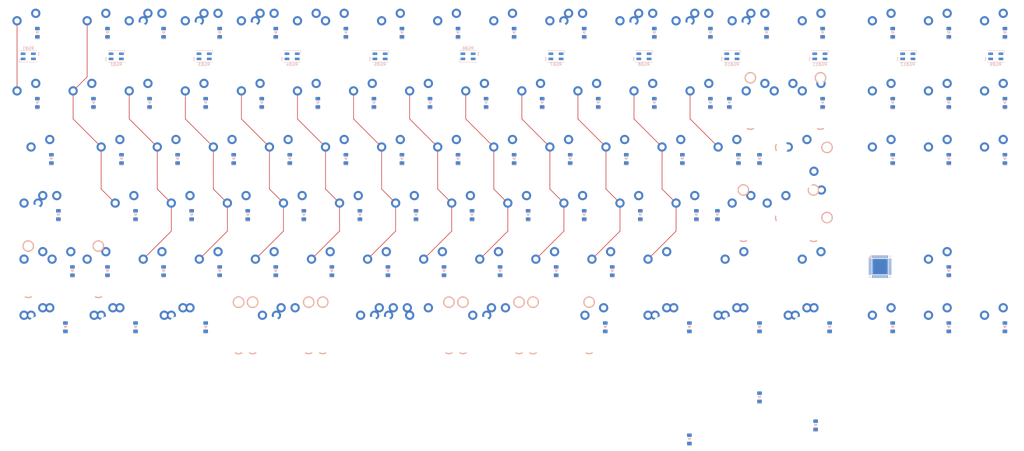
<source format=kicad_pcb>
(kicad_pcb (version 20171130) (host pcbnew "(5.1.11)-1")
  (layers (0 F.Cu signal) (31 B.Cu signal) (34 B.Paste user) (35 F.Paste user) (36 B.SilkS user) (37 F.SilkS user) (38 B.Mask user) (39 F.Mask user) (44 Edge.Cuts user))
  (net 0 "")
  (net 1 "Net-(U1-Pad15)")
  (net 2 "Net-(U1-Pad24)")
  (net 3 "Net-(U1-Pad42)")
  (net 4 "Net-(U1-Pad41)")
  (net 5 "Net-(U1-Pad40)")
  (net 6 "Net-(U1-Pad39)")
  (net 7 "Net-(U1-Pad38)")
  (net 8 "Net-(U1-Pad37)")
  (net 9 "Net-(U1-Pad36)")
  (net 10 "Net-(U1-Pad14)")
  (net 11 "Net-(U1-Pad33)")
  (net 12 "Net-(U1-Pad32)")
  (net 13 "Net-(U1-Pad31)")
  (net 14 "Net-(U1-Pad30)")
  (net 15 "Net-(U1-Pad29)")
  (net 16 "Net-(U1-Pad28)")
  (net 17 "Net-(U1-Pad27)")
  (net 18 "Net-(U1-Pad26)")
  (net 19 "Net-(U1-Pad25)")
  (net 20 "Net-(U1-Pad22)")
  (net 21 "Net-(U1-Pad21)")
  (net 22 "Net-(U1-Pad20)")
  (net 23 "Net-(U1-Pad19)")
  (net 24 "Net-(U1-Pad18)")
  (net 25 "Net-(U1-Pad17)")
  (net 26 "Net-(U1-Pad16)")
  (net 27 "Net-(U1-Pad13)")
  (net 28 "Net-(U1-Pad12)")
  (net 29 "Net-(U1-Pad11)")
  (net 30 "Net-(U1-Pad10)")
  (net 31 "Net-(U1-Pad9)")
  (net 32 "Net-(U1-Pad8)")
  (net 33 "Net-(U1-Pad7)")
  (net 34 "Net-(U1-Pad6)")
  (net 35 "Net-(U1-Pad5)")
  (net 36 "Net-(U1-Pad4)")
  (net 37 "Net-(U1-Pad3)")
  (net 38 "Net-(U1-Pad2)")
  (net 39 "Net-(U1-Pad1)")
  (net 40 "Net-(D1-Pad2)")
  (net 41 "Net-(D1-Pad1)")
  (net 42 "Net-(D2-Pad2)")
  (net 43 "Net-(D2-Pad1)")
  (net 44 "Net-(D3-Pad2)")
  (net 45 "Net-(D3-Pad1)")
  (net 46 "Net-(D4-Pad2)")
  (net 47 "Net-(D4-Pad1)")
  (net 48 "Net-(D5-Pad2)")
  (net 49 "Net-(D5-Pad1)")
  (net 50 "Net-(D6-Pad2)")
  (net 51 "Net-(D6-Pad1)")
  (net 52 "Net-(D7-Pad2)")
  (net 53 "Net-(D7-Pad1)")
  (net 54 "Net-(D8-Pad2)")
  (net 55 "Net-(D8-Pad1)")
  (net 56 "Net-(D9-Pad2)")
  (net 57 "Net-(D9-Pad1)")
  (net 58 "Net-(D10-Pad2)")
  (net 59 "Net-(D10-Pad1)")
  (net 60 "Net-(D11-Pad2)")
  (net 61 "Net-(D11-Pad1)")
  (net 62 "Net-(D12-Pad2)")
  (net 63 "Net-(D12-Pad1)")
  (net 64 "Net-(D13-Pad2)")
  (net 65 "Net-(D13-Pad1)")
  (net 66 "Net-(D14-Pad2)")
  (net 67 "Net-(D14-Pad1)")
  (net 68 "Net-(D15-Pad2)")
  (net 69 "Net-(D15-Pad1)")
  (net 70 "Net-(D16-Pad2)")
  (net 71 "Net-(D16-Pad1)")
  (net 72 "Net-(D17-Pad2)")
  (net 73 "Net-(D17-Pad1)")
  (net 74 "Net-(MX1-Pad1)")
  (net 75 "Net-(MX15-Pad1)")
  (net 76 "Net-(MX17-Pad1)")
  (net 77 "Net-(D18-Pad2)")
  (net 78 "Net-(D18-Pad1)")
  (net 79 "Net-(D19-Pad2)")
  (net 80 "Net-(D19-Pad1)")
  (net 81 "Net-(D20-Pad2)")
  (net 82 "Net-(D20-Pad1)")
  (net 83 "Net-(D21-Pad2)")
  (net 84 "Net-(D21-Pad1)")
  (net 85 "Net-(D22-Pad2)")
  (net 86 "Net-(D22-Pad1)")
  (net 87 "Net-(D23-Pad2)")
  (net 88 "Net-(D23-Pad1)")
  (net 89 "Net-(D24-Pad2)")
  (net 90 "Net-(D24-Pad1)")
  (net 91 "Net-(D25-Pad2)")
  (net 92 "Net-(D25-Pad1)")
  (net 93 "Net-(D26-Pad2)")
  (net 94 "Net-(D26-Pad1)")
  (net 95 "Net-(D27-Pad2)")
  (net 96 "Net-(D27-Pad1)")
  (net 97 "Net-(D28-Pad2)")
  (net 98 "Net-(D28-Pad1)")
  (net 99 "Net-(D29-Pad2)")
  (net 100 "Net-(D29-Pad1)")
  (net 101 "Net-(D30-Pad2)")
  (net 102 "Net-(D30-Pad1)")
  (net 103 "Net-(D31-Pad2)")
  (net 104 "Net-(D31-Pad1)")
  (net 105 "Net-(D32-Pad2)")
  (net 106 "Net-(D32-Pad1)")
  (net 107 "Net-(D33-Pad2)")
  (net 108 "Net-(D33-Pad1)")
  (net 109 "Net-(D34-Pad2)")
  (net 110 "Net-(D34-Pad1)")
  (net 111 "Net-(MX24-Pad1)")
  (net 112 "Net-(D35-Pad2)")
  (net 113 "Net-(D35-Pad1)")
  (net 114 "Net-(D36-Pad2)")
  (net 115 "Net-(D36-Pad1)")
  (net 116 "Net-(D37-Pad2)")
  (net 117 "Net-(D37-Pad1)")
  (net 118 "Net-(D38-Pad2)")
  (net 119 "Net-(D38-Pad1)")
  (net 120 "Net-(D39-Pad2)")
  (net 121 "Net-(D39-Pad1)")
  (net 122 "Net-(D40-Pad2)")
  (net 123 "Net-(D40-Pad1)")
  (net 124 "Net-(D41-Pad2)")
  (net 125 "Net-(D41-Pad1)")
  (net 126 "Net-(D42-Pad2)")
  (net 127 "Net-(D42-Pad1)")
  (net 128 "Net-(D43-Pad2)")
  (net 129 "Net-(D43-Pad1)")
  (net 130 "Net-(D44-Pad2)")
  (net 131 "Net-(D44-Pad1)")
  (net 132 "Net-(D45-Pad2)")
  (net 133 "Net-(D45-Pad1)")
  (net 134 "Net-(D46-Pad2)")
  (net 135 "Net-(D46-Pad1)")
  (net 136 "Net-(D47-Pad2)")
  (net 137 "Net-(D47-Pad1)")
  (net 138 "Net-(D48-Pad2)")
  (net 139 "Net-(D48-Pad1)")
  (net 140 "Net-(D49-Pad2)")
  (net 141 "Net-(D49-Pad1)")
  (net 142 "Net-(D50-Pad2)")
  (net 143 "Net-(D50-Pad1)")
  (net 144 "Net-(D51-Pad2)")
  (net 145 "Net-(D51-Pad1)")
  (net 146 "Net-(D52-Pad2)")
  (net 147 "Net-(D52-Pad1)")
  (net 148 "Net-(D53-Pad2)")
  (net 149 "Net-(D53-Pad1)")
  (net 150 "Net-(D54-Pad2)")
  (net 151 "Net-(D54-Pad1)")
  (net 152 "Net-(D55-Pad2)")
  (net 153 "Net-(D55-Pad1)")
  (net 154 "Net-(D56-Pad2)")
  (net 155 "Net-(D56-Pad1)")
  (net 156 "Net-(D57-Pad2)")
  (net 157 "Net-(D57-Pad1)")
  (net 158 "Net-(D58-Pad2)")
  (net 159 "Net-(D58-Pad1)")
  (net 160 "Net-(D59-Pad2)")
  (net 161 "Net-(D59-Pad1)")
  (net 162 "Net-(D60-Pad2)")
  (net 163 "Net-(D60-Pad1)")
  (net 164 "Net-(D61-Pad2)")
  (net 165 "Net-(D61-Pad1)")
  (net 166 "Net-(D62-Pad2)")
  (net 167 "Net-(D62-Pad1)")
  (net 168 "Net-(D63-Pad2)")
  (net 169 "Net-(D63-Pad1)")
  (net 170 "Net-(D64-Pad2)")
  (net 171 "Net-(D64-Pad1)")
  (net 172 "Net-(D65-Pad2)")
  (net 173 "Net-(D65-Pad1)")
  (net 174 "Net-(D66-Pad2)")
  (net 175 "Net-(D66-Pad1)")
  (net 176 "Net-(D67-Pad2)")
  (net 177 "Net-(D67-Pad1)")
  (net 178 "Net-(D68-Pad2)")
  (net 179 "Net-(D68-Pad1)")
  (net 180 "Net-(D69-Pad2)")
  (net 181 "Net-(D69-Pad1)")
  (net 182 "Net-(D70-Pad2)")
  (net 183 "Net-(D70-Pad1)")
  (net 184 "Net-(D71-Pad2)")
  (net 185 "Net-(D71-Pad1)")
  (net 186 "Net-(D72-Pad2)")
  (net 187 "Net-(D72-Pad1)")
  (net 188 "Net-(D73-Pad2)")
  (net 189 "Net-(D73-Pad1)")
  (net 190 "Net-(D74-Pad2)")
  (net 191 "Net-(D74-Pad1)")
  (net 192 "Net-(D75-Pad2)")
  (net 193 "Net-(D75-Pad1)")
  (net 194 "Net-(D76-Pad2)")
  (net 195 "Net-(D76-Pad1)")
  (net 196 "Net-(D77-Pad2)")
  (net 197 "Net-(D77-Pad1)")
  (net 198 "Net-(D78-Pad2)")
  (net 199 "Net-(D78-Pad1)")
  (net 200 "Net-(D79-Pad2)")
  (net 201 "Net-(D79-Pad1)")
  (net 202 "Net-(D80-Pad2)")
  (net 203 "Net-(D80-Pad1)")
  (net 204 "Net-(D81-Pad2)")
  (net 205 "Net-(D81-Pad1)")
  (net 206 "Net-(D82-Pad2)")
  (net 207 "Net-(D82-Pad1)")
  (net 208 "Net-(D83-Pad2)")
  (net 209 "Net-(D83-Pad1)")
  (net 210 "Net-(D91-Pad2)")
  (net 211 "Net-(D91-Pad1)")
  (net 212 "Net-(D92-Pad2)")
  (net 213 "Net-(D92-Pad1)")
  (net 214 "Net-(D93-Pad2)")
  (net 215 "Net-(D93-Pad1)")
  (net 216 "Net-(D94-Pad2)")
  (net 217 "Net-(D94-Pad1)")
  (net 218 "Net-(D95-Pad2)")
  (net 219 "Net-(D95-Pad1)")
  (net 220 "Net-(D96-Pad2)")
  (net 221 "Net-(D96-Pad1)")
  (net 222 "Net-(D97-Pad2)")
  (net 223 "Net-(D97-Pad1)")
  (net 224 "Net-(MX83-Pad1)")
  (net 225 "Net-(MX83-Pad2)")
  (net 226 "Net-(MX84-Pad1)")
  (net 227 "Net-(MX84-Pad2)")
  (net 228 "Net-(MX100-Pad1)")
  (net 229 "Net-(MX101-Pad1)")
  (net 230 "Net-(MX102-Pad1)")
  (net 231 "Net-(MX104-Pad1)")
  (net 232 "Net-(MX104-Pad2)")
  (net 233 "Net-(MX106-Pad1)")
  (net 234 "Net-(MX106-Pad2)")
  (net 235 "Net-(MX107-Pad2)")
  (net 236 "Net-(MX107-Pad1)")
  (net 237 "Net-(MX116-Pad1)")
  (net 238 "Net-(MX10-Pad2)")
  (net 239 "Net-(RGB1-Pad1)")
  (net 240 "Net-(RGB1-Pad2)")
  (net 241 "Net-(RGB1-Pad4)")
  (net 242 "Net-(RGB1-Pad3)")
  (net 243 "Net-(RGB2-Pad1)")
  (net 244 "Net-(RGB2-Pad2)")
  (net 245 "Net-(RGB2-Pad4)")
  (net 246 "Net-(RGB3-Pad1)")
  (net 247 "Net-(RGB3-Pad2)")
  (net 248 "Net-(RGB3-Pad4)")
  (net 249 "Net-(RGB4-Pad1)")
  (net 250 "Net-(RGB4-Pad2)")
  (net 251 "Net-(RGB4-Pad4)")
  (net 252 "Net-(RGB5-Pad1)")
  (net 253 "Net-(RGB5-Pad2)")
  (net 254 "Net-(RGB5-Pad4)")
  (net 255 "Net-(RGB6-Pad1)")
  (net 256 "Net-(RGB6-Pad2)")
  (net 257 "Net-(RGB6-Pad4)")
  (net 258 "Net-(RGB7-Pad1)")
  (net 259 "Net-(RGB7-Pad2)")
  (net 260 "Net-(RGB7-Pad4)")
  (net 261 "Net-(RGB8-Pad2)")
  (net 262 "Net-(RGB8-Pad4)")
  (net 263 "Net-(RGB9-Pad1)")
  (net 264 "Net-(RGB9-Pad2)")
  (net 265 "Net-(RGB9-Pad4)")
  (net 266 "Net-(RGB9-Pad3)")
  (net 267 "Net-(RGB10-Pad3)")
  (net 268 "Net-(RGB10-Pad1)")
  (net 269 "Net-(RGB10-Pad2)")
  (net 270 "Net-(RGB10-Pad4)")
  (net 271 "Net-(RGB11-Pad1)")
  (net 272 "Net-(RGB11-Pad2)")
  (net 273 "Net-(RGB11-Pad4)")
  (net 274 "Net-(RGB12-Pad1)")
  (net 275 "Net-(RGB12-Pad2)")
  (net 276 "Net-(RGB12-Pad4)")
  (module LED_SMD:LED_SK6812MINI_PLCC4_3.5x3.5mm_P1.75mm (layer B.Cu) (at 332.073864 38.1)
    (fp_text reference RGB12 (at 0 2.75) (layer B.SilkS) (effects (justify mirror)))
    (fp_text value SK6812MINI)
    (fp_text user 1 (at -3.5 0.875) (layer B.SilkS) (effects (justify mirror)))
    (pad 1 smd rect (at -1.75 0.875) (size 1.6 0.85) (layers B.Cu B.Paste B.Mask) (net 274 "Net-(RGB12-Pad1)"))
    (pad 2 smd rect (at -1.75 -0.875) (size 1.6 0.85) (layers B.Cu B.Paste B.Mask) (net 275 "Net-(RGB12-Pad2)"))
    (pad 4 smd rect (at 1.75 0.875) (size 1.6 0.85) (layers B.Cu B.Paste B.Mask) (net 276 "Net-(RGB12-Pad4)"))
    (pad 3 smd rect (at 1.75 -0.875) (size 1.6 0.85) (layers B.Cu B.Paste B.Mask) (net 271 "Net-(RGB11-Pad1)"))
  )
  (module LED_SMD:LED_SK6812MINI_PLCC4_3.5x3.5mm_P1.75mm (layer B.Cu) (at 302.200227 38.1)
    (fp_text reference RGB11 (at 0 2.75) (layer B.SilkS) (effects (justify mirror)))
    (fp_text value SK6812MINI)
    (fp_text user 1 (at -3.5 0.875) (layer B.SilkS) (effects (justify mirror)))
    (pad 1 smd rect (at -1.75 0.875) (size 1.6 0.85) (layers B.Cu B.Paste B.Mask) (net 271 "Net-(RGB11-Pad1)"))
    (pad 2 smd rect (at -1.75 -0.875) (size 1.6 0.85) (layers B.Cu B.Paste B.Mask) (net 272 "Net-(RGB11-Pad2)"))
    (pad 4 smd rect (at 1.75 0.875) (size 1.6 0.85) (layers B.Cu B.Paste B.Mask) (net 273 "Net-(RGB11-Pad4)"))
    (pad 3 smd rect (at 1.75 -0.875) (size 1.6 0.85) (layers B.Cu B.Paste B.Mask) (net 268 "Net-(RGB10-Pad1)"))
  )
  (module LED_SMD:LED_SK6812MINI_PLCC4_3.5x3.5mm_P1.75mm (layer B.Cu) (at 272.326591 38.1)
    (fp_text reference RGB10 (at 0 2.75) (layer B.SilkS) (effects (justify mirror)))
    (fp_text value SK6812MINI)
    (fp_text user 1 (at -3.5 0.875) (layer B.SilkS) (effects (justify mirror)))
    (pad 1 smd rect (at -1.75 0.875) (size 1.6 0.85) (layers B.Cu B.Paste B.Mask) (net 268 "Net-(RGB10-Pad1)"))
    (pad 2 smd rect (at -1.75 -0.875) (size 1.6 0.85) (layers B.Cu B.Paste B.Mask) (net 269 "Net-(RGB10-Pad2)"))
    (pad 4 smd rect (at 1.75 0.875) (size 1.6 0.85) (layers B.Cu B.Paste B.Mask) (net 270 "Net-(RGB10-Pad4)"))
    (pad 3 smd rect (at 1.75 -0.875) (size 1.6 0.85) (layers B.Cu B.Paste B.Mask) (net 267 "Net-(RGB10-Pad3)"))
  )
  (module LED_SMD:LED_SK6812MINI_PLCC4_3.5x3.5mm_P1.75mm (layer B.Cu) (at 361.95 38.1)
    (fp_text reference RGB9 (at 0 2.75) (layer B.SilkS) (effects (justify mirror)))
    (fp_text value SK6812MINI)
    (fp_text user 1 (at -3.5 0.875) (layer B.SilkS) (effects (justify mirror)))
    (pad 1 smd rect (at -1.75 0.875) (size 1.6 0.85) (layers B.Cu B.Paste B.Mask) (net 263 "Net-(RGB9-Pad1)"))
    (pad 2 smd rect (at -1.75 -0.875) (size 1.6 0.85) (layers B.Cu B.Paste B.Mask) (net 264 "Net-(RGB9-Pad2)"))
    (pad 4 smd rect (at 1.75 0.875) (size 1.6 0.85) (layers B.Cu B.Paste B.Mask) (net 265 "Net-(RGB9-Pad4)"))
    (pad 3 smd rect (at 1.75 -0.875) (size 1.6 0.85) (layers B.Cu B.Paste B.Mask) (net 266 "Net-(RGB9-Pad3)"))
  )
  (module LED_SMD:LED_SK6812MINI_PLCC4_3.5x3.5mm_P1.75mm (layer B.Cu) (at 242.452955 38.1)
    (fp_text reference RGB8 (at 0 2.75) (layer B.SilkS) (effects (justify mirror)))
    (fp_text value SK6812MINI)
    (fp_text user 1 (at -3.5 0.875) (layer B.SilkS) (effects (justify mirror)))
    (pad 1 smd rect (at -1.75 0.875) (size 1.6 0.85) (layers B.Cu B.Paste B.Mask) (net 267 "Net-(RGB10-Pad3)"))
    (pad 2 smd rect (at -1.75 -0.875) (size 1.6 0.85) (layers B.Cu B.Paste B.Mask) (net 261 "Net-(RGB8-Pad2)"))
    (pad 4 smd rect (at 1.75 0.875) (size 1.6 0.85) (layers B.Cu B.Paste B.Mask) (net 262 "Net-(RGB8-Pad4)"))
    (pad 3 smd rect (at 1.75 -0.875) (size 1.6 0.85) (layers B.Cu B.Paste B.Mask) (net 258 "Net-(RGB7-Pad1)"))
  )
  (module LED_SMD:LED_SK6812MINI_PLCC4_3.5x3.5mm_P1.75mm (layer B.Cu) (at 212.579318 38.1)
    (fp_text reference RGB7 (at 0 2.75) (layer B.SilkS) (effects (justify mirror)))
    (fp_text value SK6812MINI)
    (fp_text user 1 (at -3.5 0.875) (layer B.SilkS) (effects (justify mirror)))
    (pad 1 smd rect (at -1.75 0.875) (size 1.6 0.85) (layers B.Cu B.Paste B.Mask) (net 258 "Net-(RGB7-Pad1)"))
    (pad 2 smd rect (at -1.75 -0.875) (size 1.6 0.85) (layers B.Cu B.Paste B.Mask) (net 259 "Net-(RGB7-Pad2)"))
    (pad 4 smd rect (at 1.75 0.875) (size 1.6 0.85) (layers B.Cu B.Paste B.Mask) (net 260 "Net-(RGB7-Pad4)"))
    (pad 3 smd rect (at 1.75 -0.875) (size 1.6 0.85) (layers B.Cu B.Paste B.Mask) (net 255 "Net-(RGB6-Pad1)"))
  )
  (module LED_SMD:LED_SK6812MINI_PLCC4_3.5x3.5mm_P1.75mm (layer B.Cu) (at 182.705682 38.1 180)
    (fp_text reference RGB6 (at 0 2.75) (layer B.SilkS) (effects (justify mirror)))
    (fp_text value SK6812MINI)
    (fp_text user 1 (at -3.5 0.875) (layer B.SilkS) (effects (justify mirror)))
    (pad 1 smd rect (at -1.75 0.875 180) (size 1.6 0.85) (layers B.Cu B.Paste B.Mask) (net 255 "Net-(RGB6-Pad1)"))
    (pad 2 smd rect (at -1.75 -0.875 180) (size 1.6 0.85) (layers B.Cu B.Paste B.Mask) (net 256 "Net-(RGB6-Pad2)"))
    (pad 4 smd rect (at 1.75 0.875 180) (size 1.6 0.85) (layers B.Cu B.Paste B.Mask) (net 257 "Net-(RGB6-Pad4)"))
    (pad 3 smd rect (at 1.75 -0.875 180) (size 1.6 0.85) (layers B.Cu B.Paste B.Mask) (net 252 "Net-(RGB5-Pad1)"))
  )
  (module LED_SMD:LED_SK6812MINI_PLCC4_3.5x3.5mm_P1.75mm (layer B.Cu) (at 152.832046 38.1)
    (fp_text reference RGB5 (at 0 2.75) (layer B.SilkS) (effects (justify mirror)))
    (fp_text value SK6812MINI)
    (fp_text user 1 (at -3.5 0.875) (layer B.SilkS) (effects (justify mirror)))
    (pad 1 smd rect (at -1.75 0.875) (size 1.6 0.85) (layers B.Cu B.Paste B.Mask) (net 252 "Net-(RGB5-Pad1)"))
    (pad 2 smd rect (at -1.75 -0.875) (size 1.6 0.85) (layers B.Cu B.Paste B.Mask) (net 253 "Net-(RGB5-Pad2)"))
    (pad 4 smd rect (at 1.75 0.875) (size 1.6 0.85) (layers B.Cu B.Paste B.Mask) (net 254 "Net-(RGB5-Pad4)"))
    (pad 3 smd rect (at 1.75 -0.875) (size 1.6 0.85) (layers B.Cu B.Paste B.Mask) (net 249 "Net-(RGB4-Pad1)"))
  )
  (module LED_SMD:LED_SK6812MINI_PLCC4_3.5x3.5mm_P1.75mm (layer B.Cu) (at 122.958409 38.1)
    (fp_text reference RGB4 (at 0 2.75) (layer B.SilkS) (effects (justify mirror)))
    (fp_text value SK6812MINI)
    (fp_text user 1 (at -3.5 0.875) (layer B.SilkS) (effects (justify mirror)))
    (pad 1 smd rect (at -1.75 0.875) (size 1.6 0.85) (layers B.Cu B.Paste B.Mask) (net 249 "Net-(RGB4-Pad1)"))
    (pad 2 smd rect (at -1.75 -0.875) (size 1.6 0.85) (layers B.Cu B.Paste B.Mask) (net 250 "Net-(RGB4-Pad2)"))
    (pad 4 smd rect (at 1.75 0.875) (size 1.6 0.85) (layers B.Cu B.Paste B.Mask) (net 251 "Net-(RGB4-Pad4)"))
    (pad 3 smd rect (at 1.75 -0.875) (size 1.6 0.85) (layers B.Cu B.Paste B.Mask) (net 246 "Net-(RGB3-Pad1)"))
  )
  (module LED_SMD:LED_SK6812MINI_PLCC4_3.5x3.5mm_P1.75mm (layer B.Cu) (at 93.084773 38.1)
    (fp_text reference RGB3 (at 0 2.75) (layer B.SilkS) (effects (justify mirror)))
    (fp_text value SK6812MINI)
    (fp_text user 1 (at -3.5 0.875) (layer B.SilkS) (effects (justify mirror)))
    (pad 1 smd rect (at -1.75 0.875) (size 1.6 0.85) (layers B.Cu B.Paste B.Mask) (net 246 "Net-(RGB3-Pad1)"))
    (pad 2 smd rect (at -1.75 -0.875) (size 1.6 0.85) (layers B.Cu B.Paste B.Mask) (net 247 "Net-(RGB3-Pad2)"))
    (pad 4 smd rect (at 1.75 0.875) (size 1.6 0.85) (layers B.Cu B.Paste B.Mask) (net 248 "Net-(RGB3-Pad4)"))
    (pad 3 smd rect (at 1.75 -0.875) (size 1.6 0.85) (layers B.Cu B.Paste B.Mask) (net 243 "Net-(RGB2-Pad1)"))
  )
  (module LED_SMD:LED_SK6812MINI_PLCC4_3.5x3.5mm_P1.75mm (layer B.Cu) (at 63.211136 38.1)
    (fp_text reference RGB2 (at 0 2.75) (layer B.SilkS) (effects (justify mirror)))
    (fp_text value SK6812MINI)
    (fp_text user 1 (at -3.5 0.875) (layer B.SilkS) (effects (justify mirror)))
    (pad 3 smd rect (at 1.75 -0.875) (size 1.6 0.85) (layers B.Cu B.Paste B.Mask) (net 239 "Net-(RGB1-Pad1)"))
    (pad 4 smd rect (at 1.75 0.875) (size 1.6 0.85) (layers B.Cu B.Paste B.Mask) (net 245 "Net-(RGB2-Pad4)"))
    (pad 2 smd rect (at -1.75 -0.875) (size 1.6 0.85) (layers B.Cu B.Paste B.Mask) (net 244 "Net-(RGB2-Pad2)"))
    (pad 1 smd rect (at -1.75 0.875) (size 1.6 0.85) (layers B.Cu B.Paste B.Mask) (net 243 "Net-(RGB2-Pad1)"))
  )
  (module LED_SMD:LED_SK6812MINI_PLCC4_3.5x3.5mm_P1.75mm (layer B.Cu) (at 33.3375 38.1 180)
    (fp_text reference RGB1 (at 0 2.75) (layer B.SilkS) (effects (justify mirror)))
    (fp_text value SK6812MINI)
    (fp_text user 1 (at -3.5 0.875) (layer B.SilkS) (effects (justify mirror)))
    (pad 1 smd rect (at -1.75 0.875 180) (size 1.6 0.85) (layers B.Cu B.Paste B.Mask) (net 239 "Net-(RGB1-Pad1)"))
    (pad 2 smd rect (at -1.75 -0.875 180) (size 1.6 0.85) (layers B.Cu B.Paste B.Mask) (net 240 "Net-(RGB1-Pad2)"))
    (pad 4 smd rect (at 1.75 0.875 180) (size 1.6 0.85) (layers B.Cu B.Paste B.Mask) (net 241 "Net-(RGB1-Pad4)"))
    (pad 3 smd rect (at 1.75 -0.875 180) (size 1.6 0.85) (layers B.Cu B.Paste B.Mask) (net 242 "Net-(RGB1-Pad3)"))
  )
  (module MX_Solder_SawnsProjects:MXOnly-1.25U-NoLED (layer F.Cu) (at 150.01875 128.5875)
    (fp_text reference MX88)
    (fp_text value 1.25U)
    (pad 2 smd circle (at 2.54 -5.08) (size 3.2 3.2) (layers B.Cu) (net 231 "Net-(MX104-Pad1)"))
    (pad "" np_thru_hole circle (at 5.08 0 48.0996) (size 1.75 1.75) (drill 1.75) (layers *.Cu *.Mask))
    (pad 2 thru_hole circle (at 2.54 -5.08) (size 2.4 2.4) (drill 1.8) (layers *.Cu) (net 231 "Net-(MX104-Pad1)"))
    (pad 1 thru_hole circle (at -3.81 -2.54) (size 2.4 2.4) (drill 1.8) (layers *.Cu) (net 232 "Net-(MX104-Pad2)"))
    (pad "" np_thru_hole circle (at 0 0) (size 3.9878 3.9878) (drill 3.9878) (layers *.Cu *.Mask))
    (pad "" np_thru_hole circle (at -5.08 0 48.0996) (size 1.75 1.75) (drill 1.75) (layers *.Cu *.Mask))
    (pad 1 smd circle (at -3.81 -2.54) (size 3.2 3.2) (layers B.Cu) (net 232 "Net-(MX104-Pad2)"))
  )
  (module MX_Solder_SawnsProjects:MXOnly-2.25U-NoLED (layer F.Cu) (at 192.88125 128.5875)
    (fp_text reference MX86)
    (fp_text value 2.25U)
    (pad "" np_thru_hole circle (at 5.08 0 48.0996) (size 1.75 1.75) (drill 1.75) (layers *.Cu *.Mask))
    (pad 1 thru_hole circle (at -3.81 -2.54) (size 2.4 2.4) (drill 1.8) (layers *.Cu) (net 227 "Net-(MX84-Pad2)"))
    (pad 2 thru_hole circle (at 2.54 -5.08) (size 2.4 2.4) (drill 1.8) (layers *.Cu) (net 226 "Net-(MX84-Pad1)"))
    (pad "" np_thru_hole circle (at 0 0) (size 3.9878 3.9878) (drill 3.9878) (layers *.Cu *.Mask))
    (pad 2 smd circle (at 2.54 -5.08) (size 3.2 3.2) (layers B.Cu) (net 226 "Net-(MX84-Pad1)"))
    (pad "" np_thru_hole circle (at -5.08 0 48.0996) (size 1.75 1.75) (drill 1.75) (layers *.Cu *.Mask))
    (pad 1 smd circle (at -3.81 -2.54) (size 3.2 3.2) (layers B.Cu) (net 227 "Net-(MX84-Pad2)"))
    (pad "" np_thru_hole circle (at -11.90625 -6.985) (size 3.048 3.048) (drill 3.048) (layers *.Cu *.Mask))
    (pad "" np_thru_hole circle (at 11.90625 -6.985) (size 3.048 3.048) (drill 3.048) (layers *.Cu *.Mask))
    (pad "" np_thru_hole circle (at -11.90625 8.255) (size 3.9878 3.9878) (drill 3.9878) (layers *.Cu *.Mask))
    (pad "" np_thru_hole circle (at 11.90625 8.255) (size 3.9878 3.9878) (drill 3.9878) (layers *.Cu *.Mask))
  )
  (module MX_Solder_SawnsProjects:MXOnly-2.75U-NoLED (layer F.Cu) (at 188.11875 128.5875)
    (fp_text reference MX84)
    (fp_text value 2.75U)
    (pad "" np_thru_hole circle (at 5.08 0 48.0996) (size 1.75 1.75) (drill 1.75) (layers *.Cu *.Mask))
    (pad 1 thru_hole circle (at -3.81 -2.54) (size 2.4 2.4) (drill 1.8) (layers *.Cu) (net 226 "Net-(MX84-Pad1)"))
    (pad 2 thru_hole circle (at 2.54 -5.08) (size 2.4 2.4) (drill 1.8) (layers *.Cu) (net 227 "Net-(MX84-Pad2)"))
    (pad "" np_thru_hole circle (at 0 0) (size 3.9878 3.9878) (drill 3.9878) (layers *.Cu *.Mask))
    (pad 2 smd circle (at 2.54 -5.08) (size 3.2 3.2) (layers B.Cu) (net 227 "Net-(MX84-Pad2)"))
    (pad "" np_thru_hole circle (at -5.08 0 48.0996) (size 1.75 1.75) (drill 1.75) (layers *.Cu *.Mask))
    (pad 1 smd circle (at -3.81 -2.54) (size 3.2 3.2) (layers B.Cu) (net 226 "Net-(MX84-Pad1)"))
    (pad "" np_thru_hole circle (at -11.90625 -6.985) (size 3.048 3.048) (drill 3.048) (layers *.Cu *.Mask))
    (pad "" np_thru_hole circle (at 11.90625 -6.985) (size 3.048 3.048) (drill 3.048) (layers *.Cu *.Mask))
    (pad "" np_thru_hole circle (at -11.90625 8.255) (size 3.9878 3.9878) (drill 3.9878) (layers *.Cu *.Mask))
    (pad "" np_thru_hole circle (at 11.90625 8.255) (size 3.9878 3.9878) (drill 3.9878) (layers *.Cu *.Mask))
  )
  (module MX_Solder_SawnsProjects:MXOnly-1.25U-NoLED (layer F.Cu) (at 159.54375 128.5875)
    (fp_text reference MX89)
    (fp_text value 1.25U)
    (pad 2 smd circle (at 2.54 -5.08) (size 3.2 3.2) (layers B.Cu) (net 231 "Net-(MX104-Pad1)"))
    (pad "" np_thru_hole circle (at 5.08 0 48.0996) (size 1.75 1.75) (drill 1.75) (layers *.Cu *.Mask))
    (pad 2 thru_hole circle (at 2.54 -5.08) (size 2.4 2.4) (drill 1.8) (layers *.Cu) (net 231 "Net-(MX104-Pad1)"))
    (pad 1 thru_hole circle (at -3.81 -2.54) (size 2.4 2.4) (drill 1.8) (layers *.Cu) (net 232 "Net-(MX104-Pad2)"))
    (pad "" np_thru_hole circle (at 0 0) (size 3.9878 3.9878) (drill 3.9878) (layers *.Cu *.Mask))
    (pad "" np_thru_hole circle (at -5.08 0 48.0996) (size 1.75 1.75) (drill 1.75) (layers *.Cu *.Mask))
    (pad 1 smd circle (at -3.81 -2.54) (size 3.2 3.2) (layers B.Cu) (net 232 "Net-(MX104-Pad2)"))
  )
  (module MX_Solder_SawnsProjects:MXOnly-1.25U-NoLED (layer F.Cu) (at 35.71875 90.4875)
    (fp_text reference MX109)
    (fp_text value 1.25U)
    (pad 1 smd circle (at -3.81 -2.54) (size 3.2 3.2) (layers B.Cu) (net 74 "Net-(MX1-Pad1)"))
    (pad "" np_thru_hole circle (at -5.08 0 48.0996) (size 1.75 1.75) (drill 1.75) (layers *.Cu *.Mask))
    (pad "" np_thru_hole circle (at 0 0) (size 3.9878 3.9878) (drill 3.9878) (layers *.Cu *.Mask))
    (pad 1 thru_hole circle (at -3.81 -2.54) (size 2.4 2.4) (drill 1.8) (layers *.Cu) (net 74 "Net-(MX1-Pad1)"))
    (pad 2 thru_hole circle (at 2.54 -5.08) (size 2.4 2.4) (drill 1.8) (layers *.Cu) (net 146 "Net-(D52-Pad2)"))
    (pad "" np_thru_hole circle (at 5.08 0 48.0996) (size 1.75 1.75) (drill 1.75) (layers *.Cu *.Mask))
    (pad 2 smd circle (at 2.54 -5.08) (size 3.2 3.2) (layers B.Cu) (net 146 "Net-(D52-Pad2)"))
  )
  (module MX_Solder_SawnsProjects:MXOnly-2.25U-NoLED (layer F.Cu) (at 45.24375 109.5375)
    (fp_text reference MX108)
    (fp_text value 2.25U)
    (pad "" np_thru_hole circle (at 11.90625 8.255) (size 3.9878 3.9878) (drill 3.9878) (layers *.Cu *.Mask))
    (pad "" np_thru_hole circle (at -11.90625 8.255) (size 3.9878 3.9878) (drill 3.9878) (layers *.Cu *.Mask))
    (pad "" np_thru_hole circle (at 11.90625 -6.985) (size 3.048 3.048) (drill 3.048) (layers *.Cu *.Mask))
    (pad "" np_thru_hole circle (at -11.90625 -6.985) (size 3.048 3.048) (drill 3.048) (layers *.Cu *.Mask))
    (pad 1 smd circle (at -3.81 -2.54) (size 3.2 3.2) (layers B.Cu) (net 74 "Net-(MX1-Pad1)"))
    (pad "" np_thru_hole circle (at -5.08 0 48.0996) (size 1.75 1.75) (drill 1.75) (layers *.Cu *.Mask))
    (pad 2 smd circle (at 2.54 -5.08) (size 3.2 3.2) (layers B.Cu) (net 174 "Net-(D66-Pad2)"))
    (pad "" np_thru_hole circle (at 0 0) (size 3.9878 3.9878) (drill 3.9878) (layers *.Cu *.Mask))
    (pad 2 thru_hole circle (at 2.54 -5.08) (size 2.4 2.4) (drill 1.8) (layers *.Cu) (net 174 "Net-(D66-Pad2)"))
    (pad 1 thru_hole circle (at -3.81 -2.54) (size 2.4 2.4) (drill 1.8) (layers *.Cu) (net 74 "Net-(MX1-Pad1)"))
    (pad "" np_thru_hole circle (at 5.08 0 48.0996) (size 1.75 1.75) (drill 1.75) (layers *.Cu *.Mask))
  )
  (module MX_Solder_SawnsProjects:MXOnly-ISO-ROTATED-ReversedStabilizers-NoLED (layer F.Cu) (at 297.65625 80.9625)
    (fp_text reference MX106)
    (fp_text value ISO)
    (pad "" np_thru_hole circle (at 6.985 11.938) (size 3.048 3.048) (drill 3.048) (layers *.Cu *.Mask))
    (pad "" np_thru_hole circle (at 6.985 -11.938) (size 3.048 3.048) (drill 3.048) (layers *.Cu *.Mask))
    (pad "" np_thru_hole circle (at -8.255 11.938) (size 3.9878 3.9878) (drill 3.9878) (layers *.Cu *.Mask))
    (pad "" np_thru_hole circle (at -8.255 -11.938) (size 3.9878 3.9878) (drill 3.9878) (layers *.Cu *.Mask))
    (pad 1 smd circle (at 2.54 -3.81 270) (size 3.2 3.2) (layers B.Cu) (net 233 "Net-(MX106-Pad1)"))
    (pad "" np_thru_hole circle (at 0 -5.08 318.0996) (size 1.75 1.75) (drill 1.75) (layers *.Cu *.Mask))
    (pad 2 smd circle (at 5.08 2.54 270) (size 3.2 3.2) (layers B.Cu) (net 234 "Net-(MX106-Pad2)"))
    (pad "" np_thru_hole circle (at 0 0 270) (size 3.9878 3.9878) (drill 3.9878) (layers *.Cu *.Mask))
    (pad 2 thru_hole circle (at 5.08 2.54 270) (size 2.4 2.4) (drill 1.8) (layers *.Cu) (net 234 "Net-(MX106-Pad2)"))
    (pad 1 thru_hole circle (at 2.54 -3.81 270) (size 2.4 2.4) (drill 1.8) (layers *.Cu) (net 233 "Net-(MX106-Pad1)"))
    (pad "" np_thru_hole circle (at 0 5.08 318.0996) (size 1.75 1.75) (drill 1.75) (layers *.Cu *.Mask))
  )
  (module MX_Solder_SawnsProjects:MXOnly-1U-NoLED (layer F.Cu) (at 276.225 90.4875)
    (fp_text reference MX107)
    (fp_text value 1U)
    (pad 2 smd circle (at 2.54 -5.08) (size 3.2 3.2) (layers B.Cu) (net 235 "Net-(MX107-Pad2)"))
    (pad "" np_thru_hole circle (at 5.08 0 48.0996) (size 1.75 1.75) (drill 1.75) (layers *.Cu *.Mask))
    (pad 2 thru_hole circle (at 2.54 -5.08) (size 2.4 2.4) (drill 1.8) (layers *.Cu) (net 235 "Net-(MX107-Pad2)"))
    (pad 1 thru_hole circle (at -3.81 -2.54) (size 2.4 2.4) (drill 1.8) (layers *.Cu) (net 236 "Net-(MX107-Pad1)"))
    (pad "" np_thru_hole circle (at 0 0) (size 3.9878 3.9878) (drill 3.9878) (layers *.Cu *.Mask))
    (pad "" np_thru_hole circle (at -5.08 0 48.0996) (size 1.75 1.75) (drill 1.75) (layers *.Cu *.Mask))
    (pad 1 smd circle (at -3.81 -2.54) (size 3.2 3.2) (layers B.Cu) (net 236 "Net-(MX107-Pad1)"))
  )
  (module MX_Solder_SawnsProjects:MXOnly-2U-NoLED (layer F.Cu) (at 290.5125 52.3875)
    (fp_text reference MX105)
    (fp_text value 2U)
    (pad 1 smd circle (at -3.81 -2.54) (size 3.2 3.2) (layers B.Cu) (net 103 "Net-(D31-Pad2)"))
    (pad "" np_thru_hole circle (at -5.08 0 48.0996) (size 1.75 1.75) (drill 1.75) (layers *.Cu *.Mask))
    (pad 2 smd circle (at 2.54 -5.08) (size 3.2 3.2) (layers B.Cu) (net 230 "Net-(MX102-Pad1)"))
    (pad "" np_thru_hole circle (at 0 0) (size 3.9878 3.9878) (drill 3.9878) (layers *.Cu *.Mask))
    (pad 2 thru_hole circle (at 2.54 -5.08) (size 2.4 2.4) (drill 1.8) (layers *.Cu) (net 230 "Net-(MX102-Pad1)"))
    (pad 1 thru_hole circle (at -3.81 -2.54) (size 2.4 2.4) (drill 1.8) (layers *.Cu) (net 103 "Net-(D31-Pad2)"))
    (pad "" np_thru_hole circle (at 5.08 0 48.0996) (size 1.75 1.75) (drill 1.75) (layers *.Cu *.Mask))
    (pad "" np_thru_hole circle (at 11.90625 8.255 180) (size 3.9878 3.9878) (drill 3.9878) (layers *.Cu *.Mask))
    (pad "" np_thru_hole circle (at -11.90625 8.255 180) (size 3.9878 3.9878) (drill 3.9878) (layers *.Cu *.Mask))
    (pad "" np_thru_hole circle (at 11.90625 -6.985 180) (size 3.048 3.048) (drill 3.048) (layers *.Cu *.Mask))
    (pad "" np_thru_hole circle (at -11.90625 -6.985 180) (size 3.048 3.048) (drill 3.048) (layers *.Cu *.Mask))
  )
  (module MX_Solder_SawnsProjects:MXOnly-1U-NoLED (layer F.Cu) (at 280.9875 28.575)
    (fp_text reference MX121)
    (fp_text value 1U)
    (pad 1 smd circle (at -3.81 -2.54) (size 3.2 3.2) (layers B.Cu) (net 64 "Net-(D13-Pad2)"))
    (pad "" np_thru_hole circle (at -5.08 0 48.0996) (size 1.75 1.75) (drill 1.75) (layers *.Cu *.Mask))
    (pad "" np_thru_hole circle (at 0 0) (size 3.9878 3.9878) (drill 3.9878) (layers *.Cu *.Mask))
    (pad 1 thru_hole circle (at -3.81 -2.54) (size 2.4 2.4) (drill 1.8) (layers *.Cu) (net 64 "Net-(D13-Pad2)"))
    (pad 2 thru_hole circle (at 2.54 -5.08) (size 2.4 2.4) (drill 1.8) (layers *.Cu) (net 230 "Net-(MX102-Pad1)"))
    (pad "" np_thru_hole circle (at 5.08 0 48.0996) (size 1.75 1.75) (drill 1.75) (layers *.Cu *.Mask))
    (pad 2 smd circle (at 2.54 -5.08) (size 3.2 3.2) (layers B.Cu) (net 230 "Net-(MX102-Pad1)"))
  )
  (module MX_Solder_SawnsProjects:MXOnly-1U-NoLED (layer F.Cu) (at 261.9375 28.575)
    (fp_text reference MX120)
    (fp_text value 1U)
    (pad 2 smd circle (at 2.54 -5.08) (size 3.2 3.2) (layers B.Cu) (net 229 "Net-(MX101-Pad1)"))
    (pad "" np_thru_hole circle (at 5.08 0 48.0996) (size 1.75 1.75) (drill 1.75) (layers *.Cu *.Mask))
    (pad 2 thru_hole circle (at 2.54 -5.08) (size 2.4 2.4) (drill 1.8) (layers *.Cu) (net 229 "Net-(MX101-Pad1)"))
    (pad 1 thru_hole circle (at -3.81 -2.54) (size 2.4 2.4) (drill 1.8) (layers *.Cu) (net 62 "Net-(D12-Pad2)"))
    (pad "" np_thru_hole circle (at 0 0) (size 3.9878 3.9878) (drill 3.9878) (layers *.Cu *.Mask))
    (pad "" np_thru_hole circle (at -5.08 0 48.0996) (size 1.75 1.75) (drill 1.75) (layers *.Cu *.Mask))
    (pad 1 smd circle (at -3.81 -2.54) (size 3.2 3.2) (layers B.Cu) (net 62 "Net-(D12-Pad2)"))
  )
  (module MX_Solder_SawnsProjects:MXOnly-1U-NoLED (layer F.Cu) (at 242.8875 28.575)
    (fp_text reference MX119)
    (fp_text value 1U)
    (pad 2 smd circle (at 2.54 -5.08) (size 3.2 3.2) (layers B.Cu) (net 229 "Net-(MX101-Pad1)"))
    (pad "" np_thru_hole circle (at 5.08 0 48.0996) (size 1.75 1.75) (drill 1.75) (layers *.Cu *.Mask))
    (pad 2 thru_hole circle (at 2.54 -5.08) (size 2.4 2.4) (drill 1.8) (layers *.Cu) (net 229 "Net-(MX101-Pad1)"))
    (pad 1 thru_hole circle (at -3.81 -2.54) (size 2.4 2.4) (drill 1.8) (layers *.Cu) (net 60 "Net-(D11-Pad2)"))
    (pad "" np_thru_hole circle (at 0 0) (size 3.9878 3.9878) (drill 3.9878) (layers *.Cu *.Mask))
    (pad "" np_thru_hole circle (at -5.08 0 48.0996) (size 1.75 1.75) (drill 1.75) (layers *.Cu *.Mask))
    (pad 1 smd circle (at -3.81 -2.54) (size 3.2 3.2) (layers B.Cu) (net 60 "Net-(D11-Pad2)"))
  )
  (module MX_Solder_SawnsProjects:MXOnly-1U-NoLED (layer F.Cu) (at 214.3125 28.575)
    (fp_text reference MX118)
    (fp_text value 1U)
    (pad 2 smd circle (at 2.54 -5.08) (size 3.2 3.2) (layers B.Cu) (net 58 "Net-(D10-Pad2)"))
    (pad "" np_thru_hole circle (at 5.08 0 48.0996) (size 1.75 1.75) (drill 1.75) (layers *.Cu *.Mask))
    (pad 2 thru_hole circle (at 2.54 -5.08) (size 2.4 2.4) (drill 1.8) (layers *.Cu) (net 58 "Net-(D10-Pad2)"))
    (pad 1 thru_hole circle (at -3.81 -2.54) (size 2.4 2.4) (drill 1.8) (layers *.Cu) (net 238 "Net-(MX10-Pad2)"))
    (pad "" np_thru_hole circle (at 0 0) (size 3.9878 3.9878) (drill 3.9878) (layers *.Cu *.Mask))
    (pad "" np_thru_hole circle (at -5.08 0 48.0996) (size 1.75 1.75) (drill 1.75) (layers *.Cu *.Mask))
    (pad 1 smd circle (at -3.81 -2.54) (size 3.2 3.2) (layers B.Cu) (net 238 "Net-(MX10-Pad2)"))
  )
  (module MX_Solder_SawnsProjects:MXOnly-1U-NoLED (layer F.Cu) (at 128.5875 28.575)
    (fp_text reference MX117)
    (fp_text value 1U)
    (pad 2 smd circle (at 2.54 -5.08) (size 3.2 3.2) (layers B.Cu) (net 50 "Net-(D6-Pad2)"))
    (pad "" np_thru_hole circle (at 5.08 0 48.0996) (size 1.75 1.75) (drill 1.75) (layers *.Cu *.Mask))
    (pad 2 thru_hole circle (at 2.54 -5.08) (size 2.4 2.4) (drill 1.8) (layers *.Cu) (net 50 "Net-(D6-Pad2)"))
    (pad 1 thru_hole circle (at -3.81 -2.54) (size 2.4 2.4) (drill 1.8) (layers *.Cu) (net 237 "Net-(MX116-Pad1)"))
    (pad "" np_thru_hole circle (at 0 0) (size 3.9878 3.9878) (drill 3.9878) (layers *.Cu *.Mask))
    (pad "" np_thru_hole circle (at -5.08 0 48.0996) (size 1.75 1.75) (drill 1.75) (layers *.Cu *.Mask))
    (pad 1 smd circle (at -3.81 -2.54) (size 3.2 3.2) (layers B.Cu) (net 237 "Net-(MX116-Pad1)"))
  )
  (module MX_Solder_SawnsProjects:MXOnly-1U-NoLED (layer F.Cu) (at 109.5375 28.575)
    (fp_text reference MX116)
    (fp_text value 1U)
    (pad 2 smd circle (at 2.54 -5.08) (size 3.2 3.2) (layers B.Cu) (net 48 "Net-(D5-Pad2)"))
    (pad "" np_thru_hole circle (at 5.08 0 48.0996) (size 1.75 1.75) (drill 1.75) (layers *.Cu *.Mask))
    (pad 2 thru_hole circle (at 2.54 -5.08) (size 2.4 2.4) (drill 1.8) (layers *.Cu) (net 48 "Net-(D5-Pad2)"))
    (pad 1 thru_hole circle (at -3.81 -2.54) (size 2.4 2.4) (drill 1.8) (layers *.Cu) (net 237 "Net-(MX116-Pad1)"))
    (pad "" np_thru_hole circle (at 0 0) (size 3.9878 3.9878) (drill 3.9878) (layers *.Cu *.Mask))
    (pad "" np_thru_hole circle (at -5.08 0 48.0996) (size 1.75 1.75) (drill 1.75) (layers *.Cu *.Mask))
    (pad 1 smd circle (at -3.81 -2.54) (size 3.2 3.2) (layers B.Cu) (net 237 "Net-(MX116-Pad1)"))
  )
  (module MX_Solder_SawnsProjects:MXOnly-1U-NoLED (layer F.Cu) (at 90.4875 28.575)
    (fp_text reference MX115)
    (fp_text value 1U)
    (pad 2 smd circle (at 2.54 -5.08) (size 3.2 3.2) (layers B.Cu) (net 46 "Net-(D4-Pad2)"))
    (pad "" np_thru_hole circle (at 5.08 0 48.0996) (size 1.75 1.75) (drill 1.75) (layers *.Cu *.Mask))
    (pad 2 thru_hole circle (at 2.54 -5.08) (size 2.4 2.4) (drill 1.8) (layers *.Cu) (net 46 "Net-(D4-Pad2)"))
    (pad 1 thru_hole circle (at -3.81 -2.54) (size 2.4 2.4) (drill 1.8) (layers *.Cu) (net 228 "Net-(MX100-Pad1)"))
    (pad "" np_thru_hole circle (at 0 0) (size 3.9878 3.9878) (drill 3.9878) (layers *.Cu *.Mask))
    (pad "" np_thru_hole circle (at -5.08 0 48.0996) (size 1.75 1.75) (drill 1.75) (layers *.Cu *.Mask))
    (pad 1 smd circle (at -3.81 -2.54) (size 3.2 3.2) (layers B.Cu) (net 228 "Net-(MX100-Pad1)"))
  )
  (module MX_Solder_SawnsProjects:MXOnly-1U-NoLED (layer F.Cu) (at 71.4375 28.575)
    (fp_text reference MX114)
    (fp_text value 1U)
    (pad 2 smd circle (at 2.54 -5.08) (size 3.2 3.2) (layers B.Cu) (net 44 "Net-(D3-Pad2)"))
    (pad "" np_thru_hole circle (at 5.08 0 48.0996) (size 1.75 1.75) (drill 1.75) (layers *.Cu *.Mask))
    (pad 2 thru_hole circle (at 2.54 -5.08) (size 2.4 2.4) (drill 1.8) (layers *.Cu) (net 44 "Net-(D3-Pad2)"))
    (pad 1 thru_hole circle (at -3.81 -2.54) (size 2.4 2.4) (drill 1.8) (layers *.Cu) (net 228 "Net-(MX100-Pad1)"))
    (pad "" np_thru_hole circle (at 0 0) (size 3.9878 3.9878) (drill 3.9878) (layers *.Cu *.Mask))
    (pad "" np_thru_hole circle (at -5.08 0 48.0996) (size 1.75 1.75) (drill 1.75) (layers *.Cu *.Mask))
    (pad 1 smd circle (at -3.81 -2.54) (size 3.2 3.2) (layers B.Cu) (net 228 "Net-(MX100-Pad1)"))
  )
  (module sanproject-keyboard-part:DIODE_1206_SawnsProjects (layer B.Cu) (at 365.049 130.0875 90)
    (fp_text reference D97)
    (fp_text value 1N4148W)
    (pad 2 smd roundrect (at 1.4 0 90) (size 1.2 1.6) (layers B.Cu B.Paste B.Mask) (roundrect_rratio 0.2) (net 222 "Net-(D97-Pad2)"))
    (pad 1 smd roundrect (at -1.4 0 90) (size 1.2 1.6) (layers B.Cu B.Paste B.Mask) (roundrect_rratio 0.2) (net 223 "Net-(D97-Pad1)"))
  )
  (module sanproject-keyboard-part:DIODE_1206_SawnsProjects (layer B.Cu) (at 345.999 130.0875 90)
    (fp_text reference D96)
    (fp_text value 1N4148W)
    (pad 2 smd roundrect (at 1.4 0 90) (size 1.2 1.6) (layers B.Cu B.Paste B.Mask) (roundrect_rratio 0.2) (net 220 "Net-(D96-Pad2)"))
    (pad 1 smd roundrect (at -1.4 0 90) (size 1.2 1.6) (layers B.Cu B.Paste B.Mask) (roundrect_rratio 0.2) (net 221 "Net-(D96-Pad1)"))
  )
  (module sanproject-keyboard-part:DIODE_1206_SawnsProjects (layer B.Cu) (at 345.999 111.0375 90)
    (fp_text reference D95)
    (fp_text value 1N4148W)
    (pad 2 smd roundrect (at 1.4 0 90) (size 1.2 1.6) (layers B.Cu B.Paste B.Mask) (roundrect_rratio 0.2) (net 218 "Net-(D95-Pad2)"))
    (pad 1 smd roundrect (at -1.4 0 90) (size 1.2 1.6) (layers B.Cu B.Paste B.Mask) (roundrect_rratio 0.2) (net 219 "Net-(D95-Pad1)"))
  )
  (module sanproject-keyboard-part:DIODE_1206_SawnsProjects (layer B.Cu) (at 326.949 130.0875 90)
    (fp_text reference D94)
    (fp_text value 1N4148W)
    (pad 2 smd roundrect (at 1.4 0 90) (size 1.2 1.6) (layers B.Cu B.Paste B.Mask) (roundrect_rratio 0.2) (net 216 "Net-(D94-Pad2)"))
    (pad 1 smd roundrect (at -1.4 0 90) (size 1.2 1.6) (layers B.Cu B.Paste B.Mask) (roundrect_rratio 0.2) (net 217 "Net-(D94-Pad1)"))
  )
  (module sanproject-keyboard-part:DIODE_1206_SawnsProjects (layer B.Cu) (at 305.51775 130.0875 90)
    (fp_text reference D93)
    (fp_text value 1N4148W)
    (pad 2 smd roundrect (at 1.4 0 90) (size 1.2 1.6) (layers B.Cu B.Paste B.Mask) (roundrect_rratio 0.2) (net 214 "Net-(D93-Pad2)"))
    (pad 1 smd roundrect (at -1.4 0 90) (size 1.2 1.6) (layers B.Cu B.Paste B.Mask) (roundrect_rratio 0.2) (net 215 "Net-(D93-Pad1)"))
  )
  (module sanproject-keyboard-part:DIODE_1206_SawnsProjects (layer B.Cu) (at 281.70525 130.0875 90)
    (fp_text reference D92)
    (fp_text value 1N4148W)
    (pad 2 smd roundrect (at 1.4 0 90) (size 1.2 1.6) (layers B.Cu B.Paste B.Mask) (roundrect_rratio 0.2) (net 212 "Net-(D92-Pad2)"))
    (pad 1 smd roundrect (at -1.4 0 90) (size 1.2 1.6) (layers B.Cu B.Paste B.Mask) (roundrect_rratio 0.2) (net 213 "Net-(D92-Pad1)"))
  )
  (module sanproject-keyboard-part:DIODE_1206_SawnsProjects (layer B.Cu) (at 257.89275 130.0875 90)
    (fp_text reference D91)
    (fp_text value 1N4148W)
    (pad 2 smd roundrect (at 1.4 0 90) (size 1.2 1.6) (layers B.Cu B.Paste B.Mask) (roundrect_rratio 0.2) (net 210 "Net-(D91-Pad2)"))
    (pad 1 smd roundrect (at -1.4 0 90) (size 1.2 1.6) (layers B.Cu B.Paste B.Mask) (roundrect_rratio 0.2) (net 211 "Net-(D91-Pad1)"))
  )
  (module sanproject-keyboard-part:DIODE_1206_SawnsProjects (layer B.Cu) (at 229.31775 130.0875 90)
    (fp_text reference D83)
    (fp_text value 1N4148W)
    (pad 2 smd roundrect (at 1.4 0 90) (size 1.2 1.6) (layers B.Cu B.Paste B.Mask) (roundrect_rratio 0.2) (net 208 "Net-(D83-Pad2)"))
    (pad 1 smd roundrect (at -1.4 0 90) (size 1.2 1.6) (layers B.Cu B.Paste B.Mask) (roundrect_rratio 0.2) (net 209 "Net-(D83-Pad1)"))
  )
  (module sanproject-keyboard-part:DIODE_1206_SawnsProjects (layer B.Cu) (at 93.5865 130.0875 90)
    (fp_text reference D82)
    (fp_text value 1N4148W)
    (pad 2 smd roundrect (at 1.4 0 90) (size 1.2 1.6) (layers B.Cu B.Paste B.Mask) (roundrect_rratio 0.2) (net 206 "Net-(D82-Pad2)"))
    (pad 1 smd roundrect (at -1.4 0 90) (size 1.2 1.6) (layers B.Cu B.Paste B.Mask) (roundrect_rratio 0.2) (net 207 "Net-(D82-Pad1)"))
  )
  (module sanproject-keyboard-part:DIODE_1206_SawnsProjects (layer B.Cu) (at 69.774 130.0875 90)
    (fp_text reference D81)
    (fp_text value 1N4148W)
    (pad 2 smd roundrect (at 1.4 0 90) (size 1.2 1.6) (layers B.Cu B.Paste B.Mask) (roundrect_rratio 0.2) (net 204 "Net-(D81-Pad2)"))
    (pad 1 smd roundrect (at -1.4 0 90) (size 1.2 1.6) (layers B.Cu B.Paste B.Mask) (roundrect_rratio 0.2) (net 205 "Net-(D81-Pad1)"))
  )
  (module sanproject-keyboard-part:DIODE_1206_SawnsProjects (layer B.Cu) (at 45.9615 130.0875 90)
    (fp_text reference D80)
    (fp_text value 1N4148W)
    (pad 2 smd roundrect (at 1.4 0 90) (size 1.2 1.6) (layers B.Cu B.Paste B.Mask) (roundrect_rratio 0.2) (net 202 "Net-(D80-Pad2)"))
    (pad 1 smd roundrect (at -1.4 0 90) (size 1.2 1.6) (layers B.Cu B.Paste B.Mask) (roundrect_rratio 0.2) (net 203 "Net-(D80-Pad1)"))
  )
  (module sanproject-keyboard-part:DIODE_1206_SawnsProjects (layer B.Cu) (at 300.75525 163.425 90)
    (fp_text reference D79)
    (fp_text value 1N4148W)
    (pad 2 smd roundrect (at 1.4 0 90) (size 1.2 1.6) (layers B.Cu B.Paste B.Mask) (roundrect_rratio 0.2) (net 200 "Net-(D79-Pad2)"))
    (pad 1 smd roundrect (at -1.4 0 90) (size 1.2 1.6) (layers B.Cu B.Paste B.Mask) (roundrect_rratio 0.2) (net 201 "Net-(D79-Pad1)"))
  )
  (module sanproject-keyboard-part:DIODE_1206_SawnsProjects (layer B.Cu) (at 281.70525 153.9 90)
    (fp_text reference D78)
    (fp_text value 1N4148W)
    (pad 2 smd roundrect (at 1.4 0 90) (size 1.2 1.6) (layers B.Cu B.Paste B.Mask) (roundrect_rratio 0.2) (net 198 "Net-(D78-Pad2)"))
    (pad 1 smd roundrect (at -1.4 0 90) (size 1.2 1.6) (layers B.Cu B.Paste B.Mask) (roundrect_rratio 0.2) (net 199 "Net-(D78-Pad1)"))
  )
  (module sanproject-keyboard-part:DIODE_1206_SawnsProjects (layer B.Cu) (at 257.89275 168.1875 90)
    (fp_text reference D77)
    (fp_text value 1N4148W)
    (pad 2 smd roundrect (at 1.4 0 90) (size 1.2 1.6) (layers B.Cu B.Paste B.Mask) (roundrect_rratio 0.2) (net 196 "Net-(D77-Pad2)"))
    (pad 1 smd roundrect (at -1.4 0 90) (size 1.2 1.6) (layers B.Cu B.Paste B.Mask) (roundrect_rratio 0.2) (net 197 "Net-(D77-Pad1)"))
  )
  (module sanproject-keyboard-part:DIODE_1206_SawnsProjects (layer B.Cu) (at 231.699 111.0375 90)
    (fp_text reference D76)
    (fp_text value 1N4148W)
    (pad 2 smd roundrect (at 1.4 0 90) (size 1.2 1.6) (layers B.Cu B.Paste B.Mask) (roundrect_rratio 0.2) (net 194 "Net-(D76-Pad2)"))
    (pad 1 smd roundrect (at -1.4 0 90) (size 1.2 1.6) (layers B.Cu B.Paste B.Mask) (roundrect_rratio 0.2) (net 195 "Net-(D76-Pad1)"))
  )
  (module sanproject-keyboard-part:DIODE_1206_SawnsProjects (layer B.Cu) (at 212.649 111.0375 90)
    (fp_text reference D75)
    (fp_text value 1N4148W)
    (pad 2 smd roundrect (at 1.4 0 90) (size 1.2 1.6) (layers B.Cu B.Paste B.Mask) (roundrect_rratio 0.2) (net 192 "Net-(D75-Pad2)"))
    (pad 1 smd roundrect (at -1.4 0 90) (size 1.2 1.6) (layers B.Cu B.Paste B.Mask) (roundrect_rratio 0.2) (net 193 "Net-(D75-Pad1)"))
  )
  (module sanproject-keyboard-part:DIODE_1206_SawnsProjects (layer B.Cu) (at 193.599 111.0375 90)
    (fp_text reference D74)
    (fp_text value 1N4148W)
    (pad 2 smd roundrect (at 1.4 0 90) (size 1.2 1.6) (layers B.Cu B.Paste B.Mask) (roundrect_rratio 0.2) (net 190 "Net-(D74-Pad2)"))
    (pad 1 smd roundrect (at -1.4 0 90) (size 1.2 1.6) (layers B.Cu B.Paste B.Mask) (roundrect_rratio 0.2) (net 191 "Net-(D74-Pad1)"))
  )
  (module sanproject-keyboard-part:DIODE_1206_SawnsProjects (layer B.Cu) (at 174.549 111.0375 90)
    (fp_text reference D73)
    (fp_text value 1N4148W)
    (pad 2 smd roundrect (at 1.4 0 90) (size 1.2 1.6) (layers B.Cu B.Paste B.Mask) (roundrect_rratio 0.2) (net 188 "Net-(D73-Pad2)"))
    (pad 1 smd roundrect (at -1.4 0 90) (size 1.2 1.6) (layers B.Cu B.Paste B.Mask) (roundrect_rratio 0.2) (net 189 "Net-(D73-Pad1)"))
  )
  (module sanproject-keyboard-part:DIODE_1206_SawnsProjects (layer B.Cu) (at 155.499 111.0375 90)
    (fp_text reference D72)
    (fp_text value 1N4148W)
    (pad 2 smd roundrect (at 1.4 0 90) (size 1.2 1.6) (layers B.Cu B.Paste B.Mask) (roundrect_rratio 0.2) (net 186 "Net-(D72-Pad2)"))
    (pad 1 smd roundrect (at -1.4 0 90) (size 1.2 1.6) (layers B.Cu B.Paste B.Mask) (roundrect_rratio 0.2) (net 187 "Net-(D72-Pad1)"))
  )
  (module sanproject-keyboard-part:DIODE_1206_SawnsProjects (layer B.Cu) (at 136.449 111.0375 90)
    (fp_text reference D71)
    (fp_text value 1N4148W)
    (pad 2 smd roundrect (at 1.4 0 90) (size 1.2 1.6) (layers B.Cu B.Paste B.Mask) (roundrect_rratio 0.2) (net 184 "Net-(D71-Pad2)"))
    (pad 1 smd roundrect (at -1.4 0 90) (size 1.2 1.6) (layers B.Cu B.Paste B.Mask) (roundrect_rratio 0.2) (net 185 "Net-(D71-Pad1)"))
  )
  (module sanproject-keyboard-part:DIODE_1206_SawnsProjects (layer B.Cu) (at 117.399 111.0375 90)
    (fp_text reference D70)
    (fp_text value 1N4148W)
    (pad 2 smd roundrect (at 1.4 0 90) (size 1.2 1.6) (layers B.Cu B.Paste B.Mask) (roundrect_rratio 0.2) (net 182 "Net-(D70-Pad2)"))
    (pad 1 smd roundrect (at -1.4 0 90) (size 1.2 1.6) (layers B.Cu B.Paste B.Mask) (roundrect_rratio 0.2) (net 183 "Net-(D70-Pad1)"))
  )
  (module sanproject-keyboard-part:DIODE_1206_SawnsProjects (layer B.Cu) (at 98.349 111.0375 90)
    (fp_text reference D69)
    (fp_text value 1N4148W)
    (pad 2 smd roundrect (at 1.4 0 90) (size 1.2 1.6) (layers B.Cu B.Paste B.Mask) (roundrect_rratio 0.2) (net 180 "Net-(D69-Pad2)"))
    (pad 1 smd roundrect (at -1.4 0 90) (size 1.2 1.6) (layers B.Cu B.Paste B.Mask) (roundrect_rratio 0.2) (net 181 "Net-(D69-Pad1)"))
  )
  (module sanproject-keyboard-part:DIODE_1206_SawnsProjects (layer B.Cu) (at 79.299 111.0375 90)
    (fp_text reference D68)
    (fp_text value 1N4148W)
    (pad 2 smd roundrect (at 1.4 0 90) (size 1.2 1.6) (layers B.Cu B.Paste B.Mask) (roundrect_rratio 0.2) (net 178 "Net-(D68-Pad2)"))
    (pad 1 smd roundrect (at -1.4 0 90) (size 1.2 1.6) (layers B.Cu B.Paste B.Mask) (roundrect_rratio 0.2) (net 179 "Net-(D68-Pad1)"))
  )
  (module sanproject-keyboard-part:DIODE_1206_SawnsProjects (layer B.Cu) (at 60.249 111.0375 90)
    (fp_text reference D67)
    (fp_text value 1N4148W)
    (pad 2 smd roundrect (at 1.4 0 90) (size 1.2 1.6) (layers B.Cu B.Paste B.Mask) (roundrect_rratio 0.2) (net 176 "Net-(D67-Pad2)"))
    (pad 1 smd roundrect (at -1.4 0 90) (size 1.2 1.6) (layers B.Cu B.Paste B.Mask) (roundrect_rratio 0.2) (net 177 "Net-(D67-Pad1)"))
  )
  (module sanproject-keyboard-part:DIODE_1206_SawnsProjects (layer B.Cu) (at 48.34275 111.0375 90)
    (fp_text reference D66)
    (fp_text value 1N4148W)
    (pad 2 smd roundrect (at 1.4 0 90) (size 1.2 1.6) (layers B.Cu B.Paste B.Mask) (roundrect_rratio 0.2) (net 174 "Net-(D66-Pad2)"))
    (pad 1 smd roundrect (at -1.4 0 90) (size 1.2 1.6) (layers B.Cu B.Paste B.Mask) (roundrect_rratio 0.2) (net 175 "Net-(D66-Pad1)"))
  )
  (module sanproject-keyboard-part:DIODE_1206_SawnsProjects (layer B.Cu) (at 303.1365 53.8875 90)
    (fp_text reference D65)
    (fp_text value 1N4148W)
    (pad 2 smd roundrect (at 1.4 0 90) (size 1.2 1.6) (layers B.Cu B.Paste B.Mask) (roundrect_rratio 0.2) (net 172 "Net-(D65-Pad2)"))
    (pad 1 smd roundrect (at -1.4 0 90) (size 1.2 1.6) (layers B.Cu B.Paste B.Mask) (roundrect_rratio 0.2) (net 173 "Net-(D65-Pad1)"))
  )
  (module sanproject-keyboard-part:DIODE_1206_SawnsProjects (layer B.Cu) (at 267.41775 91.9875 90)
    (fp_text reference D64)
    (fp_text value 1N4148W)
    (pad 2 smd roundrect (at 1.4 0 90) (size 1.2 1.6) (layers B.Cu B.Paste B.Mask) (roundrect_rratio 0.2) (net 170 "Net-(D64-Pad2)"))
    (pad 1 smd roundrect (at -1.4 0 90) (size 1.2 1.6) (layers B.Cu B.Paste B.Mask) (roundrect_rratio 0.2) (net 171 "Net-(D64-Pad1)"))
  )
  (module sanproject-keyboard-part:DIODE_1206_SawnsProjects (layer B.Cu) (at 260.274 91.9875 90)
    (fp_text reference D63)
    (fp_text value 1N4148W)
    (pad 2 smd roundrect (at 1.4 0 90) (size 1.2 1.6) (layers B.Cu B.Paste B.Mask) (roundrect_rratio 0.2) (net 168 "Net-(D63-Pad2)"))
    (pad 1 smd roundrect (at -1.4 0 90) (size 1.2 1.6) (layers B.Cu B.Paste B.Mask) (roundrect_rratio 0.2) (net 169 "Net-(D63-Pad1)"))
  )
  (module sanproject-keyboard-part:DIODE_1206_SawnsProjects (layer B.Cu) (at 241.224 91.9875 90)
    (fp_text reference D62)
    (fp_text value 1N4148W)
    (pad 2 smd roundrect (at 1.4 0 90) (size 1.2 1.6) (layers B.Cu B.Paste B.Mask) (roundrect_rratio 0.2) (net 166 "Net-(D62-Pad2)"))
    (pad 1 smd roundrect (at -1.4 0 90) (size 1.2 1.6) (layers B.Cu B.Paste B.Mask) (roundrect_rratio 0.2) (net 167 "Net-(D62-Pad1)"))
  )
  (module sanproject-keyboard-part:DIODE_1206_SawnsProjects (layer B.Cu) (at 222.174 91.9875 90)
    (fp_text reference D61)
    (fp_text value 1N4148W)
    (pad 2 smd roundrect (at 1.4 0 90) (size 1.2 1.6) (layers B.Cu B.Paste B.Mask) (roundrect_rratio 0.2) (net 164 "Net-(D61-Pad2)"))
    (pad 1 smd roundrect (at -1.4 0 90) (size 1.2 1.6) (layers B.Cu B.Paste B.Mask) (roundrect_rratio 0.2) (net 165 "Net-(D61-Pad1)"))
  )
  (module sanproject-keyboard-part:DIODE_1206_SawnsProjects (layer B.Cu) (at 203.124 91.9875 90)
    (fp_text reference D60)
    (fp_text value 1N4148W)
    (pad 2 smd roundrect (at 1.4 0 90) (size 1.2 1.6) (layers B.Cu B.Paste B.Mask) (roundrect_rratio 0.2) (net 162 "Net-(D60-Pad2)"))
    (pad 1 smd roundrect (at -1.4 0 90) (size 1.2 1.6) (layers B.Cu B.Paste B.Mask) (roundrect_rratio 0.2) (net 163 "Net-(D60-Pad1)"))
  )
  (module sanproject-keyboard-part:DIODE_1206_SawnsProjects (layer B.Cu) (at 184.074 91.9875 90)
    (fp_text reference D59)
    (fp_text value 1N4148W)
    (pad 2 smd roundrect (at 1.4 0 90) (size 1.2 1.6) (layers B.Cu B.Paste B.Mask) (roundrect_rratio 0.2) (net 160 "Net-(D59-Pad2)"))
    (pad 1 smd roundrect (at -1.4 0 90) (size 1.2 1.6) (layers B.Cu B.Paste B.Mask) (roundrect_rratio 0.2) (net 161 "Net-(D59-Pad1)"))
  )
  (module sanproject-keyboard-part:DIODE_1206_SawnsProjects (layer B.Cu) (at 165.024 91.9875 90)
    (fp_text reference D58)
    (fp_text value 1N4148W)
    (pad 2 smd roundrect (at 1.4 0 90) (size 1.2 1.6) (layers B.Cu B.Paste B.Mask) (roundrect_rratio 0.2) (net 158 "Net-(D58-Pad2)"))
    (pad 1 smd roundrect (at -1.4 0 90) (size 1.2 1.6) (layers B.Cu B.Paste B.Mask) (roundrect_rratio 0.2) (net 159 "Net-(D58-Pad1)"))
  )
  (module sanproject-keyboard-part:DIODE_1206_SawnsProjects (layer B.Cu) (at 145.974 91.9875 90)
    (fp_text reference D57)
    (fp_text value 1N4148W)
    (pad 2 smd roundrect (at 1.4 0 90) (size 1.2 1.6) (layers B.Cu B.Paste B.Mask) (roundrect_rratio 0.2) (net 156 "Net-(D57-Pad2)"))
    (pad 1 smd roundrect (at -1.4 0 90) (size 1.2 1.6) (layers B.Cu B.Paste B.Mask) (roundrect_rratio 0.2) (net 157 "Net-(D57-Pad1)"))
  )
  (module sanproject-keyboard-part:DIODE_1206_SawnsProjects (layer B.Cu) (at 126.924 91.9875 90)
    (fp_text reference D56)
    (fp_text value 1N4148W)
    (pad 2 smd roundrect (at 1.4 0 90) (size 1.2 1.6) (layers B.Cu B.Paste B.Mask) (roundrect_rratio 0.2) (net 154 "Net-(D56-Pad2)"))
    (pad 1 smd roundrect (at -1.4 0 90) (size 1.2 1.6) (layers B.Cu B.Paste B.Mask) (roundrect_rratio 0.2) (net 155 "Net-(D56-Pad1)"))
  )
  (module sanproject-keyboard-part:DIODE_1206_SawnsProjects (layer B.Cu) (at 107.874 91.9875 90)
    (fp_text reference D55)
    (fp_text value 1N4148W)
    (pad 2 smd roundrect (at 1.4 0 90) (size 1.2 1.6) (layers B.Cu B.Paste B.Mask) (roundrect_rratio 0.2) (net 152 "Net-(D55-Pad2)"))
    (pad 1 smd roundrect (at -1.4 0 90) (size 1.2 1.6) (layers B.Cu B.Paste B.Mask) (roundrect_rratio 0.2) (net 153 "Net-(D55-Pad1)"))
  )
  (module sanproject-keyboard-part:DIODE_1206_SawnsProjects (layer B.Cu) (at 88.824 91.9875 90)
    (fp_text reference D54)
    (fp_text value 1N4148W)
    (pad 2 smd roundrect (at 1.4 0 90) (size 1.2 1.6) (layers B.Cu B.Paste B.Mask) (roundrect_rratio 0.2) (net 150 "Net-(D54-Pad2)"))
    (pad 1 smd roundrect (at -1.4 0 90) (size 1.2 1.6) (layers B.Cu B.Paste B.Mask) (roundrect_rratio 0.2) (net 151 "Net-(D54-Pad1)"))
  )
  (module sanproject-keyboard-part:DIODE_1206_SawnsProjects (layer B.Cu) (at 69.774 91.9875 90)
    (fp_text reference D53)
    (fp_text value 1N4148W)
    (pad 2 smd roundrect (at 1.4 0 90) (size 1.2 1.6) (layers B.Cu B.Paste B.Mask) (roundrect_rratio 0.2) (net 148 "Net-(D53-Pad2)"))
    (pad 1 smd roundrect (at -1.4 0 90) (size 1.2 1.6) (layers B.Cu B.Paste B.Mask) (roundrect_rratio 0.2) (net 149 "Net-(D53-Pad1)"))
  )
  (module sanproject-keyboard-part:DIODE_1206_SawnsProjects (layer B.Cu) (at 43.58025 91.9875 90)
    (fp_text reference D52)
    (fp_text value 1N4148W)
    (pad 2 smd roundrect (at 1.4 0 90) (size 1.2 1.6) (layers B.Cu B.Paste B.Mask) (roundrect_rratio 0.2) (net 146 "Net-(D52-Pad2)"))
    (pad 1 smd roundrect (at -1.4 0 90) (size 1.2 1.6) (layers B.Cu B.Paste B.Mask) (roundrect_rratio 0.2) (net 147 "Net-(D52-Pad1)"))
  )
  (module sanproject-keyboard-part:DIODE_1206_SawnsProjects (layer B.Cu) (at 365.049 72.9375 90)
    (fp_text reference D51)
    (fp_text value 1N4148W)
    (pad 2 smd roundrect (at 1.4 0 90) (size 1.2 1.6) (layers B.Cu B.Paste B.Mask) (roundrect_rratio 0.2) (net 144 "Net-(D51-Pad2)"))
    (pad 1 smd roundrect (at -1.4 0 90) (size 1.2 1.6) (layers B.Cu B.Paste B.Mask) (roundrect_rratio 0.2) (net 145 "Net-(D51-Pad1)"))
  )
  (module sanproject-keyboard-part:DIODE_1206_SawnsProjects (layer B.Cu) (at 345.999 72.9375 90)
    (fp_text reference D50)
    (fp_text value 1N4148W)
    (pad 2 smd roundrect (at 1.4 0 90) (size 1.2 1.6) (layers B.Cu B.Paste B.Mask) (roundrect_rratio 0.2) (net 142 "Net-(D50-Pad2)"))
    (pad 1 smd roundrect (at -1.4 0 90) (size 1.2 1.6) (layers B.Cu B.Paste B.Mask) (roundrect_rratio 0.2) (net 143 "Net-(D50-Pad1)"))
  )
  (module sanproject-keyboard-part:DIODE_1206_SawnsProjects (layer B.Cu) (at 326.949 72.9375 90)
    (fp_text reference D49)
    (fp_text value 1N4148W)
    (pad 2 smd roundrect (at 1.4 0 90) (size 1.2 1.6) (layers B.Cu B.Paste B.Mask) (roundrect_rratio 0.2) (net 140 "Net-(D49-Pad2)"))
    (pad 1 smd roundrect (at -1.4 0 90) (size 1.2 1.6) (layers B.Cu B.Paste B.Mask) (roundrect_rratio 0.2) (net 141 "Net-(D49-Pad1)"))
  )
  (module sanproject-keyboard-part:DIODE_1206_SawnsProjects (layer B.Cu) (at 281.70525 72.9375 90)
    (fp_text reference D48)
    (fp_text value 1N4148W)
    (pad 2 smd roundrect (at 1.4 0 90) (size 1.2 1.6) (layers B.Cu B.Paste B.Mask) (roundrect_rratio 0.2) (net 138 "Net-(D48-Pad2)"))
    (pad 1 smd roundrect (at -1.4 0 90) (size 1.2 1.6) (layers B.Cu B.Paste B.Mask) (roundrect_rratio 0.2) (net 139 "Net-(D48-Pad1)"))
  )
  (module sanproject-keyboard-part:DIODE_1206_SawnsProjects (layer B.Cu) (at 274.5615 72.9375 90)
    (fp_text reference D47)
    (fp_text value 1N4148W)
    (pad 2 smd roundrect (at 1.4 0 90) (size 1.2 1.6) (layers B.Cu B.Paste B.Mask) (roundrect_rratio 0.2) (net 136 "Net-(D47-Pad2)"))
    (pad 1 smd roundrect (at -1.4 0 90) (size 1.2 1.6) (layers B.Cu B.Paste B.Mask) (roundrect_rratio 0.2) (net 137 "Net-(D47-Pad1)"))
  )
  (module sanproject-keyboard-part:DIODE_1206_SawnsProjects (layer B.Cu) (at 255.5115 72.9375 90)
    (fp_text reference D46)
    (fp_text value 1N4148W)
    (pad 2 smd roundrect (at 1.4 0 90) (size 1.2 1.6) (layers B.Cu B.Paste B.Mask) (roundrect_rratio 0.2) (net 134 "Net-(D46-Pad2)"))
    (pad 1 smd roundrect (at -1.4 0 90) (size 1.2 1.6) (layers B.Cu B.Paste B.Mask) (roundrect_rratio 0.2) (net 135 "Net-(D46-Pad1)"))
  )
  (module sanproject-keyboard-part:DIODE_1206_SawnsProjects (layer B.Cu) (at 236.4615 72.9375 90)
    (fp_text reference D45)
    (fp_text value 1N4148W)
    (pad 2 smd roundrect (at 1.4 0 90) (size 1.2 1.6) (layers B.Cu B.Paste B.Mask) (roundrect_rratio 0.2) (net 132 "Net-(D45-Pad2)"))
    (pad 1 smd roundrect (at -1.4 0 90) (size 1.2 1.6) (layers B.Cu B.Paste B.Mask) (roundrect_rratio 0.2) (net 133 "Net-(D45-Pad1)"))
  )
  (module sanproject-keyboard-part:DIODE_1206_SawnsProjects (layer B.Cu) (at 217.4115 72.9375 90)
    (fp_text reference D44)
    (fp_text value 1N4148W)
    (pad 2 smd roundrect (at 1.4 0 90) (size 1.2 1.6) (layers B.Cu B.Paste B.Mask) (roundrect_rratio 0.2) (net 130 "Net-(D44-Pad2)"))
    (pad 1 smd roundrect (at -1.4 0 90) (size 1.2 1.6) (layers B.Cu B.Paste B.Mask) (roundrect_rratio 0.2) (net 131 "Net-(D44-Pad1)"))
  )
  (module sanproject-keyboard-part:DIODE_1206_SawnsProjects (layer B.Cu) (at 198.3615 72.9375 90)
    (fp_text reference D43)
    (fp_text value 1N4148W)
    (pad 2 smd roundrect (at 1.4 0 90) (size 1.2 1.6) (layers B.Cu B.Paste B.Mask) (roundrect_rratio 0.2) (net 128 "Net-(D43-Pad2)"))
    (pad 1 smd roundrect (at -1.4 0 90) (size 1.2 1.6) (layers B.Cu B.Paste B.Mask) (roundrect_rratio 0.2) (net 129 "Net-(D43-Pad1)"))
  )
  (module sanproject-keyboard-part:DIODE_1206_SawnsProjects (layer B.Cu) (at 179.3115 72.9375 90)
    (fp_text reference D42)
    (fp_text value 1N4148W)
    (pad 2 smd roundrect (at 1.4 0 90) (size 1.2 1.6) (layers B.Cu B.Paste B.Mask) (roundrect_rratio 0.2) (net 126 "Net-(D42-Pad2)"))
    (pad 1 smd roundrect (at -1.4 0 90) (size 1.2 1.6) (layers B.Cu B.Paste B.Mask) (roundrect_rratio 0.2) (net 127 "Net-(D42-Pad1)"))
  )
  (module sanproject-keyboard-part:DIODE_1206_SawnsProjects (layer B.Cu) (at 160.2615 72.9375 90)
    (fp_text reference D41)
    (fp_text value 1N4148W)
    (pad 2 smd roundrect (at 1.4 0 90) (size 1.2 1.6) (layers B.Cu B.Paste B.Mask) (roundrect_rratio 0.2) (net 124 "Net-(D41-Pad2)"))
    (pad 1 smd roundrect (at -1.4 0 90) (size 1.2 1.6) (layers B.Cu B.Paste B.Mask) (roundrect_rratio 0.2) (net 125 "Net-(D41-Pad1)"))
  )
  (module sanproject-keyboard-part:DIODE_1206_SawnsProjects (layer B.Cu) (at 141.2115 72.9375 90)
    (fp_text reference D40)
    (fp_text value 1N4148W)
    (pad 2 smd roundrect (at 1.4 0 90) (size 1.2 1.6) (layers B.Cu B.Paste B.Mask) (roundrect_rratio 0.2) (net 122 "Net-(D40-Pad2)"))
    (pad 1 smd roundrect (at -1.4 0 90) (size 1.2 1.6) (layers B.Cu B.Paste B.Mask) (roundrect_rratio 0.2) (net 123 "Net-(D40-Pad1)"))
  )
  (module sanproject-keyboard-part:DIODE_1206_SawnsProjects (layer B.Cu) (at 122.1615 72.9375 90)
    (fp_text reference D39)
    (fp_text value 1N4148W)
    (pad 2 smd roundrect (at 1.4 0 90) (size 1.2 1.6) (layers B.Cu B.Paste B.Mask) (roundrect_rratio 0.2) (net 120 "Net-(D39-Pad2)"))
    (pad 1 smd roundrect (at -1.4 0 90) (size 1.2 1.6) (layers B.Cu B.Paste B.Mask) (roundrect_rratio 0.2) (net 121 "Net-(D39-Pad1)"))
  )
  (module sanproject-keyboard-part:DIODE_1206_SawnsProjects (layer B.Cu) (at 103.1115 72.9375 90)
    (fp_text reference D38)
    (fp_text value 1N4148W)
    (pad 2 smd roundrect (at 1.4 0 90) (size 1.2 1.6) (layers B.Cu B.Paste B.Mask) (roundrect_rratio 0.2) (net 118 "Net-(D38-Pad2)"))
    (pad 1 smd roundrect (at -1.4 0 90) (size 1.2 1.6) (layers B.Cu B.Paste B.Mask) (roundrect_rratio 0.2) (net 119 "Net-(D38-Pad1)"))
  )
  (module sanproject-keyboard-part:DIODE_1206_SawnsProjects (layer B.Cu) (at 84.0615 72.9375 90)
    (fp_text reference D37)
    (fp_text value 1N4148W)
    (pad 2 smd roundrect (at 1.4 0 90) (size 1.2 1.6) (layers B.Cu B.Paste B.Mask) (roundrect_rratio 0.2) (net 116 "Net-(D37-Pad2)"))
    (pad 1 smd roundrect (at -1.4 0 90) (size 1.2 1.6) (layers B.Cu B.Paste B.Mask) (roundrect_rratio 0.2) (net 117 "Net-(D37-Pad1)"))
  )
  (module sanproject-keyboard-part:DIODE_1206_SawnsProjects (layer B.Cu) (at 65.0115 72.9375 90)
    (fp_text reference D36)
    (fp_text value 1N4148W)
    (pad 2 smd roundrect (at 1.4 0 90) (size 1.2 1.6) (layers B.Cu B.Paste B.Mask) (roundrect_rratio 0.2) (net 114 "Net-(D36-Pad2)"))
    (pad 1 smd roundrect (at -1.4 0 90) (size 1.2 1.6) (layers B.Cu B.Paste B.Mask) (roundrect_rratio 0.2) (net 115 "Net-(D36-Pad1)"))
  )
  (module sanproject-keyboard-part:DIODE_1206_SawnsProjects (layer B.Cu) (at 41.199 72.9375 90)
    (fp_text reference D35)
    (fp_text value 1N4148W)
    (pad 2 smd roundrect (at 1.4 0 90) (size 1.2 1.6) (layers B.Cu B.Paste B.Mask) (roundrect_rratio 0.2) (net 112 "Net-(D35-Pad2)"))
    (pad 1 smd roundrect (at -1.4 0 90) (size 1.2 1.6) (layers B.Cu B.Paste B.Mask) (roundrect_rratio 0.2) (net 113 "Net-(D35-Pad1)"))
  )
  (module sanproject-keyboard-part:DIODE_1206_SawnsProjects (layer B.Cu) (at 365.049 53.8875 90)
    (fp_text reference D34)
    (fp_text value 1N4148W)
    (pad 2 smd roundrect (at 1.4 0 90) (size 1.2 1.6) (layers B.Cu B.Paste B.Mask) (roundrect_rratio 0.2) (net 109 "Net-(D34-Pad2)"))
    (pad 1 smd roundrect (at -1.4 0 90) (size 1.2 1.6) (layers B.Cu B.Paste B.Mask) (roundrect_rratio 0.2) (net 110 "Net-(D34-Pad1)"))
  )
  (module sanproject-keyboard-part:DIODE_1206_SawnsProjects (layer B.Cu) (at 345.999 53.8875 90)
    (fp_text reference D33)
    (fp_text value 1N4148W)
    (pad 2 smd roundrect (at 1.4 0 90) (size 1.2 1.6) (layers B.Cu B.Paste B.Mask) (roundrect_rratio 0.2) (net 107 "Net-(D33-Pad2)"))
    (pad 1 smd roundrect (at -1.4 0 90) (size 1.2 1.6) (layers B.Cu B.Paste B.Mask) (roundrect_rratio 0.2) (net 108 "Net-(D33-Pad1)"))
  )
  (module sanproject-keyboard-part:DIODE_1206_SawnsProjects (layer B.Cu) (at 326.949 53.8875 90)
    (fp_text reference D32)
    (fp_text value 1N4148W)
    (pad 2 smd roundrect (at 1.4 0 90) (size 1.2 1.6) (layers B.Cu B.Paste B.Mask) (roundrect_rratio 0.2) (net 105 "Net-(D32-Pad2)"))
    (pad 1 smd roundrect (at -1.4 0 90) (size 1.2 1.6) (layers B.Cu B.Paste B.Mask) (roundrect_rratio 0.2) (net 106 "Net-(D32-Pad1)"))
  )
  (module sanproject-keyboard-part:DIODE_1206_SawnsProjects (layer B.Cu) (at 271.4625 53.8875 90)
    (fp_text reference D31)
    (fp_text value 1N4148W)
    (pad 2 smd roundrect (at 1.4 0 90) (size 1.2 1.6) (layers B.Cu B.Paste B.Mask) (roundrect_rratio 0.2) (net 103 "Net-(D31-Pad2)"))
    (pad 1 smd roundrect (at -1.4 0 90) (size 1.2 1.6) (layers B.Cu B.Paste B.Mask) (roundrect_rratio 0.2) (net 104 "Net-(D31-Pad1)"))
  )
  (module sanproject-keyboard-part:DIODE_1206_SawnsProjects (layer B.Cu) (at 265.0365 53.8875 90)
    (fp_text reference D30)
    (fp_text value 1N4148W)
    (pad 2 smd roundrect (at 1.4 0 90) (size 1.2 1.6) (layers B.Cu B.Paste B.Mask) (roundrect_rratio 0.2) (net 101 "Net-(D30-Pad2)"))
    (pad 1 smd roundrect (at -1.4 0 90) (size 1.2 1.6) (layers B.Cu B.Paste B.Mask) (roundrect_rratio 0.2) (net 102 "Net-(D30-Pad1)"))
  )
  (module sanproject-keyboard-part:DIODE_1206_SawnsProjects (layer B.Cu) (at 245.9865 53.8875 90)
    (fp_text reference D29)
    (fp_text value 1N4148W)
    (pad 2 smd roundrect (at 1.4 0 90) (size 1.2 1.6) (layers B.Cu B.Paste B.Mask) (roundrect_rratio 0.2) (net 99 "Net-(D29-Pad2)"))
    (pad 1 smd roundrect (at -1.4 0 90) (size 1.2 1.6) (layers B.Cu B.Paste B.Mask) (roundrect_rratio 0.2) (net 100 "Net-(D29-Pad1)"))
  )
  (module sanproject-keyboard-part:DIODE_1206_SawnsProjects (layer B.Cu) (at 226.9365 53.8875 90)
    (fp_text reference D28)
    (fp_text value 1N4148W)
    (pad 2 smd roundrect (at 1.4 0 90) (size 1.2 1.6) (layers B.Cu B.Paste B.Mask) (roundrect_rratio 0.2) (net 97 "Net-(D28-Pad2)"))
    (pad 1 smd roundrect (at -1.4 0 90) (size 1.2 1.6) (layers B.Cu B.Paste B.Mask) (roundrect_rratio 0.2) (net 98 "Net-(D28-Pad1)"))
  )
  (module sanproject-keyboard-part:DIODE_1206_SawnsProjects (layer B.Cu) (at 207.8865 53.8875 90)
    (fp_text reference D27)
    (fp_text value 1N4148W)
    (pad 2 smd roundrect (at 1.4 0 90) (size 1.2 1.6) (layers B.Cu B.Paste B.Mask) (roundrect_rratio 0.2) (net 95 "Net-(D27-Pad2)"))
    (pad 1 smd roundrect (at -1.4 0 90) (size 1.2 1.6) (layers B.Cu B.Paste B.Mask) (roundrect_rratio 0.2) (net 96 "Net-(D27-Pad1)"))
  )
  (module sanproject-keyboard-part:DIODE_1206_SawnsProjects (layer B.Cu) (at 188.8365 53.8875 90)
    (fp_text reference D26)
    (fp_text value 1N4148W)
    (pad 2 smd roundrect (at 1.4 0 90) (size 1.2 1.6) (layers B.Cu B.Paste B.Mask) (roundrect_rratio 0.2) (net 93 "Net-(D26-Pad2)"))
    (pad 1 smd roundrect (at -1.4 0 90) (size 1.2 1.6) (layers B.Cu B.Paste B.Mask) (roundrect_rratio 0.2) (net 94 "Net-(D26-Pad1)"))
  )
  (module sanproject-keyboard-part:DIODE_1206_SawnsProjects (layer B.Cu) (at 169.7865 53.8875 90)
    (fp_text reference D25)
    (fp_text value 1N4148W)
    (pad 2 smd roundrect (at 1.4 0 90) (size 1.2 1.6) (layers B.Cu B.Paste B.Mask) (roundrect_rratio 0.2) (net 91 "Net-(D25-Pad2)"))
    (pad 1 smd roundrect (at -1.4 0 90) (size 1.2 1.6) (layers B.Cu B.Paste B.Mask) (roundrect_rratio 0.2) (net 92 "Net-(D25-Pad1)"))
  )
  (module sanproject-keyboard-part:DIODE_1206_SawnsProjects (layer B.Cu) (at 150.7365 53.8875 90)
    (fp_text reference D24)
    (fp_text value 1N4148W)
    (pad 2 smd roundrect (at 1.4 0 90) (size 1.2 1.6) (layers B.Cu B.Paste B.Mask) (roundrect_rratio 0.2) (net 89 "Net-(D24-Pad2)"))
    (pad 1 smd roundrect (at -1.4 0 90) (size 1.2 1.6) (layers B.Cu B.Paste B.Mask) (roundrect_rratio 0.2) (net 90 "Net-(D24-Pad1)"))
  )
  (module sanproject-keyboard-part:DIODE_1206_SawnsProjects (layer B.Cu) (at 131.6865 53.8875 90)
    (fp_text reference D23)
    (fp_text value 1N4148W)
    (pad 2 smd roundrect (at 1.4 0 90) (size 1.2 1.6) (layers B.Cu B.Paste B.Mask) (roundrect_rratio 0.2) (net 87 "Net-(D23-Pad2)"))
    (pad 1 smd roundrect (at -1.4 0 90) (size 1.2 1.6) (layers B.Cu B.Paste B.Mask) (roundrect_rratio 0.2) (net 88 "Net-(D23-Pad1)"))
  )
  (module sanproject-keyboard-part:DIODE_1206_SawnsProjects (layer B.Cu) (at 112.6365 53.8875 90)
    (fp_text reference D22)
    (fp_text value 1N4148W)
    (pad 2 smd roundrect (at 1.4 0 90) (size 1.2 1.6) (layers B.Cu B.Paste B.Mask) (roundrect_rratio 0.2) (net 85 "Net-(D22-Pad2)"))
    (pad 1 smd roundrect (at -1.4 0 90) (size 1.2 1.6) (layers B.Cu B.Paste B.Mask) (roundrect_rratio 0.2) (net 86 "Net-(D22-Pad1)"))
  )
  (module sanproject-keyboard-part:DIODE_1206_SawnsProjects (layer B.Cu) (at 93.5865 53.8875 90)
    (fp_text reference D21)
    (fp_text value 1N4148W)
    (pad 2 smd roundrect (at 1.4 0 90) (size 1.2 1.6) (layers B.Cu B.Paste B.Mask) (roundrect_rratio 0.2) (net 83 "Net-(D21-Pad2)"))
    (pad 1 smd roundrect (at -1.4 0 90) (size 1.2 1.6) (layers B.Cu B.Paste B.Mask) (roundrect_rratio 0.2) (net 84 "Net-(D21-Pad1)"))
  )
  (module sanproject-keyboard-part:DIODE_1206_SawnsProjects (layer B.Cu) (at 74.5365 53.8875 90)
    (fp_text reference D20)
    (fp_text value 1N4148W)
    (pad 2 smd roundrect (at 1.4 0 90) (size 1.2 1.6) (layers B.Cu B.Paste B.Mask) (roundrect_rratio 0.2) (net 81 "Net-(D20-Pad2)"))
    (pad 1 smd roundrect (at -1.4 0 90) (size 1.2 1.6) (layers B.Cu B.Paste B.Mask) (roundrect_rratio 0.2) (net 82 "Net-(D20-Pad1)"))
  )
  (module sanproject-keyboard-part:DIODE_1206_SawnsProjects (layer B.Cu) (at 55.4865 53.8875 90)
    (fp_text reference D19)
    (fp_text value 1N4148W)
    (pad 2 smd roundrect (at 1.4 0 90) (size 1.2 1.6) (layers B.Cu B.Paste B.Mask) (roundrect_rratio 0.2) (net 79 "Net-(D19-Pad2)"))
    (pad 1 smd roundrect (at -1.4 0 90) (size 1.2 1.6) (layers B.Cu B.Paste B.Mask) (roundrect_rratio 0.2) (net 80 "Net-(D19-Pad1)"))
  )
  (module sanproject-keyboard-part:DIODE_1206_SawnsProjects (layer B.Cu) (at 36.4365 53.8875 90)
    (fp_text reference D18)
    (fp_text value 1N4148W)
    (pad 2 smd roundrect (at 1.4 0 90) (size 1.2 1.6) (layers B.Cu B.Paste B.Mask) (roundrect_rratio 0.2) (net 77 "Net-(D18-Pad2)"))
    (pad 1 smd roundrect (at -1.4 0 90) (size 1.2 1.6) (layers B.Cu B.Paste B.Mask) (roundrect_rratio 0.2) (net 78 "Net-(D18-Pad1)"))
  )
  (module MX_Solder_SawnsProjects:MXOnly-7U-NoLED (layer F.Cu) (at 166.6875 128.5875)
    (fp_text reference MX104)
    (fp_text value 7U)
    (pad "" np_thru_hole circle (at 5.08 0 48.0996) (size 1.75 1.75) (drill 1.75) (layers *.Cu *.Mask))
    (pad 1 thru_hole circle (at -3.81 -2.54) (size 2.4 2.4) (drill 1.8) (layers *.Cu) (net 231 "Net-(MX104-Pad1)"))
    (pad 2 thru_hole circle (at 2.54 -5.08) (size 2.4 2.4) (drill 1.8) (layers *.Cu) (net 232 "Net-(MX104-Pad2)"))
    (pad "" np_thru_hole circle (at 0 0) (size 3.9878 3.9878) (drill 3.9878) (layers *.Cu *.Mask))
    (pad 2 smd circle (at 2.54 -5.08) (size 3.2 3.2) (layers B.Cu) (net 232 "Net-(MX104-Pad2)"))
    (pad "" np_thru_hole circle (at -5.08 0 48.0996) (size 1.75 1.75) (drill 1.75) (layers *.Cu *.Mask))
    (pad 1 smd circle (at -3.81 -2.54) (size 3.2 3.2) (layers B.Cu) (net 231 "Net-(MX104-Pad1)"))
    (pad "" np_thru_hole circle (at -57.15 -6.985) (size 3.048 3.048) (drill 3.048) (layers *.Cu *.Mask))
    (pad "" np_thru_hole circle (at 57.15 -6.985) (size 3.048 3.048) (drill 3.048) (layers *.Cu *.Mask))
    (pad "" np_thru_hole circle (at -57.15 8.255) (size 3.9878 3.9878) (drill 3.9878) (layers *.Cu *.Mask))
    (pad "" np_thru_hole circle (at 57.15 8.255) (size 3.9878 3.9878) (drill 3.9878) (layers *.Cu *.Mask))
  )
  (module MX_Solder_SawnsProjects:MXOnly-1.5U-NoLED (layer F.Cu) (at 295.275 128.5875)
    (fp_text reference MX103)
    (fp_text value 1.5U)
    (pad 2 smd circle (at 2.54 -5.08) (size 3.2 3.2) (layers B.Cu) (net 214 "Net-(D93-Pad2)"))
    (pad "" np_thru_hole circle (at 5.08 0 48.0996) (size 1.75 1.75) (drill 1.75) (layers *.Cu *.Mask))
    (pad 2 thru_hole circle (at 2.54 -5.08) (size 2.4 2.4) (drill 1.8) (layers *.Cu) (net 214 "Net-(D93-Pad2)"))
    (pad 1 thru_hole circle (at -3.81 -2.54) (size 2.4 2.4) (drill 1.8) (layers *.Cu) (net 230 "Net-(MX102-Pad1)"))
    (pad "" np_thru_hole circle (at 0 0) (size 3.9878 3.9878) (drill 3.9878) (layers *.Cu *.Mask))
    (pad "" np_thru_hole circle (at -5.08 0 48.0996) (size 1.75 1.75) (drill 1.75) (layers *.Cu *.Mask))
    (pad 1 smd circle (at -3.81 -2.54) (size 3.2 3.2) (layers B.Cu) (net 230 "Net-(MX102-Pad1)"))
  )
  (module MX_Solder_SawnsProjects:MXOnly-1U-NoLED (layer F.Cu) (at 271.4625 128.5875)
    (fp_text reference MX102)
    (fp_text value 1U)
    (pad 2 smd circle (at 2.54 -5.08) (size 3.2 3.2) (layers B.Cu) (net 212 "Net-(D92-Pad2)"))
    (pad "" np_thru_hole circle (at 5.08 0 48.0996) (size 1.75 1.75) (drill 1.75) (layers *.Cu *.Mask))
    (pad 2 thru_hole circle (at 2.54 -5.08) (size 2.4 2.4) (drill 1.8) (layers *.Cu) (net 212 "Net-(D92-Pad2)"))
    (pad 1 thru_hole circle (at -3.81 -2.54) (size 2.4 2.4) (drill 1.8) (layers *.Cu) (net 230 "Net-(MX102-Pad1)"))
    (pad "" np_thru_hole circle (at 0 0) (size 3.9878 3.9878) (drill 3.9878) (layers *.Cu *.Mask))
    (pad "" np_thru_hole circle (at -5.08 0 48.0996) (size 1.75 1.75) (drill 1.75) (layers *.Cu *.Mask))
    (pad 1 smd circle (at -3.81 -2.54) (size 3.2 3.2) (layers B.Cu) (net 230 "Net-(MX102-Pad1)"))
  )
  (module MX_Solder_SawnsProjects:MXOnly-1.5U-NoLED (layer F.Cu) (at 247.65 128.5875)
    (fp_text reference MX101)
    (fp_text value 1.5U)
    (pad 2 smd circle (at 2.54 -5.08) (size 3.2 3.2) (layers B.Cu) (net 210 "Net-(D91-Pad2)"))
    (pad "" np_thru_hole circle (at 5.08 0 48.0996) (size 1.75 1.75) (drill 1.75) (layers *.Cu *.Mask))
    (pad 2 thru_hole circle (at 2.54 -5.08) (size 2.4 2.4) (drill 1.8) (layers *.Cu) (net 210 "Net-(D91-Pad2)"))
    (pad 1 thru_hole circle (at -3.81 -2.54) (size 2.4 2.4) (drill 1.8) (layers *.Cu) (net 229 "Net-(MX101-Pad1)"))
    (pad "" np_thru_hole circle (at 0 0) (size 3.9878 3.9878) (drill 3.9878) (layers *.Cu *.Mask))
    (pad "" np_thru_hole circle (at -5.08 0 48.0996) (size 1.75 1.75) (drill 1.75) (layers *.Cu *.Mask))
    (pad 1 smd circle (at -3.81 -2.54) (size 3.2 3.2) (layers B.Cu) (net 229 "Net-(MX101-Pad1)"))
  )
  (module MX_Solder_SawnsProjects:MXOnly-1.5U-NoLED (layer F.Cu) (at 85.725 128.5875)
    (fp_text reference MX100)
    (fp_text value 1.5U)
    (pad 2 smd circle (at 2.54 -5.08) (size 3.2 3.2) (layers B.Cu) (net 206 "Net-(D82-Pad2)"))
    (pad "" np_thru_hole circle (at 5.08 0 48.0996) (size 1.75 1.75) (drill 1.75) (layers *.Cu *.Mask))
    (pad 2 thru_hole circle (at 2.54 -5.08) (size 2.4 2.4) (drill 1.8) (layers *.Cu) (net 206 "Net-(D82-Pad2)"))
    (pad 1 thru_hole circle (at -3.81 -2.54) (size 2.4 2.4) (drill 1.8) (layers *.Cu) (net 228 "Net-(MX100-Pad1)"))
    (pad "" np_thru_hole circle (at 0 0) (size 3.9878 3.9878) (drill 3.9878) (layers *.Cu *.Mask))
    (pad "" np_thru_hole circle (at -5.08 0 48.0996) (size 1.75 1.75) (drill 1.75) (layers *.Cu *.Mask))
    (pad 1 smd circle (at -3.81 -2.54) (size 3.2 3.2) (layers B.Cu) (net 228 "Net-(MX100-Pad1)"))
  )
  (module MX_Solder_SawnsProjects:MXOnly-1U-NoLED (layer F.Cu) (at 61.9125 128.5875)
    (fp_text reference MX99)
    (fp_text value 1U)
    (pad 2 smd circle (at 2.54 -5.08) (size 3.2 3.2) (layers B.Cu) (net 204 "Net-(D81-Pad2)"))
    (pad "" np_thru_hole circle (at 5.08 0 48.0996) (size 1.75 1.75) (drill 1.75) (layers *.Cu *.Mask))
    (pad 2 thru_hole circle (at 2.54 -5.08) (size 2.4 2.4) (drill 1.8) (layers *.Cu) (net 204 "Net-(D81-Pad2)"))
    (pad 1 thru_hole circle (at -3.81 -2.54) (size 2.4 2.4) (drill 1.8) (layers *.Cu) (net 74 "Net-(MX1-Pad1)"))
    (pad "" np_thru_hole circle (at 0 0) (size 3.9878 3.9878) (drill 3.9878) (layers *.Cu *.Mask))
    (pad "" np_thru_hole circle (at -5.08 0 48.0996) (size 1.75 1.75) (drill 1.75) (layers *.Cu *.Mask))
    (pad 1 smd circle (at -3.81 -2.54) (size 3.2 3.2) (layers B.Cu) (net 74 "Net-(MX1-Pad1)"))
  )
  (module MX_Solder_SawnsProjects:MXOnly-1.5U-NoLED (layer F.Cu) (at 38.1 128.5875)
    (fp_text reference MX98)
    (fp_text value 1.5U)
    (pad 2 smd circle (at 2.54 -5.08) (size 3.2 3.2) (layers B.Cu) (net 202 "Net-(D80-Pad2)"))
    (pad "" np_thru_hole circle (at 5.08 0 48.0996) (size 1.75 1.75) (drill 1.75) (layers *.Cu *.Mask))
    (pad 2 thru_hole circle (at 2.54 -5.08) (size 2.4 2.4) (drill 1.8) (layers *.Cu) (net 202 "Net-(D80-Pad2)"))
    (pad 1 thru_hole circle (at -3.81 -2.54) (size 2.4 2.4) (drill 1.8) (layers *.Cu) (net 74 "Net-(MX1-Pad1)"))
    (pad "" np_thru_hole circle (at 0 0) (size 3.9878 3.9878) (drill 3.9878) (layers *.Cu *.Mask))
    (pad "" np_thru_hole circle (at -5.08 0 48.0996) (size 1.75 1.75) (drill 1.75) (layers *.Cu *.Mask))
    (pad 1 smd circle (at -3.81 -2.54) (size 3.2 3.2) (layers B.Cu) (net 74 "Net-(MX1-Pad1)"))
  )
  (module MX_Solder_SawnsProjects:MXOnly-6.25U-NoLED (layer F.Cu) (at 154.78125 128.5875)
    (fp_text reference MX90)
    (fp_text value 6.25U)
    (pad "" np_thru_hole circle (at 5.08 0 48.0996) (size 1.75 1.75) (drill 1.75) (layers *.Cu *.Mask))
    (pad 1 thru_hole circle (at -3.81 -2.54) (size 2.4 2.4) (drill 1.8) (layers *.Cu) (net 231 "Net-(MX104-Pad1)"))
    (pad 2 thru_hole circle (at 2.54 -5.08) (size 2.4 2.4) (drill 1.8) (layers *.Cu) (net 232 "Net-(MX104-Pad2)"))
    (pad "" np_thru_hole circle (at 0 0) (size 3.9878 3.9878) (drill 3.9878) (layers *.Cu *.Mask))
    (pad 2 smd circle (at 2.54 -5.08) (size 3.2 3.2) (layers B.Cu) (net 232 "Net-(MX104-Pad2)"))
    (pad "" np_thru_hole circle (at -5.08 0 48.0996) (size 1.75 1.75) (drill 1.75) (layers *.Cu *.Mask))
    (pad 1 smd circle (at -3.81 -2.54) (size 3.2 3.2) (layers B.Cu) (net 231 "Net-(MX104-Pad1)"))
    (pad "" np_thru_hole circle (at -49.9999 -6.985) (size 3.048 3.048) (drill 3.048) (layers *.Cu *.Mask))
    (pad "" np_thru_hole circle (at 49.9999 -6.985) (size 3.048 3.048) (drill 3.048) (layers *.Cu *.Mask))
    (pad "" np_thru_hole circle (at -49.9999 8.255) (size 3.9878 3.9878) (drill 3.9878) (layers *.Cu *.Mask))
    (pad "" np_thru_hole circle (at 49.9999 8.255) (size 3.9878 3.9878) (drill 3.9878) (layers *.Cu *.Mask))
  )
  (module MX_Solder_SawnsProjects:MXOnly-2.75U-NoLED (layer F.Cu) (at 121.44375 128.5875)
    (fp_text reference MX87)
    (fp_text value 2.75U)
    (pad "" np_thru_hole circle (at 5.08 0 48.0996) (size 1.75 1.75) (drill 1.75) (layers *.Cu *.Mask))
    (pad 1 thru_hole circle (at -3.81 -2.54) (size 2.4 2.4) (drill 1.8) (layers *.Cu) (net 225 "Net-(MX83-Pad2)"))
    (pad 2 thru_hole circle (at 2.54 -5.08) (size 2.4 2.4) (drill 1.8) (layers *.Cu) (net 224 "Net-(MX83-Pad1)"))
    (pad "" np_thru_hole circle (at 0 0) (size 3.9878 3.9878) (drill 3.9878) (layers *.Cu *.Mask))
    (pad 2 smd circle (at 2.54 -5.08) (size 3.2 3.2) (layers B.Cu) (net 224 "Net-(MX83-Pad1)"))
    (pad "" np_thru_hole circle (at -5.08 0 48.0996) (size 1.75 1.75) (drill 1.75) (layers *.Cu *.Mask))
    (pad 1 smd circle (at -3.81 -2.54) (size 3.2 3.2) (layers B.Cu) (net 225 "Net-(MX83-Pad2)"))
    (pad "" np_thru_hole circle (at -11.90625 -6.985) (size 3.048 3.048) (drill 3.048) (layers *.Cu *.Mask))
    (pad "" np_thru_hole circle (at 11.90625 -6.985) (size 3.048 3.048) (drill 3.048) (layers *.Cu *.Mask))
    (pad "" np_thru_hole circle (at -11.90625 8.255) (size 3.9878 3.9878) (drill 3.9878) (layers *.Cu *.Mask))
    (pad "" np_thru_hole circle (at 11.90625 8.255) (size 3.9878 3.9878) (drill 3.9878) (layers *.Cu *.Mask))
  )
  (module MX_Solder_SawnsProjects:MXOnly-1.25U-NoLED (layer F.Cu) (at 226.21875 128.5875)
    (fp_text reference MX85)
    (fp_text value 1.25U)
    (pad 2 smd circle (at 2.54 -5.08) (size 3.2 3.2) (layers B.Cu) (net 208 "Net-(D83-Pad2)"))
    (pad "" np_thru_hole circle (at 5.08 0 48.0996) (size 1.75 1.75) (drill 1.75) (layers *.Cu *.Mask))
    (pad 2 thru_hole circle (at 2.54 -5.08) (size 2.4 2.4) (drill 1.8) (layers *.Cu) (net 208 "Net-(D83-Pad2)"))
    (pad 1 thru_hole circle (at -3.81 -2.54) (size 2.4 2.4) (drill 1.8) (layers *.Cu) (net 229 "Net-(MX101-Pad1)"))
    (pad "" np_thru_hole circle (at 0 0) (size 3.9878 3.9878) (drill 3.9878) (layers *.Cu *.Mask))
    (pad "" np_thru_hole circle (at -5.08 0 48.0996) (size 1.75 1.75) (drill 1.75) (layers *.Cu *.Mask))
    (pad 1 smd circle (at -3.81 -2.54) (size 3.2 3.2) (layers B.Cu) (net 229 "Net-(MX101-Pad1)"))
  )
  (module MX_Solder_SawnsProjects:MXOnly-2.25U-NoLED (layer F.Cu) (at 116.68125 128.5875)
    (fp_text reference MX83)
    (fp_text value 2.25U)
    (pad "" np_thru_hole circle (at 5.08 0 48.0996) (size 1.75 1.75) (drill 1.75) (layers *.Cu *.Mask))
    (pad 1 thru_hole circle (at -3.81 -2.54) (size 2.4 2.4) (drill 1.8) (layers *.Cu) (net 224 "Net-(MX83-Pad1)"))
    (pad 2 thru_hole circle (at 2.54 -5.08) (size 2.4 2.4) (drill 1.8) (layers *.Cu) (net 225 "Net-(MX83-Pad2)"))
    (pad "" np_thru_hole circle (at 0 0) (size 3.9878 3.9878) (drill 3.9878) (layers *.Cu *.Mask))
    (pad 2 smd circle (at 2.54 -5.08) (size 3.2 3.2) (layers B.Cu) (net 225 "Net-(MX83-Pad2)"))
    (pad "" np_thru_hole circle (at -5.08 0 48.0996) (size 1.75 1.75) (drill 1.75) (layers *.Cu *.Mask))
    (pad 1 smd circle (at -3.81 -2.54) (size 3.2 3.2) (layers B.Cu) (net 224 "Net-(MX83-Pad1)"))
    (pad "" np_thru_hole circle (at -11.90625 -6.985) (size 3.048 3.048) (drill 3.048) (layers *.Cu *.Mask))
    (pad "" np_thru_hole circle (at 11.90625 -6.985) (size 3.048 3.048) (drill 3.048) (layers *.Cu *.Mask))
    (pad "" np_thru_hole circle (at -11.90625 8.255) (size 3.9878 3.9878) (drill 3.9878) (layers *.Cu *.Mask))
    (pad "" np_thru_hole circle (at 11.90625 8.255) (size 3.9878 3.9878) (drill 3.9878) (layers *.Cu *.Mask))
  )
  (module MX_Solder_SawnsProjects:MXOnly-1.25U-NoLED (layer F.Cu) (at 250.03125 128.5875)
    (fp_text reference MX94)
    (fp_text value 1.25U)
    (pad 2 smd circle (at 2.54 -5.08) (size 3.2 3.2) (layers B.Cu) (net 210 "Net-(D91-Pad2)"))
    (pad "" np_thru_hole circle (at 5.08 0 48.0996) (size 1.75 1.75) (drill 1.75) (layers *.Cu *.Mask))
    (pad 2 thru_hole circle (at 2.54 -5.08) (size 2.4 2.4) (drill 1.8) (layers *.Cu) (net 210 "Net-(D91-Pad2)"))
    (pad 1 thru_hole circle (at -3.81 -2.54) (size 2.4 2.4) (drill 1.8) (layers *.Cu) (net 229 "Net-(MX101-Pad1)"))
    (pad "" np_thru_hole circle (at 0 0) (size 3.9878 3.9878) (drill 3.9878) (layers *.Cu *.Mask))
    (pad "" np_thru_hole circle (at -5.08 0 48.0996) (size 1.75 1.75) (drill 1.75) (layers *.Cu *.Mask))
    (pad 1 smd circle (at -3.81 -2.54) (size 3.2 3.2) (layers B.Cu) (net 229 "Net-(MX101-Pad1)"))
  )
  (module MX_Solder_SawnsProjects:MXOnly-1.25U-NoLED (layer F.Cu) (at 297.65625 128.5875)
    (fp_text reference MX93)
    (fp_text value 1.25U)
    (pad 2 smd circle (at 2.54 -5.08) (size 3.2 3.2) (layers B.Cu) (net 214 "Net-(D93-Pad2)"))
    (pad "" np_thru_hole circle (at 5.08 0 48.0996) (size 1.75 1.75) (drill 1.75) (layers *.Cu *.Mask))
    (pad 2 thru_hole circle (at 2.54 -5.08) (size 2.4 2.4) (drill 1.8) (layers *.Cu) (net 214 "Net-(D93-Pad2)"))
    (pad 1 thru_hole circle (at -3.81 -2.54) (size 2.4 2.4) (drill 1.8) (layers *.Cu) (net 230 "Net-(MX102-Pad1)"))
    (pad "" np_thru_hole circle (at 0 0) (size 3.9878 3.9878) (drill 3.9878) (layers *.Cu *.Mask))
    (pad "" np_thru_hole circle (at -5.08 0 48.0996) (size 1.75 1.75) (drill 1.75) (layers *.Cu *.Mask))
    (pad 1 smd circle (at -3.81 -2.54) (size 3.2 3.2) (layers B.Cu) (net 230 "Net-(MX102-Pad1)"))
  )
  (module MX_Solder_SawnsProjects:MXOnly-1.25U-NoLED (layer F.Cu) (at 273.84375 128.5875)
    (fp_text reference MX92)
    (fp_text value 1.25U)
    (pad 2 smd circle (at 2.54 -5.08) (size 3.2 3.2) (layers B.Cu) (net 212 "Net-(D92-Pad2)"))
    (pad "" np_thru_hole circle (at 5.08 0 48.0996) (size 1.75 1.75) (drill 1.75) (layers *.Cu *.Mask))
    (pad 2 thru_hole circle (at 2.54 -5.08) (size 2.4 2.4) (drill 1.8) (layers *.Cu) (net 212 "Net-(D92-Pad2)"))
    (pad 1 thru_hole circle (at -3.81 -2.54) (size 2.4 2.4) (drill 1.8) (layers *.Cu) (net 230 "Net-(MX102-Pad1)"))
    (pad "" np_thru_hole circle (at 0 0) (size 3.9878 3.9878) (drill 3.9878) (layers *.Cu *.Mask))
    (pad "" np_thru_hole circle (at -5.08 0 48.0996) (size 1.75 1.75) (drill 1.75) (layers *.Cu *.Mask))
    (pad 1 smd circle (at -3.81 -2.54) (size 3.2 3.2) (layers B.Cu) (net 230 "Net-(MX102-Pad1)"))
  )
  (module MX_Solder_SawnsProjects:MXOnly-1.25U-NoLED (layer F.Cu) (at 83.34375 128.5875)
    (fp_text reference MX82)
    (fp_text value 1.25U)
    (pad 2 smd circle (at 2.54 -5.08) (size 3.2 3.2) (layers B.Cu) (net 206 "Net-(D82-Pad2)"))
    (pad "" np_thru_hole circle (at 5.08 0 48.0996) (size 1.75 1.75) (drill 1.75) (layers *.Cu *.Mask))
    (pad 2 thru_hole circle (at 2.54 -5.08) (size 2.4 2.4) (drill 1.8) (layers *.Cu) (net 206 "Net-(D82-Pad2)"))
    (pad 1 thru_hole circle (at -3.81 -2.54) (size 2.4 2.4) (drill 1.8) (layers *.Cu) (net 228 "Net-(MX100-Pad1)"))
    (pad "" np_thru_hole circle (at 0 0) (size 3.9878 3.9878) (drill 3.9878) (layers *.Cu *.Mask))
    (pad "" np_thru_hole circle (at -5.08 0 48.0996) (size 1.75 1.75) (drill 1.75) (layers *.Cu *.Mask))
    (pad 1 smd circle (at -3.81 -2.54) (size 3.2 3.2) (layers B.Cu) (net 228 "Net-(MX100-Pad1)"))
  )
  (module MX_Solder_SawnsProjects:MXOnly-1.25U-NoLED (layer F.Cu) (at 59.53125 128.5875)
    (fp_text reference MX81)
    (fp_text value 1.25U)
    (pad 2 smd circle (at 2.54 -5.08) (size 3.2 3.2) (layers B.Cu) (net 204 "Net-(D81-Pad2)"))
    (pad "" np_thru_hole circle (at 5.08 0 48.0996) (size 1.75 1.75) (drill 1.75) (layers *.Cu *.Mask))
    (pad 2 thru_hole circle (at 2.54 -5.08) (size 2.4 2.4) (drill 1.8) (layers *.Cu) (net 204 "Net-(D81-Pad2)"))
    (pad 1 thru_hole circle (at -3.81 -2.54) (size 2.4 2.4) (drill 1.8) (layers *.Cu) (net 74 "Net-(MX1-Pad1)"))
    (pad "" np_thru_hole circle (at 0 0) (size 3.9878 3.9878) (drill 3.9878) (layers *.Cu *.Mask))
    (pad "" np_thru_hole circle (at -5.08 0 48.0996) (size 1.75 1.75) (drill 1.75) (layers *.Cu *.Mask))
    (pad 1 smd circle (at -3.81 -2.54) (size 3.2 3.2) (layers B.Cu) (net 74 "Net-(MX1-Pad1)"))
  )
  (module MX_Solder_SawnsProjects:MXOnly-1.25U-NoLED (layer F.Cu) (at 35.71875 128.5875)
    (fp_text reference MX80)
    (fp_text value 1.25U)
    (pad 2 smd circle (at 2.54 -5.08) (size 3.2 3.2) (layers B.Cu) (net 202 "Net-(D80-Pad2)"))
    (pad "" np_thru_hole circle (at 5.08 0 48.0996) (size 1.75 1.75) (drill 1.75) (layers *.Cu *.Mask))
    (pad 2 thru_hole circle (at 2.54 -5.08) (size 2.4 2.4) (drill 1.8) (layers *.Cu) (net 202 "Net-(D80-Pad2)"))
    (pad 1 thru_hole circle (at -3.81 -2.54) (size 2.4 2.4) (drill 1.8) (layers *.Cu) (net 74 "Net-(MX1-Pad1)"))
    (pad "" np_thru_hole circle (at 0 0) (size 3.9878 3.9878) (drill 3.9878) (layers *.Cu *.Mask))
    (pad "" np_thru_hole circle (at -5.08 0 48.0996) (size 1.75 1.75) (drill 1.75) (layers *.Cu *.Mask))
    (pad 1 smd circle (at -3.81 -2.54) (size 3.2 3.2) (layers B.Cu) (net 74 "Net-(MX1-Pad1)"))
  )
  (module MX_Solder_SawnsProjects:MXOnly-1U-NoLED (layer F.Cu) (at 361.95 128.5875)
    (fp_text reference MX97)
    (fp_text value 1U)
    (pad 2 smd circle (at 2.54 -5.08) (size 3.2 3.2) (layers B.Cu) (net 222 "Net-(D97-Pad2)"))
    (pad "" np_thru_hole circle (at 5.08 0 48.0996) (size 1.75 1.75) (drill 1.75) (layers *.Cu *.Mask))
    (pad 2 thru_hole circle (at 2.54 -5.08) (size 2.4 2.4) (drill 1.8) (layers *.Cu) (net 222 "Net-(D97-Pad2)"))
    (pad 1 thru_hole circle (at -3.81 -2.54) (size 2.4 2.4) (drill 1.8) (layers *.Cu) (net 76 "Net-(MX17-Pad1)"))
    (pad "" np_thru_hole circle (at 0 0) (size 3.9878 3.9878) (drill 3.9878) (layers *.Cu *.Mask))
    (pad "" np_thru_hole circle (at -5.08 0 48.0996) (size 1.75 1.75) (drill 1.75) (layers *.Cu *.Mask))
    (pad 1 smd circle (at -3.81 -2.54) (size 3.2 3.2) (layers B.Cu) (net 76 "Net-(MX17-Pad1)"))
  )
  (module MX_Solder_SawnsProjects:MXOnly-1U-NoLED (layer F.Cu) (at 342.9 128.5875)
    (fp_text reference MX96)
    (fp_text value 1U)
    (pad 2 smd circle (at 2.54 -5.08) (size 3.2 3.2) (layers B.Cu) (net 220 "Net-(D96-Pad2)"))
    (pad "" np_thru_hole circle (at 5.08 0 48.0996) (size 1.75 1.75) (drill 1.75) (layers *.Cu *.Mask))
    (pad 2 thru_hole circle (at 2.54 -5.08) (size 2.4 2.4) (drill 1.8) (layers *.Cu) (net 220 "Net-(D96-Pad2)"))
    (pad 1 thru_hole circle (at -3.81 -2.54) (size 2.4 2.4) (drill 1.8) (layers *.Cu) (net 75 "Net-(MX15-Pad1)"))
    (pad "" np_thru_hole circle (at 0 0) (size 3.9878 3.9878) (drill 3.9878) (layers *.Cu *.Mask))
    (pad "" np_thru_hole circle (at -5.08 0 48.0996) (size 1.75 1.75) (drill 1.75) (layers *.Cu *.Mask))
    (pad 1 smd circle (at -3.81 -2.54) (size 3.2 3.2) (layers B.Cu) (net 75 "Net-(MX15-Pad1)"))
  )
  (module MX_Solder_SawnsProjects:MXOnly-1U-NoLED (layer F.Cu) (at 342.9 109.5375)
    (fp_text reference MX95)
    (fp_text value 1U)
    (pad 2 smd circle (at 2.54 -5.08) (size 3.2 3.2) (layers B.Cu) (net 218 "Net-(D95-Pad2)"))
    (pad "" np_thru_hole circle (at 5.08 0 48.0996) (size 1.75 1.75) (drill 1.75) (layers *.Cu *.Mask))
    (pad 2 thru_hole circle (at 2.54 -5.08) (size 2.4 2.4) (drill 1.8) (layers *.Cu) (net 218 "Net-(D95-Pad2)"))
    (pad 1 thru_hole circle (at -3.81 -2.54) (size 2.4 2.4) (drill 1.8) (layers *.Cu) (net 75 "Net-(MX15-Pad1)"))
    (pad "" np_thru_hole circle (at 0 0) (size 3.9878 3.9878) (drill 3.9878) (layers *.Cu *.Mask))
    (pad "" np_thru_hole circle (at -5.08 0 48.0996) (size 1.75 1.75) (drill 1.75) (layers *.Cu *.Mask))
    (pad 1 smd circle (at -3.81 -2.54) (size 3.2 3.2) (layers B.Cu) (net 75 "Net-(MX15-Pad1)"))
  )
  (module MX_Solder_SawnsProjects:MXOnly-1U-NoLED (layer F.Cu) (at 323.85 128.5875)
    (fp_text reference MX91)
    (fp_text value 1U)
    (pad 2 smd circle (at 2.54 -5.08) (size 3.2 3.2) (layers B.Cu) (net 216 "Net-(D94-Pad2)"))
    (pad "" np_thru_hole circle (at 5.08 0 48.0996) (size 1.75 1.75) (drill 1.75) (layers *.Cu *.Mask))
    (pad 2 thru_hole circle (at 2.54 -5.08) (size 2.4 2.4) (drill 1.8) (layers *.Cu) (net 216 "Net-(D94-Pad2)"))
    (pad 1 thru_hole circle (at -3.81 -2.54) (size 2.4 2.4) (drill 1.8) (layers *.Cu) (net 75 "Net-(MX15-Pad1)"))
    (pad "" np_thru_hole circle (at 0 0) (size 3.9878 3.9878) (drill 3.9878) (layers *.Cu *.Mask))
    (pad "" np_thru_hole circle (at -5.08 0 48.0996) (size 1.75 1.75) (drill 1.75) (layers *.Cu *.Mask))
    (pad 1 smd circle (at -3.81 -2.54) (size 3.2 3.2) (layers B.Cu) (net 75 "Net-(MX15-Pad1)"))
  )
  (module MX_Solder_SawnsProjects:MXOnly-1.75U-NoLED (layer F.Cu) (at 273.84375 109.5375)
    (fp_text reference MX79)
    (fp_text value 1.75U)
    (pad 2 smd circle (at 2.54 -5.08) (size 3.2 3.2) (layers B.Cu) (net 198 "Net-(D78-Pad2)"))
    (pad "" np_thru_hole circle (at 5.08 0 48.0996) (size 1.75 1.75) (drill 1.75) (layers *.Cu *.Mask))
    (pad 2 thru_hole circle (at 2.54 -5.08) (size 2.4 2.4) (drill 1.8) (layers *.Cu) (net 198 "Net-(D78-Pad2)"))
    (pad 1 thru_hole circle (at -3.81 -2.54) (size 2.4 2.4) (drill 1.8) (layers *.Cu) (net 230 "Net-(MX102-Pad1)"))
    (pad "" np_thru_hole circle (at 0 0) (size 3.9878 3.9878) (drill 3.9878) (layers *.Cu *.Mask))
    (pad "" np_thru_hole circle (at -5.08 0 48.0996) (size 1.75 1.75) (drill 1.75) (layers *.Cu *.Mask))
    (pad 1 smd circle (at -3.81 -2.54) (size 3.2 3.2) (layers B.Cu) (net 230 "Net-(MX102-Pad1)"))
  )
  (module MX_Solder_SawnsProjects:MXOnly-1U-NoLED (layer F.Cu) (at 300.0375 109.5375)
    (fp_text reference MX78)
    (fp_text value 1U)
    (pad 2 smd circle (at 2.54 -5.08) (size 3.2 3.2) (layers B.Cu) (net 200 "Net-(D79-Pad2)"))
    (pad "" np_thru_hole circle (at 5.08 0 48.0996) (size 1.75 1.75) (drill 1.75) (layers *.Cu *.Mask))
    (pad 2 thru_hole circle (at 2.54 -5.08) (size 2.4 2.4) (drill 1.8) (layers *.Cu) (net 200 "Net-(D79-Pad2)"))
    (pad 1 thru_hole circle (at -3.81 -2.54) (size 2.4 2.4) (drill 1.8) (layers *.Cu) (net 230 "Net-(MX102-Pad1)"))
    (pad "" np_thru_hole circle (at 0 0) (size 3.9878 3.9878) (drill 3.9878) (layers *.Cu *.Mask))
    (pad "" np_thru_hole circle (at -5.08 0 48.0996) (size 1.75 1.75) (drill 1.75) (layers *.Cu *.Mask))
    (pad 1 smd circle (at -3.81 -2.54) (size 3.2 3.2) (layers B.Cu) (net 230 "Net-(MX102-Pad1)"))
  )
  (module MX_Solder_SawnsProjects:MXOnly-1U-NoLED (layer F.Cu) (at 247.65 109.5375)
    (fp_text reference MX77)
    (fp_text value 1U)
    (pad 2 smd circle (at 2.54 -5.08) (size 3.2 3.2) (layers B.Cu) (net 196 "Net-(D77-Pad2)"))
    (pad "" np_thru_hole circle (at 5.08 0 48.0996) (size 1.75 1.75) (drill 1.75) (layers *.Cu *.Mask))
    (pad 2 thru_hole circle (at 2.54 -5.08) (size 2.4 2.4) (drill 1.8) (layers *.Cu) (net 196 "Net-(D77-Pad2)"))
    (pad 1 thru_hole circle (at -3.81 -2.54) (size 2.4 2.4) (drill 1.8) (layers *.Cu) (net 229 "Net-(MX101-Pad1)"))
    (pad "" np_thru_hole circle (at 0 0) (size 3.9878 3.9878) (drill 3.9878) (layers *.Cu *.Mask))
    (pad "" np_thru_hole circle (at -5.08 0 48.0996) (size 1.75 1.75) (drill 1.75) (layers *.Cu *.Mask))
    (pad 1 smd circle (at -3.81 -2.54) (size 3.2 3.2) (layers B.Cu) (net 229 "Net-(MX101-Pad1)"))
  )
  (module MX_Solder_SawnsProjects:MXOnly-1U-NoLED (layer F.Cu) (at 228.6 109.5375)
    (fp_text reference MX76)
    (fp_text value 1U)
    (pad 2 smd circle (at 2.54 -5.08) (size 3.2 3.2) (layers B.Cu) (net 194 "Net-(D76-Pad2)"))
    (pad "" np_thru_hole circle (at 5.08 0 48.0996) (size 1.75 1.75) (drill 1.75) (layers *.Cu *.Mask))
    (pad 2 thru_hole circle (at 2.54 -5.08) (size 2.4 2.4) (drill 1.8) (layers *.Cu) (net 194 "Net-(D76-Pad2)"))
    (pad 1 thru_hole circle (at -3.81 -2.54) (size 2.4 2.4) (drill 1.8) (layers *.Cu) (net 229 "Net-(MX101-Pad1)"))
    (pad "" np_thru_hole circle (at 0 0) (size 3.9878 3.9878) (drill 3.9878) (layers *.Cu *.Mask))
    (pad "" np_thru_hole circle (at -5.08 0 48.0996) (size 1.75 1.75) (drill 1.75) (layers *.Cu *.Mask))
    (pad 1 smd circle (at -3.81 -2.54) (size 3.2 3.2) (layers B.Cu) (net 229 "Net-(MX101-Pad1)"))
  )
  (module MX_Solder_SawnsProjects:MXOnly-1U-NoLED (layer F.Cu) (at 209.55 109.5375)
    (fp_text reference MX75)
    (fp_text value 1U)
    (pad 2 smd circle (at 2.54 -5.08) (size 3.2 3.2) (layers B.Cu) (net 192 "Net-(D75-Pad2)"))
    (pad "" np_thru_hole circle (at 5.08 0 48.0996) (size 1.75 1.75) (drill 1.75) (layers *.Cu *.Mask))
    (pad 2 thru_hole circle (at 2.54 -5.08) (size 2.4 2.4) (drill 1.8) (layers *.Cu) (net 192 "Net-(D75-Pad2)"))
    (pad 1 thru_hole circle (at -3.81 -2.54) (size 2.4 2.4) (drill 1.8) (layers *.Cu) (net 238 "Net-(MX10-Pad2)"))
    (pad "" np_thru_hole circle (at 0 0) (size 3.9878 3.9878) (drill 3.9878) (layers *.Cu *.Mask))
    (pad "" np_thru_hole circle (at -5.08 0 48.0996) (size 1.75 1.75) (drill 1.75) (layers *.Cu *.Mask))
    (pad 1 smd circle (at -3.81 -2.54) (size 3.2 3.2) (layers B.Cu) (net 238 "Net-(MX10-Pad2)"))
  )
  (module MX_Solder_SawnsProjects:MXOnly-1U-NoLED (layer F.Cu) (at 190.5 109.5375)
    (fp_text reference MX74)
    (fp_text value 1U)
    (pad 2 smd circle (at 2.54 -5.08) (size 3.2 3.2) (layers B.Cu) (net 190 "Net-(D74-Pad2)"))
    (pad "" np_thru_hole circle (at 5.08 0 48.0996) (size 1.75 1.75) (drill 1.75) (layers *.Cu *.Mask))
    (pad 2 thru_hole circle (at 2.54 -5.08) (size 2.4 2.4) (drill 1.8) (layers *.Cu) (net 190 "Net-(D74-Pad2)"))
    (pad 1 thru_hole circle (at -3.81 -2.54) (size 2.4 2.4) (drill 1.8) (layers *.Cu) (net 238 "Net-(MX10-Pad2)"))
    (pad "" np_thru_hole circle (at 0 0) (size 3.9878 3.9878) (drill 3.9878) (layers *.Cu *.Mask))
    (pad "" np_thru_hole circle (at -5.08 0 48.0996) (size 1.75 1.75) (drill 1.75) (layers *.Cu *.Mask))
    (pad 1 smd circle (at -3.81 -2.54) (size 3.2 3.2) (layers B.Cu) (net 238 "Net-(MX10-Pad2)"))
  )
  (module MX_Solder_SawnsProjects:MXOnly-1U-NoLED (layer F.Cu) (at 171.45 109.5375)
    (fp_text reference MX73)
    (fp_text value 1U)
    (pad 2 smd circle (at 2.54 -5.08) (size 3.2 3.2) (layers B.Cu) (net 188 "Net-(D73-Pad2)"))
    (pad "" np_thru_hole circle (at 5.08 0 48.0996) (size 1.75 1.75) (drill 1.75) (layers *.Cu *.Mask))
    (pad 2 thru_hole circle (at 2.54 -5.08) (size 2.4 2.4) (drill 1.8) (layers *.Cu) (net 188 "Net-(D73-Pad2)"))
    (pad 1 thru_hole circle (at -3.81 -2.54) (size 2.4 2.4) (drill 1.8) (layers *.Cu) (net 111 "Net-(MX24-Pad1)"))
    (pad "" np_thru_hole circle (at 0 0) (size 3.9878 3.9878) (drill 3.9878) (layers *.Cu *.Mask))
    (pad "" np_thru_hole circle (at -5.08 0 48.0996) (size 1.75 1.75) (drill 1.75) (layers *.Cu *.Mask))
    (pad 1 smd circle (at -3.81 -2.54) (size 3.2 3.2) (layers B.Cu) (net 111 "Net-(MX24-Pad1)"))
  )
  (module MX_Solder_SawnsProjects:MXOnly-1U-NoLED (layer F.Cu) (at 152.4 109.5375)
    (fp_text reference MX72)
    (fp_text value 1U)
    (pad 2 smd circle (at 2.54 -5.08) (size 3.2 3.2) (layers B.Cu) (net 186 "Net-(D72-Pad2)"))
    (pad "" np_thru_hole circle (at 5.08 0 48.0996) (size 1.75 1.75) (drill 1.75) (layers *.Cu *.Mask))
    (pad 2 thru_hole circle (at 2.54 -5.08) (size 2.4 2.4) (drill 1.8) (layers *.Cu) (net 186 "Net-(D72-Pad2)"))
    (pad 1 thru_hole circle (at -3.81 -2.54) (size 2.4 2.4) (drill 1.8) (layers *.Cu) (net 111 "Net-(MX24-Pad1)"))
    (pad "" np_thru_hole circle (at 0 0) (size 3.9878 3.9878) (drill 3.9878) (layers *.Cu *.Mask))
    (pad "" np_thru_hole circle (at -5.08 0 48.0996) (size 1.75 1.75) (drill 1.75) (layers *.Cu *.Mask))
    (pad 1 smd circle (at -3.81 -2.54) (size 3.2 3.2) (layers B.Cu) (net 111 "Net-(MX24-Pad1)"))
  )
  (module MX_Solder_SawnsProjects:MXOnly-1U-NoLED (layer F.Cu) (at 133.35 109.5375)
    (fp_text reference MX71)
    (fp_text value 1U)
    (pad 2 smd circle (at 2.54 -5.08) (size 3.2 3.2) (layers B.Cu) (net 184 "Net-(D71-Pad2)"))
    (pad "" np_thru_hole circle (at 5.08 0 48.0996) (size 1.75 1.75) (drill 1.75) (layers *.Cu *.Mask))
    (pad 2 thru_hole circle (at 2.54 -5.08) (size 2.4 2.4) (drill 1.8) (layers *.Cu) (net 184 "Net-(D71-Pad2)"))
    (pad 1 thru_hole circle (at -3.81 -2.54) (size 2.4 2.4) (drill 1.8) (layers *.Cu) (net 237 "Net-(MX116-Pad1)"))
    (pad "" np_thru_hole circle (at 0 0) (size 3.9878 3.9878) (drill 3.9878) (layers *.Cu *.Mask))
    (pad "" np_thru_hole circle (at -5.08 0 48.0996) (size 1.75 1.75) (drill 1.75) (layers *.Cu *.Mask))
    (pad 1 smd circle (at -3.81 -2.54) (size 3.2 3.2) (layers B.Cu) (net 237 "Net-(MX116-Pad1)"))
  )
  (module MX_Solder_SawnsProjects:MXOnly-1U-NoLED (layer F.Cu) (at 114.3 109.5375)
    (fp_text reference MX70)
    (fp_text value 1U)
    (pad 2 smd circle (at 2.54 -5.08) (size 3.2 3.2) (layers B.Cu) (net 182 "Net-(D70-Pad2)"))
    (pad "" np_thru_hole circle (at 5.08 0 48.0996) (size 1.75 1.75) (drill 1.75) (layers *.Cu *.Mask))
    (pad 2 thru_hole circle (at 2.54 -5.08) (size 2.4 2.4) (drill 1.8) (layers *.Cu) (net 182 "Net-(D70-Pad2)"))
    (pad 1 thru_hole circle (at -3.81 -2.54) (size 2.4 2.4) (drill 1.8) (layers *.Cu) (net 237 "Net-(MX116-Pad1)"))
    (pad "" np_thru_hole circle (at 0 0) (size 3.9878 3.9878) (drill 3.9878) (layers *.Cu *.Mask))
    (pad "" np_thru_hole circle (at -5.08 0 48.0996) (size 1.75 1.75) (drill 1.75) (layers *.Cu *.Mask))
    (pad 1 smd circle (at -3.81 -2.54) (size 3.2 3.2) (layers B.Cu) (net 237 "Net-(MX116-Pad1)"))
  )
  (module MX_Solder_SawnsProjects:MXOnly-1U-NoLED (layer F.Cu) (at 95.25 109.5375)
    (fp_text reference MX69)
    (fp_text value 1U)
    (pad 2 smd circle (at 2.54 -5.08) (size 3.2 3.2) (layers B.Cu) (net 180 "Net-(D69-Pad2)"))
    (pad "" np_thru_hole circle (at 5.08 0 48.0996) (size 1.75 1.75) (drill 1.75) (layers *.Cu *.Mask))
    (pad 2 thru_hole circle (at 2.54 -5.08) (size 2.4 2.4) (drill 1.8) (layers *.Cu) (net 180 "Net-(D69-Pad2)"))
    (pad 1 thru_hole circle (at -3.81 -2.54) (size 2.4 2.4) (drill 1.8) (layers *.Cu) (net 228 "Net-(MX100-Pad1)"))
    (pad "" np_thru_hole circle (at 0 0) (size 3.9878 3.9878) (drill 3.9878) (layers *.Cu *.Mask))
    (pad "" np_thru_hole circle (at -5.08 0 48.0996) (size 1.75 1.75) (drill 1.75) (layers *.Cu *.Mask))
    (pad 1 smd circle (at -3.81 -2.54) (size 3.2 3.2) (layers B.Cu) (net 228 "Net-(MX100-Pad1)"))
  )
  (module MX_Solder_SawnsProjects:MXOnly-1U-NoLED (layer F.Cu) (at 76.2 109.5375)
    (fp_text reference MX68)
    (fp_text value 1U)
    (pad 2 smd circle (at 2.54 -5.08) (size 3.2 3.2) (layers B.Cu) (net 178 "Net-(D68-Pad2)"))
    (pad "" np_thru_hole circle (at 5.08 0 48.0996) (size 1.75 1.75) (drill 1.75) (layers *.Cu *.Mask))
    (pad 2 thru_hole circle (at 2.54 -5.08) (size 2.4 2.4) (drill 1.8) (layers *.Cu) (net 178 "Net-(D68-Pad2)"))
    (pad 1 thru_hole circle (at -3.81 -2.54) (size 2.4 2.4) (drill 1.8) (layers *.Cu) (net 228 "Net-(MX100-Pad1)"))
    (pad "" np_thru_hole circle (at 0 0) (size 3.9878 3.9878) (drill 3.9878) (layers *.Cu *.Mask))
    (pad "" np_thru_hole circle (at -5.08 0 48.0996) (size 1.75 1.75) (drill 1.75) (layers *.Cu *.Mask))
    (pad 1 smd circle (at -3.81 -2.54) (size 3.2 3.2) (layers B.Cu) (net 228 "Net-(MX100-Pad1)"))
  )
  (module MX_Solder_SawnsProjects:MXOnly-1U-NoLED (layer F.Cu) (at 57.15 109.5375)
    (fp_text reference MX67)
    (fp_text value 1U)
    (pad 2 smd circle (at 2.54 -5.08) (size 3.2 3.2) (layers B.Cu) (net 176 "Net-(D67-Pad2)"))
    (pad "" np_thru_hole circle (at 5.08 0 48.0996) (size 1.75 1.75) (drill 1.75) (layers *.Cu *.Mask))
    (pad 2 thru_hole circle (at 2.54 -5.08) (size 2.4 2.4) (drill 1.8) (layers *.Cu) (net 176 "Net-(D67-Pad2)"))
    (pad 1 thru_hole circle (at -3.81 -2.54) (size 2.4 2.4) (drill 1.8) (layers *.Cu) (net 74 "Net-(MX1-Pad1)"))
    (pad "" np_thru_hole circle (at 0 0) (size 3.9878 3.9878) (drill 3.9878) (layers *.Cu *.Mask))
    (pad "" np_thru_hole circle (at -5.08 0 48.0996) (size 1.75 1.75) (drill 1.75) (layers *.Cu *.Mask))
    (pad 1 smd circle (at -3.81 -2.54) (size 3.2 3.2) (layers B.Cu) (net 74 "Net-(MX1-Pad1)"))
  )
  (module MX_Solder_SawnsProjects:MXOnly-1.25U-NoLED (layer F.Cu) (at 35.71875 109.5375)
    (fp_text reference MX66)
    (fp_text value 1.25U)
    (pad 2 smd circle (at 2.54 -5.08) (size 3.2 3.2) (layers B.Cu) (net 174 "Net-(D66-Pad2)"))
    (pad "" np_thru_hole circle (at 5.08 0 48.0996) (size 1.75 1.75) (drill 1.75) (layers *.Cu *.Mask))
    (pad 2 thru_hole circle (at 2.54 -5.08) (size 2.4 2.4) (drill 1.8) (layers *.Cu) (net 174 "Net-(D66-Pad2)"))
    (pad 1 thru_hole circle (at -3.81 -2.54) (size 2.4 2.4) (drill 1.8) (layers *.Cu) (net 74 "Net-(MX1-Pad1)"))
    (pad "" np_thru_hole circle (at 0 0) (size 3.9878 3.9878) (drill 3.9878) (layers *.Cu *.Mask))
    (pad "" np_thru_hole circle (at -5.08 0 48.0996) (size 1.75 1.75) (drill 1.75) (layers *.Cu *.Mask))
    (pad 1 smd circle (at -3.81 -2.54) (size 3.2 3.2) (layers B.Cu) (net 74 "Net-(MX1-Pad1)"))
  )
  (module MX_Solder_SawnsProjects:MXOnly-2.25U-NoLED (layer F.Cu) (at 288.13125 90.4875)
    (fp_text reference MX64)
    (fp_text value 2.25U)
    (pad "" np_thru_hole circle (at 5.08 0 48.0996) (size 1.75 1.75) (drill 1.75) (layers *.Cu *.Mask))
    (pad 1 thru_hole circle (at -3.81 -2.54) (size 2.4 2.4) (drill 1.8) (layers *.Cu) (net 230 "Net-(MX102-Pad1)"))
    (pad 2 thru_hole circle (at 2.54 -5.08) (size 2.4 2.4) (drill 1.8) (layers *.Cu) (net 170 "Net-(D64-Pad2)"))
    (pad "" np_thru_hole circle (at 0 0) (size 3.9878 3.9878) (drill 3.9878) (layers *.Cu *.Mask))
    (pad 2 smd circle (at 2.54 -5.08) (size 3.2 3.2) (layers B.Cu) (net 170 "Net-(D64-Pad2)"))
    (pad "" np_thru_hole circle (at -5.08 0 48.0996) (size 1.75 1.75) (drill 1.75) (layers *.Cu *.Mask))
    (pad 1 smd circle (at -3.81 -2.54) (size 3.2 3.2) (layers B.Cu) (net 230 "Net-(MX102-Pad1)"))
    (pad "" np_thru_hole circle (at -11.90625 -6.985) (size 3.048 3.048) (drill 3.048) (layers *.Cu *.Mask))
    (pad "" np_thru_hole circle (at 11.90625 -6.985) (size 3.048 3.048) (drill 3.048) (layers *.Cu *.Mask))
    (pad "" np_thru_hole circle (at -11.90625 8.255) (size 3.9878 3.9878) (drill 3.9878) (layers *.Cu *.Mask))
    (pad "" np_thru_hole circle (at 11.90625 8.255) (size 3.9878 3.9878) (drill 3.9878) (layers *.Cu *.Mask))
  )
  (module MX_Solder_SawnsProjects:MXOnly-1U-NoLED (layer F.Cu) (at 300.0375 52.3875)
    (fp_text reference MX65)
    (fp_text value 1U)
    (pad 2 smd circle (at 2.54 -5.08) (size 3.2 3.2) (layers B.Cu) (net 230 "Net-(MX102-Pad1)"))
    (pad "" np_thru_hole circle (at 5.08 0 48.0996) (size 1.75 1.75) (drill 1.75) (layers *.Cu *.Mask))
    (pad 2 thru_hole circle (at 2.54 -5.08) (size 2.4 2.4) (drill 1.8) (layers *.Cu) (net 230 "Net-(MX102-Pad1)"))
    (pad 1 thru_hole circle (at -3.81 -2.54) (size 2.4 2.4) (drill 1.8) (layers *.Cu) (net 172 "Net-(D65-Pad2)"))
    (pad "" np_thru_hole circle (at 0 0) (size 3.9878 3.9878) (drill 3.9878) (layers *.Cu *.Mask))
    (pad "" np_thru_hole circle (at -5.08 0 48.0996) (size 1.75 1.75) (drill 1.75) (layers *.Cu *.Mask))
    (pad 1 smd circle (at -3.81 -2.54) (size 3.2 3.2) (layers B.Cu) (net 172 "Net-(D65-Pad2)"))
  )
  (module MX_Solder_SawnsProjects:MXOnly-1U-NoLED (layer F.Cu) (at 257.175 90.4875)
    (fp_text reference MX63)
    (fp_text value 1U)
    (pad 2 smd circle (at 2.54 -5.08) (size 3.2 3.2) (layers B.Cu) (net 168 "Net-(D63-Pad2)"))
    (pad "" np_thru_hole circle (at 5.08 0 48.0996) (size 1.75 1.75) (drill 1.75) (layers *.Cu *.Mask))
    (pad 2 thru_hole circle (at 2.54 -5.08) (size 2.4 2.4) (drill 1.8) (layers *.Cu) (net 168 "Net-(D63-Pad2)"))
    (pad 1 thru_hole circle (at -3.81 -2.54) (size 2.4 2.4) (drill 1.8) (layers *.Cu) (net 229 "Net-(MX101-Pad1)"))
    (pad "" np_thru_hole circle (at 0 0) (size 3.9878 3.9878) (drill 3.9878) (layers *.Cu *.Mask))
    (pad "" np_thru_hole circle (at -5.08 0 48.0996) (size 1.75 1.75) (drill 1.75) (layers *.Cu *.Mask))
    (pad 1 smd circle (at -3.81 -2.54) (size 3.2 3.2) (layers B.Cu) (net 229 "Net-(MX101-Pad1)"))
  )
  (module MX_Solder_SawnsProjects:MXOnly-1U-NoLED (layer F.Cu) (at 238.125 90.4875)
    (fp_text reference MX62)
    (fp_text value 1U)
    (pad 2 smd circle (at 2.54 -5.08) (size 3.2 3.2) (layers B.Cu) (net 166 "Net-(D62-Pad2)"))
    (pad "" np_thru_hole circle (at 5.08 0 48.0996) (size 1.75 1.75) (drill 1.75) (layers *.Cu *.Mask))
    (pad 2 thru_hole circle (at 2.54 -5.08) (size 2.4 2.4) (drill 1.8) (layers *.Cu) (net 166 "Net-(D62-Pad2)"))
    (pad 1 thru_hole circle (at -3.81 -2.54) (size 2.4 2.4) (drill 1.8) (layers *.Cu) (net 229 "Net-(MX101-Pad1)"))
    (pad "" np_thru_hole circle (at 0 0) (size 3.9878 3.9878) (drill 3.9878) (layers *.Cu *.Mask))
    (pad "" np_thru_hole circle (at -5.08 0 48.0996) (size 1.75 1.75) (drill 1.75) (layers *.Cu *.Mask))
    (pad 1 smd circle (at -3.81 -2.54) (size 3.2 3.2) (layers B.Cu) (net 229 "Net-(MX101-Pad1)"))
  )
  (module MX_Solder_SawnsProjects:MXOnly-1U-NoLED (layer F.Cu) (at 219.075 90.4875)
    (fp_text reference MX61)
    (fp_text value 1U)
    (pad 2 smd circle (at 2.54 -5.08) (size 3.2 3.2) (layers B.Cu) (net 164 "Net-(D61-Pad2)"))
    (pad "" np_thru_hole circle (at 5.08 0 48.0996) (size 1.75 1.75) (drill 1.75) (layers *.Cu *.Mask))
    (pad 2 thru_hole circle (at 2.54 -5.08) (size 2.4 2.4) (drill 1.8) (layers *.Cu) (net 164 "Net-(D61-Pad2)"))
    (pad 1 thru_hole circle (at -3.81 -2.54) (size 2.4 2.4) (drill 1.8) (layers *.Cu) (net 238 "Net-(MX10-Pad2)"))
    (pad "" np_thru_hole circle (at 0 0) (size 3.9878 3.9878) (drill 3.9878) (layers *.Cu *.Mask))
    (pad "" np_thru_hole circle (at -5.08 0 48.0996) (size 1.75 1.75) (drill 1.75) (layers *.Cu *.Mask))
    (pad 1 smd circle (at -3.81 -2.54) (size 3.2 3.2) (layers B.Cu) (net 238 "Net-(MX10-Pad2)"))
  )
  (module MX_Solder_SawnsProjects:MXOnly-1U-NoLED (layer F.Cu) (at 200.025 90.4875)
    (fp_text reference MX60)
    (fp_text value 1U)
    (pad 2 smd circle (at 2.54 -5.08) (size 3.2 3.2) (layers B.Cu) (net 162 "Net-(D60-Pad2)"))
    (pad "" np_thru_hole circle (at 5.08 0 48.0996) (size 1.75 1.75) (drill 1.75) (layers *.Cu *.Mask))
    (pad 2 thru_hole circle (at 2.54 -5.08) (size 2.4 2.4) (drill 1.8) (layers *.Cu) (net 162 "Net-(D60-Pad2)"))
    (pad 1 thru_hole circle (at -3.81 -2.54) (size 2.4 2.4) (drill 1.8) (layers *.Cu) (net 238 "Net-(MX10-Pad2)"))
    (pad "" np_thru_hole circle (at 0 0) (size 3.9878 3.9878) (drill 3.9878) (layers *.Cu *.Mask))
    (pad "" np_thru_hole circle (at -5.08 0 48.0996) (size 1.75 1.75) (drill 1.75) (layers *.Cu *.Mask))
    (pad 1 smd circle (at -3.81 -2.54) (size 3.2 3.2) (layers B.Cu) (net 238 "Net-(MX10-Pad2)"))
  )
  (module MX_Solder_SawnsProjects:MXOnly-1U-NoLED (layer F.Cu) (at 180.975 90.4875)
    (fp_text reference MX59)
    (fp_text value 1U)
    (pad 2 smd circle (at 2.54 -5.08) (size 3.2 3.2) (layers B.Cu) (net 160 "Net-(D59-Pad2)"))
    (pad "" np_thru_hole circle (at 5.08 0 48.0996) (size 1.75 1.75) (drill 1.75) (layers *.Cu *.Mask))
    (pad 2 thru_hole circle (at 2.54 -5.08) (size 2.4 2.4) (drill 1.8) (layers *.Cu) (net 160 "Net-(D59-Pad2)"))
    (pad 1 thru_hole circle (at -3.81 -2.54) (size 2.4 2.4) (drill 1.8) (layers *.Cu) (net 111 "Net-(MX24-Pad1)"))
    (pad "" np_thru_hole circle (at 0 0) (size 3.9878 3.9878) (drill 3.9878) (layers *.Cu *.Mask))
    (pad "" np_thru_hole circle (at -5.08 0 48.0996) (size 1.75 1.75) (drill 1.75) (layers *.Cu *.Mask))
    (pad 1 smd circle (at -3.81 -2.54) (size 3.2 3.2) (layers B.Cu) (net 111 "Net-(MX24-Pad1)"))
  )
  (module MX_Solder_SawnsProjects:MXOnly-1U-NoLED (layer F.Cu) (at 161.925 90.4875)
    (fp_text reference MX58)
    (fp_text value 1U)
    (pad 2 smd circle (at 2.54 -5.08) (size 3.2 3.2) (layers B.Cu) (net 158 "Net-(D58-Pad2)"))
    (pad "" np_thru_hole circle (at 5.08 0 48.0996) (size 1.75 1.75) (drill 1.75) (layers *.Cu *.Mask))
    (pad 2 thru_hole circle (at 2.54 -5.08) (size 2.4 2.4) (drill 1.8) (layers *.Cu) (net 158 "Net-(D58-Pad2)"))
    (pad 1 thru_hole circle (at -3.81 -2.54) (size 2.4 2.4) (drill 1.8) (layers *.Cu) (net 111 "Net-(MX24-Pad1)"))
    (pad "" np_thru_hole circle (at 0 0) (size 3.9878 3.9878) (drill 3.9878) (layers *.Cu *.Mask))
    (pad "" np_thru_hole circle (at -5.08 0 48.0996) (size 1.75 1.75) (drill 1.75) (layers *.Cu *.Mask))
    (pad 1 smd circle (at -3.81 -2.54) (size 3.2 3.2) (layers B.Cu) (net 111 "Net-(MX24-Pad1)"))
  )
  (module MX_Solder_SawnsProjects:MXOnly-1U-NoLED (layer F.Cu) (at 142.875 90.4875)
    (fp_text reference MX57)
    (fp_text value 1U)
    (pad 2 smd circle (at 2.54 -5.08) (size 3.2 3.2) (layers B.Cu) (net 156 "Net-(D57-Pad2)"))
    (pad "" np_thru_hole circle (at 5.08 0 48.0996) (size 1.75 1.75) (drill 1.75) (layers *.Cu *.Mask))
    (pad 2 thru_hole circle (at 2.54 -5.08) (size 2.4 2.4) (drill 1.8) (layers *.Cu) (net 156 "Net-(D57-Pad2)"))
    (pad 1 thru_hole circle (at -3.81 -2.54) (size 2.4 2.4) (drill 1.8) (layers *.Cu) (net 237 "Net-(MX116-Pad1)"))
    (pad "" np_thru_hole circle (at 0 0) (size 3.9878 3.9878) (drill 3.9878) (layers *.Cu *.Mask))
    (pad "" np_thru_hole circle (at -5.08 0 48.0996) (size 1.75 1.75) (drill 1.75) (layers *.Cu *.Mask))
    (pad 1 smd circle (at -3.81 -2.54) (size 3.2 3.2) (layers B.Cu) (net 237 "Net-(MX116-Pad1)"))
  )
  (module MX_Solder_SawnsProjects:MXOnly-1U-NoLED (layer F.Cu) (at 123.825 90.4875)
    (fp_text reference MX56)
    (fp_text value 1U)
    (pad 2 smd circle (at 2.54 -5.08) (size 3.2 3.2) (layers B.Cu) (net 154 "Net-(D56-Pad2)"))
    (pad "" np_thru_hole circle (at 5.08 0 48.0996) (size 1.75 1.75) (drill 1.75) (layers *.Cu *.Mask))
    (pad 2 thru_hole circle (at 2.54 -5.08) (size 2.4 2.4) (drill 1.8) (layers *.Cu) (net 154 "Net-(D56-Pad2)"))
    (pad 1 thru_hole circle (at -3.81 -2.54) (size 2.4 2.4) (drill 1.8) (layers *.Cu) (net 237 "Net-(MX116-Pad1)"))
    (pad "" np_thru_hole circle (at 0 0) (size 3.9878 3.9878) (drill 3.9878) (layers *.Cu *.Mask))
    (pad "" np_thru_hole circle (at -5.08 0 48.0996) (size 1.75 1.75) (drill 1.75) (layers *.Cu *.Mask))
    (pad 1 smd circle (at -3.81 -2.54) (size 3.2 3.2) (layers B.Cu) (net 237 "Net-(MX116-Pad1)"))
  )
  (module MX_Solder_SawnsProjects:MXOnly-1U-NoLED (layer F.Cu) (at 104.775 90.4875)
    (fp_text reference MX55)
    (fp_text value 1U)
    (pad 2 smd circle (at 2.54 -5.08) (size 3.2 3.2) (layers B.Cu) (net 152 "Net-(D55-Pad2)"))
    (pad "" np_thru_hole circle (at 5.08 0 48.0996) (size 1.75 1.75) (drill 1.75) (layers *.Cu *.Mask))
    (pad 2 thru_hole circle (at 2.54 -5.08) (size 2.4 2.4) (drill 1.8) (layers *.Cu) (net 152 "Net-(D55-Pad2)"))
    (pad 1 thru_hole circle (at -3.81 -2.54) (size 2.4 2.4) (drill 1.8) (layers *.Cu) (net 228 "Net-(MX100-Pad1)"))
    (pad "" np_thru_hole circle (at 0 0) (size 3.9878 3.9878) (drill 3.9878) (layers *.Cu *.Mask))
    (pad "" np_thru_hole circle (at -5.08 0 48.0996) (size 1.75 1.75) (drill 1.75) (layers *.Cu *.Mask))
    (pad 1 smd circle (at -3.81 -2.54) (size 3.2 3.2) (layers B.Cu) (net 228 "Net-(MX100-Pad1)"))
  )
  (module MX_Solder_SawnsProjects:MXOnly-1U-NoLED (layer F.Cu) (at 85.725 90.4875)
    (fp_text reference MX54)
    (fp_text value 1U)
    (pad 2 smd circle (at 2.54 -5.08) (size 3.2 3.2) (layers B.Cu) (net 150 "Net-(D54-Pad2)"))
    (pad "" np_thru_hole circle (at 5.08 0 48.0996) (size 1.75 1.75) (drill 1.75) (layers *.Cu *.Mask))
    (pad 2 thru_hole circle (at 2.54 -5.08) (size 2.4 2.4) (drill 1.8) (layers *.Cu) (net 150 "Net-(D54-Pad2)"))
    (pad 1 thru_hole circle (at -3.81 -2.54) (size 2.4 2.4) (drill 1.8) (layers *.Cu) (net 228 "Net-(MX100-Pad1)"))
    (pad "" np_thru_hole circle (at 0 0) (size 3.9878 3.9878) (drill 3.9878) (layers *.Cu *.Mask))
    (pad "" np_thru_hole circle (at -5.08 0 48.0996) (size 1.75 1.75) (drill 1.75) (layers *.Cu *.Mask))
    (pad 1 smd circle (at -3.81 -2.54) (size 3.2 3.2) (layers B.Cu) (net 228 "Net-(MX100-Pad1)"))
  )
  (module MX_Solder_SawnsProjects:MXOnly-1U-NoLED (layer F.Cu) (at 66.675 90.4875)
    (fp_text reference MX53)
    (fp_text value 1U)
    (pad 2 smd circle (at 2.54 -5.08) (size 3.2 3.2) (layers B.Cu) (net 148 "Net-(D53-Pad2)"))
    (pad "" np_thru_hole circle (at 5.08 0 48.0996) (size 1.75 1.75) (drill 1.75) (layers *.Cu *.Mask))
    (pad 2 thru_hole circle (at 2.54 -5.08) (size 2.4 2.4) (drill 1.8) (layers *.Cu) (net 148 "Net-(D53-Pad2)"))
    (pad 1 thru_hole circle (at -3.81 -2.54) (size 2.4 2.4) (drill 1.8) (layers *.Cu) (net 74 "Net-(MX1-Pad1)"))
    (pad "" np_thru_hole circle (at 0 0) (size 3.9878 3.9878) (drill 3.9878) (layers *.Cu *.Mask))
    (pad "" np_thru_hole circle (at -5.08 0 48.0996) (size 1.75 1.75) (drill 1.75) (layers *.Cu *.Mask))
    (pad 1 smd circle (at -3.81 -2.54) (size 3.2 3.2) (layers B.Cu) (net 74 "Net-(MX1-Pad1)"))
  )
  (module MX_Solder_SawnsProjects:MXOnly-1.75U-NoLED (layer F.Cu) (at 40.48125 90.4875)
    (fp_text reference MX52)
    (fp_text value 1.75U)
    (pad 2 smd circle (at 2.54 -5.08) (size 3.2 3.2) (layers B.Cu) (net 74 "Net-(MX1-Pad1)"))
    (pad "" np_thru_hole circle (at 5.08 0 48.0996) (size 1.75 1.75) (drill 1.75) (layers *.Cu *.Mask))
    (pad 2 thru_hole circle (at 2.54 -5.08) (size 2.4 2.4) (drill 1.8) (layers *.Cu) (net 74 "Net-(MX1-Pad1)"))
    (pad 1 thru_hole circle (at -3.81 -2.54) (size 2.4 2.4) (drill 1.8) (layers *.Cu) (net 146 "Net-(D52-Pad2)"))
    (pad "" np_thru_hole circle (at 0 0) (size 3.9878 3.9878) (drill 3.9878) (layers *.Cu *.Mask))
    (pad "" np_thru_hole circle (at -5.08 0 48.0996) (size 1.75 1.75) (drill 1.75) (layers *.Cu *.Mask))
    (pad 1 smd circle (at -3.81 -2.54) (size 3.2 3.2) (layers B.Cu) (net 146 "Net-(D52-Pad2)"))
  )
  (module MX_Solder_SawnsProjects:MXOnly-1.5U-NoLED (layer F.Cu) (at 295.275 71.4375)
    (fp_text reference MX48)
    (fp_text value 1.5U)
    (pad 2 smd circle (at 2.54 -5.08) (size 3.2 3.2) (layers B.Cu) (net 138 "Net-(D48-Pad2)"))
    (pad "" np_thru_hole circle (at 5.08 0 48.0996) (size 1.75 1.75) (drill 1.75) (layers *.Cu *.Mask))
    (pad 2 thru_hole circle (at 2.54 -5.08) (size 2.4 2.4) (drill 1.8) (layers *.Cu) (net 138 "Net-(D48-Pad2)"))
    (pad 1 thru_hole circle (at -3.81 -2.54) (size 2.4 2.4) (drill 1.8) (layers *.Cu) (net 230 "Net-(MX102-Pad1)"))
    (pad "" np_thru_hole circle (at 0 0) (size 3.9878 3.9878) (drill 3.9878) (layers *.Cu *.Mask))
    (pad "" np_thru_hole circle (at -5.08 0 48.0996) (size 1.75 1.75) (drill 1.75) (layers *.Cu *.Mask))
    (pad 1 smd circle (at -3.81 -2.54) (size 3.2 3.2) (layers B.Cu) (net 230 "Net-(MX102-Pad1)"))
  )
  (module MX_Solder_SawnsProjects:MXOnly-1.5U-NoLED (layer F.Cu) (at 38.1 71.4375)
    (fp_text reference MX35)
    (fp_text value 1.5U)
    (pad 2 smd circle (at 2.54 -5.08) (size 3.2 3.2) (layers B.Cu) (net 112 "Net-(D35-Pad2)"))
    (pad "" np_thru_hole circle (at 5.08 0 48.0996) (size 1.75 1.75) (drill 1.75) (layers *.Cu *.Mask))
    (pad 2 thru_hole circle (at 2.54 -5.08) (size 2.4 2.4) (drill 1.8) (layers *.Cu) (net 112 "Net-(D35-Pad2)"))
    (pad 1 thru_hole circle (at -3.81 -2.54) (size 2.4 2.4) (drill 1.8) (layers *.Cu) (net 74 "Net-(MX1-Pad1)"))
    (pad "" np_thru_hole circle (at 0 0) (size 3.9878 3.9878) (drill 3.9878) (layers *.Cu *.Mask))
    (pad "" np_thru_hole circle (at -5.08 0 48.0996) (size 1.75 1.75) (drill 1.75) (layers *.Cu *.Mask))
    (pad 1 smd circle (at -3.81 -2.54) (size 3.2 3.2) (layers B.Cu) (net 74 "Net-(MX1-Pad1)"))
  )
  (module MX_Solder_SawnsProjects:MXOnly-1U-NoLED (layer F.Cu) (at 361.95 71.4375)
    (fp_text reference MX51)
    (fp_text value 1U)
    (pad 2 smd circle (at 2.54 -5.08) (size 3.2 3.2) (layers B.Cu) (net 144 "Net-(D51-Pad2)"))
    (pad "" np_thru_hole circle (at 5.08 0 48.0996) (size 1.75 1.75) (drill 1.75) (layers *.Cu *.Mask))
    (pad 2 thru_hole circle (at 2.54 -5.08) (size 2.4 2.4) (drill 1.8) (layers *.Cu) (net 144 "Net-(D51-Pad2)"))
    (pad 1 thru_hole circle (at -3.81 -2.54) (size 2.4 2.4) (drill 1.8) (layers *.Cu) (net 76 "Net-(MX17-Pad1)"))
    (pad "" np_thru_hole circle (at 0 0) (size 3.9878 3.9878) (drill 3.9878) (layers *.Cu *.Mask))
    (pad "" np_thru_hole circle (at -5.08 0 48.0996) (size 1.75 1.75) (drill 1.75) (layers *.Cu *.Mask))
    (pad 1 smd circle (at -3.81 -2.54) (size 3.2 3.2) (layers B.Cu) (net 76 "Net-(MX17-Pad1)"))
  )
  (module MX_Solder_SawnsProjects:MXOnly-1U-NoLED (layer F.Cu) (at 342.9 71.4375)
    (fp_text reference MX50)
    (fp_text value 1U)
    (pad 2 smd circle (at 2.54 -5.08) (size 3.2 3.2) (layers B.Cu) (net 142 "Net-(D50-Pad2)"))
    (pad "" np_thru_hole circle (at 5.08 0 48.0996) (size 1.75 1.75) (drill 1.75) (layers *.Cu *.Mask))
    (pad 2 thru_hole circle (at 2.54 -5.08) (size 2.4 2.4) (drill 1.8) (layers *.Cu) (net 142 "Net-(D50-Pad2)"))
    (pad 1 thru_hole circle (at -3.81 -2.54) (size 2.4 2.4) (drill 1.8) (layers *.Cu) (net 75 "Net-(MX15-Pad1)"))
    (pad "" np_thru_hole circle (at 0 0) (size 3.9878 3.9878) (drill 3.9878) (layers *.Cu *.Mask))
    (pad "" np_thru_hole circle (at -5.08 0 48.0996) (size 1.75 1.75) (drill 1.75) (layers *.Cu *.Mask))
    (pad 1 smd circle (at -3.81 -2.54) (size 3.2 3.2) (layers B.Cu) (net 75 "Net-(MX15-Pad1)"))
  )
  (module MX_Solder_SawnsProjects:MXOnly-1U-NoLED (layer F.Cu) (at 323.85 71.4375)
    (fp_text reference MX49)
    (fp_text value 1U)
    (pad 2 smd circle (at 2.54 -5.08) (size 3.2 3.2) (layers B.Cu) (net 140 "Net-(D49-Pad2)"))
    (pad "" np_thru_hole circle (at 5.08 0 48.0996) (size 1.75 1.75) (drill 1.75) (layers *.Cu *.Mask))
    (pad 2 thru_hole circle (at 2.54 -5.08) (size 2.4 2.4) (drill 1.8) (layers *.Cu) (net 140 "Net-(D49-Pad2)"))
    (pad 1 thru_hole circle (at -3.81 -2.54) (size 2.4 2.4) (drill 1.8) (layers *.Cu) (net 75 "Net-(MX15-Pad1)"))
    (pad "" np_thru_hole circle (at 0 0) (size 3.9878 3.9878) (drill 3.9878) (layers *.Cu *.Mask))
    (pad "" np_thru_hole circle (at -5.08 0 48.0996) (size 1.75 1.75) (drill 1.75) (layers *.Cu *.Mask))
    (pad 1 smd circle (at -3.81 -2.54) (size 3.2 3.2) (layers B.Cu) (net 75 "Net-(MX15-Pad1)"))
  )
  (module MX_Solder_SawnsProjects:MXOnly-1U-NoLED (layer F.Cu) (at 271.4625 71.4375)
    (fp_text reference MX47)
    (fp_text value 1U)
    (pad 2 smd circle (at 2.54 -5.08) (size 3.2 3.2) (layers B.Cu) (net 136 "Net-(D47-Pad2)"))
    (pad "" np_thru_hole circle (at 5.08 0 48.0996) (size 1.75 1.75) (drill 1.75) (layers *.Cu *.Mask))
    (pad 2 thru_hole circle (at 2.54 -5.08) (size 2.4 2.4) (drill 1.8) (layers *.Cu) (net 136 "Net-(D47-Pad2)"))
    (pad 1 thru_hole circle (at -3.81 -2.54) (size 2.4 2.4) (drill 1.8) (layers *.Cu) (net 230 "Net-(MX102-Pad1)"))
    (pad "" np_thru_hole circle (at 0 0) (size 3.9878 3.9878) (drill 3.9878) (layers *.Cu *.Mask))
    (pad "" np_thru_hole circle (at -5.08 0 48.0996) (size 1.75 1.75) (drill 1.75) (layers *.Cu *.Mask))
    (pad 1 smd circle (at -3.81 -2.54) (size 3.2 3.2) (layers B.Cu) (net 230 "Net-(MX102-Pad1)"))
  )
  (module MX_Solder_SawnsProjects:MXOnly-1U-NoLED (layer F.Cu) (at 252.4125 71.4375)
    (fp_text reference MX46)
    (fp_text value 1U)
    (pad 2 smd circle (at 2.54 -5.08) (size 3.2 3.2) (layers B.Cu) (net 134 "Net-(D46-Pad2)"))
    (pad "" np_thru_hole circle (at 5.08 0 48.0996) (size 1.75 1.75) (drill 1.75) (layers *.Cu *.Mask))
    (pad 2 thru_hole circle (at 2.54 -5.08) (size 2.4 2.4) (drill 1.8) (layers *.Cu) (net 134 "Net-(D46-Pad2)"))
    (pad 1 thru_hole circle (at -3.81 -2.54) (size 2.4 2.4) (drill 1.8) (layers *.Cu) (net 229 "Net-(MX101-Pad1)"))
    (pad "" np_thru_hole circle (at 0 0) (size 3.9878 3.9878) (drill 3.9878) (layers *.Cu *.Mask))
    (pad "" np_thru_hole circle (at -5.08 0 48.0996) (size 1.75 1.75) (drill 1.75) (layers *.Cu *.Mask))
    (pad 1 smd circle (at -3.81 -2.54) (size 3.2 3.2) (layers B.Cu) (net 229 "Net-(MX101-Pad1)"))
  )
  (module MX_Solder_SawnsProjects:MXOnly-1U-NoLED (layer F.Cu) (at 233.3625 71.4375)
    (fp_text reference MX45)
    (fp_text value 1U)
    (pad 2 smd circle (at 2.54 -5.08) (size 3.2 3.2) (layers B.Cu) (net 132 "Net-(D45-Pad2)"))
    (pad "" np_thru_hole circle (at 5.08 0 48.0996) (size 1.75 1.75) (drill 1.75) (layers *.Cu *.Mask))
    (pad 2 thru_hole circle (at 2.54 -5.08) (size 2.4 2.4) (drill 1.8) (layers *.Cu) (net 132 "Net-(D45-Pad2)"))
    (pad 1 thru_hole circle (at -3.81 -2.54) (size 2.4 2.4) (drill 1.8) (layers *.Cu) (net 229 "Net-(MX101-Pad1)"))
    (pad "" np_thru_hole circle (at 0 0) (size 3.9878 3.9878) (drill 3.9878) (layers *.Cu *.Mask))
    (pad "" np_thru_hole circle (at -5.08 0 48.0996) (size 1.75 1.75) (drill 1.75) (layers *.Cu *.Mask))
    (pad 1 smd circle (at -3.81 -2.54) (size 3.2 3.2) (layers B.Cu) (net 229 "Net-(MX101-Pad1)"))
  )
  (module MX_Solder_SawnsProjects:MXOnly-1U-NoLED (layer F.Cu) (at 214.3125 71.4375)
    (fp_text reference MX44)
    (fp_text value 1U)
    (pad 2 smd circle (at 2.54 -5.08) (size 3.2 3.2) (layers B.Cu) (net 130 "Net-(D44-Pad2)"))
    (pad "" np_thru_hole circle (at 5.08 0 48.0996) (size 1.75 1.75) (drill 1.75) (layers *.Cu *.Mask))
    (pad 2 thru_hole circle (at 2.54 -5.08) (size 2.4 2.4) (drill 1.8) (layers *.Cu) (net 130 "Net-(D44-Pad2)"))
    (pad 1 thru_hole circle (at -3.81 -2.54) (size 2.4 2.4) (drill 1.8) (layers *.Cu) (net 238 "Net-(MX10-Pad2)"))
    (pad "" np_thru_hole circle (at 0 0) (size 3.9878 3.9878) (drill 3.9878) (layers *.Cu *.Mask))
    (pad "" np_thru_hole circle (at -5.08 0 48.0996) (size 1.75 1.75) (drill 1.75) (layers *.Cu *.Mask))
    (pad 1 smd circle (at -3.81 -2.54) (size 3.2 3.2) (layers B.Cu) (net 238 "Net-(MX10-Pad2)"))
  )
  (module MX_Solder_SawnsProjects:MXOnly-1U-NoLED (layer F.Cu) (at 195.2625 71.4375)
    (fp_text reference MX43)
    (fp_text value 1U)
    (pad 2 smd circle (at 2.54 -5.08) (size 3.2 3.2) (layers B.Cu) (net 128 "Net-(D43-Pad2)"))
    (pad "" np_thru_hole circle (at 5.08 0 48.0996) (size 1.75 1.75) (drill 1.75) (layers *.Cu *.Mask))
    (pad 2 thru_hole circle (at 2.54 -5.08) (size 2.4 2.4) (drill 1.8) (layers *.Cu) (net 128 "Net-(D43-Pad2)"))
    (pad 1 thru_hole circle (at -3.81 -2.54) (size 2.4 2.4) (drill 1.8) (layers *.Cu) (net 238 "Net-(MX10-Pad2)"))
    (pad "" np_thru_hole circle (at 0 0) (size 3.9878 3.9878) (drill 3.9878) (layers *.Cu *.Mask))
    (pad "" np_thru_hole circle (at -5.08 0 48.0996) (size 1.75 1.75) (drill 1.75) (layers *.Cu *.Mask))
    (pad 1 smd circle (at -3.81 -2.54) (size 3.2 3.2) (layers B.Cu) (net 238 "Net-(MX10-Pad2)"))
  )
  (module MX_Solder_SawnsProjects:MXOnly-1U-NoLED (layer F.Cu) (at 176.2125 71.4375)
    (fp_text reference MX42)
    (fp_text value 1U)
    (pad 2 smd circle (at 2.54 -5.08) (size 3.2 3.2) (layers B.Cu) (net 126 "Net-(D42-Pad2)"))
    (pad "" np_thru_hole circle (at 5.08 0 48.0996) (size 1.75 1.75) (drill 1.75) (layers *.Cu *.Mask))
    (pad 2 thru_hole circle (at 2.54 -5.08) (size 2.4 2.4) (drill 1.8) (layers *.Cu) (net 126 "Net-(D42-Pad2)"))
    (pad 1 thru_hole circle (at -3.81 -2.54) (size 2.4 2.4) (drill 1.8) (layers *.Cu) (net 111 "Net-(MX24-Pad1)"))
    (pad "" np_thru_hole circle (at 0 0) (size 3.9878 3.9878) (drill 3.9878) (layers *.Cu *.Mask))
    (pad "" np_thru_hole circle (at -5.08 0 48.0996) (size 1.75 1.75) (drill 1.75) (layers *.Cu *.Mask))
    (pad 1 smd circle (at -3.81 -2.54) (size 3.2 3.2) (layers B.Cu) (net 111 "Net-(MX24-Pad1)"))
  )
  (module MX_Solder_SawnsProjects:MXOnly-1U-NoLED (layer F.Cu) (at 157.1625 71.4375)
    (fp_text reference MX41)
    (fp_text value 1U)
    (pad 2 smd circle (at 2.54 -5.08) (size 3.2 3.2) (layers B.Cu) (net 124 "Net-(D41-Pad2)"))
    (pad "" np_thru_hole circle (at 5.08 0 48.0996) (size 1.75 1.75) (drill 1.75) (layers *.Cu *.Mask))
    (pad 2 thru_hole circle (at 2.54 -5.08) (size 2.4 2.4) (drill 1.8) (layers *.Cu) (net 124 "Net-(D41-Pad2)"))
    (pad 1 thru_hole circle (at -3.81 -2.54) (size 2.4 2.4) (drill 1.8) (layers *.Cu) (net 111 "Net-(MX24-Pad1)"))
    (pad "" np_thru_hole circle (at 0 0) (size 3.9878 3.9878) (drill 3.9878) (layers *.Cu *.Mask))
    (pad "" np_thru_hole circle (at -5.08 0 48.0996) (size 1.75 1.75) (drill 1.75) (layers *.Cu *.Mask))
    (pad 1 smd circle (at -3.81 -2.54) (size 3.2 3.2) (layers B.Cu) (net 111 "Net-(MX24-Pad1)"))
  )
  (module MX_Solder_SawnsProjects:MXOnly-1U-NoLED (layer F.Cu) (at 138.1125 71.4375)
    (fp_text reference MX40)
    (fp_text value 1U)
    (pad 2 smd circle (at 2.54 -5.08) (size 3.2 3.2) (layers B.Cu) (net 122 "Net-(D40-Pad2)"))
    (pad "" np_thru_hole circle (at 5.08 0 48.0996) (size 1.75 1.75) (drill 1.75) (layers *.Cu *.Mask))
    (pad 2 thru_hole circle (at 2.54 -5.08) (size 2.4 2.4) (drill 1.8) (layers *.Cu) (net 122 "Net-(D40-Pad2)"))
    (pad 1 thru_hole circle (at -3.81 -2.54) (size 2.4 2.4) (drill 1.8) (layers *.Cu) (net 237 "Net-(MX116-Pad1)"))
    (pad "" np_thru_hole circle (at 0 0) (size 3.9878 3.9878) (drill 3.9878) (layers *.Cu *.Mask))
    (pad "" np_thru_hole circle (at -5.08 0 48.0996) (size 1.75 1.75) (drill 1.75) (layers *.Cu *.Mask))
    (pad 1 smd circle (at -3.81 -2.54) (size 3.2 3.2) (layers B.Cu) (net 237 "Net-(MX116-Pad1)"))
  )
  (module MX_Solder_SawnsProjects:MXOnly-1U-NoLED (layer F.Cu) (at 119.0625 71.4375)
    (fp_text reference MX39)
    (fp_text value 1U)
    (pad 2 smd circle (at 2.54 -5.08) (size 3.2 3.2) (layers B.Cu) (net 120 "Net-(D39-Pad2)"))
    (pad "" np_thru_hole circle (at 5.08 0 48.0996) (size 1.75 1.75) (drill 1.75) (layers *.Cu *.Mask))
    (pad 2 thru_hole circle (at 2.54 -5.08) (size 2.4 2.4) (drill 1.8) (layers *.Cu) (net 120 "Net-(D39-Pad2)"))
    (pad 1 thru_hole circle (at -3.81 -2.54) (size 2.4 2.4) (drill 1.8) (layers *.Cu) (net 237 "Net-(MX116-Pad1)"))
    (pad "" np_thru_hole circle (at 0 0) (size 3.9878 3.9878) (drill 3.9878) (layers *.Cu *.Mask))
    (pad "" np_thru_hole circle (at -5.08 0 48.0996) (size 1.75 1.75) (drill 1.75) (layers *.Cu *.Mask))
    (pad 1 smd circle (at -3.81 -2.54) (size 3.2 3.2) (layers B.Cu) (net 237 "Net-(MX116-Pad1)"))
  )
  (module MX_Solder_SawnsProjects:MXOnly-1U-NoLED (layer F.Cu) (at 100.0125 71.4375)
    (fp_text reference MX38)
    (fp_text value 1U)
    (pad 2 smd circle (at 2.54 -5.08) (size 3.2 3.2) (layers B.Cu) (net 118 "Net-(D38-Pad2)"))
    (pad "" np_thru_hole circle (at 5.08 0 48.0996) (size 1.75 1.75) (drill 1.75) (layers *.Cu *.Mask))
    (pad 2 thru_hole circle (at 2.54 -5.08) (size 2.4 2.4) (drill 1.8) (layers *.Cu) (net 118 "Net-(D38-Pad2)"))
    (pad 1 thru_hole circle (at -3.81 -2.54) (size 2.4 2.4) (drill 1.8) (layers *.Cu) (net 228 "Net-(MX100-Pad1)"))
    (pad "" np_thru_hole circle (at 0 0) (size 3.9878 3.9878) (drill 3.9878) (layers *.Cu *.Mask))
    (pad "" np_thru_hole circle (at -5.08 0 48.0996) (size 1.75 1.75) (drill 1.75) (layers *.Cu *.Mask))
    (pad 1 smd circle (at -3.81 -2.54) (size 3.2 3.2) (layers B.Cu) (net 228 "Net-(MX100-Pad1)"))
  )
  (module MX_Solder_SawnsProjects:MXOnly-1U-NoLED (layer F.Cu) (at 80.9625 71.4375)
    (fp_text reference MX37)
    (fp_text value 1U)
    (pad 2 smd circle (at 2.54 -5.08) (size 3.2 3.2) (layers B.Cu) (net 116 "Net-(D37-Pad2)"))
    (pad "" np_thru_hole circle (at 5.08 0 48.0996) (size 1.75 1.75) (drill 1.75) (layers *.Cu *.Mask))
    (pad 2 thru_hole circle (at 2.54 -5.08) (size 2.4 2.4) (drill 1.8) (layers *.Cu) (net 116 "Net-(D37-Pad2)"))
    (pad 1 thru_hole circle (at -3.81 -2.54) (size 2.4 2.4) (drill 1.8) (layers *.Cu) (net 228 "Net-(MX100-Pad1)"))
    (pad "" np_thru_hole circle (at 0 0) (size 3.9878 3.9878) (drill 3.9878) (layers *.Cu *.Mask))
    (pad "" np_thru_hole circle (at -5.08 0 48.0996) (size 1.75 1.75) (drill 1.75) (layers *.Cu *.Mask))
    (pad 1 smd circle (at -3.81 -2.54) (size 3.2 3.2) (layers B.Cu) (net 228 "Net-(MX100-Pad1)"))
  )
  (module MX_Solder_SawnsProjects:MXOnly-1U-NoLED (layer F.Cu) (at 61.9125 71.4375)
    (fp_text reference MX36)
    (fp_text value 1U)
    (pad 2 smd circle (at 2.54 -5.08) (size 3.2 3.2) (layers B.Cu) (net 114 "Net-(D36-Pad2)"))
    (pad "" np_thru_hole circle (at 5.08 0 48.0996) (size 1.75 1.75) (drill 1.75) (layers *.Cu *.Mask))
    (pad 2 thru_hole circle (at 2.54 -5.08) (size 2.4 2.4) (drill 1.8) (layers *.Cu) (net 114 "Net-(D36-Pad2)"))
    (pad 1 thru_hole circle (at -3.81 -2.54) (size 2.4 2.4) (drill 1.8) (layers *.Cu) (net 74 "Net-(MX1-Pad1)"))
    (pad "" np_thru_hole circle (at 0 0) (size 3.9878 3.9878) (drill 3.9878) (layers *.Cu *.Mask))
    (pad "" np_thru_hole circle (at -5.08 0 48.0996) (size 1.75 1.75) (drill 1.75) (layers *.Cu *.Mask))
    (pad 1 smd circle (at -3.81 -2.54) (size 3.2 3.2) (layers B.Cu) (net 74 "Net-(MX1-Pad1)"))
  )
  (module MX_Solder_SawnsProjects:MXOnly-1U-NoLED (layer F.Cu) (at 361.95 52.3875)
    (fp_text reference MX34)
    (fp_text value 1U)
    (pad 2 smd circle (at 2.54 -5.08) (size 3.2 3.2) (layers B.Cu) (net 109 "Net-(D34-Pad2)"))
    (pad "" np_thru_hole circle (at 5.08 0 48.0996) (size 1.75 1.75) (drill 1.75) (layers *.Cu *.Mask))
    (pad 2 thru_hole circle (at 2.54 -5.08) (size 2.4 2.4) (drill 1.8) (layers *.Cu) (net 109 "Net-(D34-Pad2)"))
    (pad 1 thru_hole circle (at -3.81 -2.54) (size 2.4 2.4) (drill 1.8) (layers *.Cu) (net 76 "Net-(MX17-Pad1)"))
    (pad "" np_thru_hole circle (at 0 0) (size 3.9878 3.9878) (drill 3.9878) (layers *.Cu *.Mask))
    (pad "" np_thru_hole circle (at -5.08 0 48.0996) (size 1.75 1.75) (drill 1.75) (layers *.Cu *.Mask))
    (pad 1 smd circle (at -3.81 -2.54) (size 3.2 3.2) (layers B.Cu) (net 76 "Net-(MX17-Pad1)"))
  )
  (module MX_Solder_SawnsProjects:MXOnly-1U-NoLED (layer F.Cu) (at 342.9 52.3875)
    (fp_text reference MX33)
    (fp_text value 1U)
    (pad 2 smd circle (at 2.54 -5.08) (size 3.2 3.2) (layers B.Cu) (net 107 "Net-(D33-Pad2)"))
    (pad "" np_thru_hole circle (at 5.08 0 48.0996) (size 1.75 1.75) (drill 1.75) (layers *.Cu *.Mask))
    (pad 2 thru_hole circle (at 2.54 -5.08) (size 2.4 2.4) (drill 1.8) (layers *.Cu) (net 107 "Net-(D33-Pad2)"))
    (pad 1 thru_hole circle (at -3.81 -2.54) (size 2.4 2.4) (drill 1.8) (layers *.Cu) (net 75 "Net-(MX15-Pad1)"))
    (pad "" np_thru_hole circle (at 0 0) (size 3.9878 3.9878) (drill 3.9878) (layers *.Cu *.Mask))
    (pad "" np_thru_hole circle (at -5.08 0 48.0996) (size 1.75 1.75) (drill 1.75) (layers *.Cu *.Mask))
    (pad 1 smd circle (at -3.81 -2.54) (size 3.2 3.2) (layers B.Cu) (net 75 "Net-(MX15-Pad1)"))
  )
  (module MX_Solder_SawnsProjects:MXOnly-1U-NoLED (layer F.Cu) (at 323.85 52.3875)
    (fp_text reference MX32)
    (fp_text value 1U)
    (pad 2 smd circle (at 2.54 -5.08) (size 3.2 3.2) (layers B.Cu) (net 105 "Net-(D32-Pad2)"))
    (pad "" np_thru_hole circle (at 5.08 0 48.0996) (size 1.75 1.75) (drill 1.75) (layers *.Cu *.Mask))
    (pad 2 thru_hole circle (at 2.54 -5.08) (size 2.4 2.4) (drill 1.8) (layers *.Cu) (net 105 "Net-(D32-Pad2)"))
    (pad 1 thru_hole circle (at -3.81 -2.54) (size 2.4 2.4) (drill 1.8) (layers *.Cu) (net 75 "Net-(MX15-Pad1)"))
    (pad "" np_thru_hole circle (at 0 0) (size 3.9878 3.9878) (drill 3.9878) (layers *.Cu *.Mask))
    (pad "" np_thru_hole circle (at -5.08 0 48.0996) (size 1.75 1.75) (drill 1.75) (layers *.Cu *.Mask))
    (pad 1 smd circle (at -3.81 -2.54) (size 3.2 3.2) (layers B.Cu) (net 75 "Net-(MX15-Pad1)"))
  )
  (module MX_Solder_SawnsProjects:MXOnly-1U-NoLED (layer F.Cu) (at 280.9875 52.3875)
    (fp_text reference MX31)
    (fp_text value 1U)
    (pad 2 smd circle (at 2.54 -5.08) (size 3.2 3.2) (layers B.Cu) (net 230 "Net-(MX102-Pad1)"))
    (pad "" np_thru_hole circle (at 5.08 0 48.0996) (size 1.75 1.75) (drill 1.75) (layers *.Cu *.Mask))
    (pad 2 thru_hole circle (at 2.54 -5.08) (size 2.4 2.4) (drill 1.8) (layers *.Cu) (net 230 "Net-(MX102-Pad1)"))
    (pad 1 thru_hole circle (at -3.81 -2.54) (size 2.4 2.4) (drill 1.8) (layers *.Cu) (net 103 "Net-(D31-Pad2)"))
    (pad "" np_thru_hole circle (at 0 0) (size 3.9878 3.9878) (drill 3.9878) (layers *.Cu *.Mask))
    (pad "" np_thru_hole circle (at -5.08 0 48.0996) (size 1.75 1.75) (drill 1.75) (layers *.Cu *.Mask))
    (pad 1 smd circle (at -3.81 -2.54) (size 3.2 3.2) (layers B.Cu) (net 103 "Net-(D31-Pad2)"))
  )
  (module MX_Solder_SawnsProjects:MXOnly-1U-NoLED (layer F.Cu) (at 261.9375 52.3875)
    (fp_text reference MX30)
    (fp_text value 1U)
    (pad 2 smd circle (at 2.54 -5.08) (size 3.2 3.2) (layers B.Cu) (net 101 "Net-(D30-Pad2)"))
    (pad "" np_thru_hole circle (at 5.08 0 48.0996) (size 1.75 1.75) (drill 1.75) (layers *.Cu *.Mask))
    (pad 2 thru_hole circle (at 2.54 -5.08) (size 2.4 2.4) (drill 1.8) (layers *.Cu) (net 101 "Net-(D30-Pad2)"))
    (pad 1 thru_hole circle (at -3.81 -2.54) (size 2.4 2.4) (drill 1.8) (layers *.Cu) (net 230 "Net-(MX102-Pad1)"))
    (pad "" np_thru_hole circle (at 0 0) (size 3.9878 3.9878) (drill 3.9878) (layers *.Cu *.Mask))
    (pad "" np_thru_hole circle (at -5.08 0 48.0996) (size 1.75 1.75) (drill 1.75) (layers *.Cu *.Mask))
    (pad 1 smd circle (at -3.81 -2.54) (size 3.2 3.2) (layers B.Cu) (net 230 "Net-(MX102-Pad1)"))
  )
  (module MX_Solder_SawnsProjects:MXOnly-1U-NoLED (layer F.Cu) (at 242.8875 52.3875)
    (fp_text reference MX29)
    (fp_text value 1U)
    (pad 2 smd circle (at 2.54 -5.08) (size 3.2 3.2) (layers B.Cu) (net 99 "Net-(D29-Pad2)"))
    (pad "" np_thru_hole circle (at 5.08 0 48.0996) (size 1.75 1.75) (drill 1.75) (layers *.Cu *.Mask))
    (pad 2 thru_hole circle (at 2.54 -5.08) (size 2.4 2.4) (drill 1.8) (layers *.Cu) (net 99 "Net-(D29-Pad2)"))
    (pad 1 thru_hole circle (at -3.81 -2.54) (size 2.4 2.4) (drill 1.8) (layers *.Cu) (net 229 "Net-(MX101-Pad1)"))
    (pad "" np_thru_hole circle (at 0 0) (size 3.9878 3.9878) (drill 3.9878) (layers *.Cu *.Mask))
    (pad "" np_thru_hole circle (at -5.08 0 48.0996) (size 1.75 1.75) (drill 1.75) (layers *.Cu *.Mask))
    (pad 1 smd circle (at -3.81 -2.54) (size 3.2 3.2) (layers B.Cu) (net 229 "Net-(MX101-Pad1)"))
  )
  (module MX_Solder_SawnsProjects:MXOnly-1U-NoLED (layer F.Cu) (at 223.8375 52.3875)
    (fp_text reference MX28)
    (fp_text value 1U)
    (pad 2 smd circle (at 2.54 -5.08) (size 3.2 3.2) (layers B.Cu) (net 97 "Net-(D28-Pad2)"))
    (pad "" np_thru_hole circle (at 5.08 0 48.0996) (size 1.75 1.75) (drill 1.75) (layers *.Cu *.Mask))
    (pad 2 thru_hole circle (at 2.54 -5.08) (size 2.4 2.4) (drill 1.8) (layers *.Cu) (net 97 "Net-(D28-Pad2)"))
    (pad 1 thru_hole circle (at -3.81 -2.54) (size 2.4 2.4) (drill 1.8) (layers *.Cu) (net 229 "Net-(MX101-Pad1)"))
    (pad "" np_thru_hole circle (at 0 0) (size 3.9878 3.9878) (drill 3.9878) (layers *.Cu *.Mask))
    (pad "" np_thru_hole circle (at -5.08 0 48.0996) (size 1.75 1.75) (drill 1.75) (layers *.Cu *.Mask))
    (pad 1 smd circle (at -3.81 -2.54) (size 3.2 3.2) (layers B.Cu) (net 229 "Net-(MX101-Pad1)"))
  )
  (module MX_Solder_SawnsProjects:MXOnly-1U-NoLED (layer F.Cu) (at 204.7875 52.3875)
    (fp_text reference MX27)
    (fp_text value 1U)
    (pad 2 smd circle (at 2.54 -5.08) (size 3.2 3.2) (layers B.Cu) (net 95 "Net-(D27-Pad2)"))
    (pad "" np_thru_hole circle (at 5.08 0 48.0996) (size 1.75 1.75) (drill 1.75) (layers *.Cu *.Mask))
    (pad 2 thru_hole circle (at 2.54 -5.08) (size 2.4 2.4) (drill 1.8) (layers *.Cu) (net 95 "Net-(D27-Pad2)"))
    (pad 1 thru_hole circle (at -3.81 -2.54) (size 2.4 2.4) (drill 1.8) (layers *.Cu) (net 238 "Net-(MX10-Pad2)"))
    (pad "" np_thru_hole circle (at 0 0) (size 3.9878 3.9878) (drill 3.9878) (layers *.Cu *.Mask))
    (pad "" np_thru_hole circle (at -5.08 0 48.0996) (size 1.75 1.75) (drill 1.75) (layers *.Cu *.Mask))
    (pad 1 smd circle (at -3.81 -2.54) (size 3.2 3.2) (layers B.Cu) (net 238 "Net-(MX10-Pad2)"))
  )
  (module MX_Solder_SawnsProjects:MXOnly-1U-NoLED (layer F.Cu) (at 185.7375 52.3875)
    (fp_text reference MX26)
    (fp_text value 1U)
    (pad 2 smd circle (at 2.54 -5.08) (size 3.2 3.2) (layers B.Cu) (net 93 "Net-(D26-Pad2)"))
    (pad "" np_thru_hole circle (at 5.08 0 48.0996) (size 1.75 1.75) (drill 1.75) (layers *.Cu *.Mask))
    (pad 2 thru_hole circle (at 2.54 -5.08) (size 2.4 2.4) (drill 1.8) (layers *.Cu) (net 93 "Net-(D26-Pad2)"))
    (pad 1 thru_hole circle (at -3.81 -2.54) (size 2.4 2.4) (drill 1.8) (layers *.Cu) (net 238 "Net-(MX10-Pad2)"))
    (pad "" np_thru_hole circle (at 0 0) (size 3.9878 3.9878) (drill 3.9878) (layers *.Cu *.Mask))
    (pad "" np_thru_hole circle (at -5.08 0 48.0996) (size 1.75 1.75) (drill 1.75) (layers *.Cu *.Mask))
    (pad 1 smd circle (at -3.81 -2.54) (size 3.2 3.2) (layers B.Cu) (net 238 "Net-(MX10-Pad2)"))
  )
  (module MX_Solder_SawnsProjects:MXOnly-1U-NoLED (layer F.Cu) (at 166.6875 52.3875)
    (fp_text reference MX25)
    (fp_text value 1U)
    (pad 2 smd circle (at 2.54 -5.08) (size 3.2 3.2) (layers B.Cu) (net 91 "Net-(D25-Pad2)"))
    (pad "" np_thru_hole circle (at 5.08 0 48.0996) (size 1.75 1.75) (drill 1.75) (layers *.Cu *.Mask))
    (pad 2 thru_hole circle (at 2.54 -5.08) (size 2.4 2.4) (drill 1.8) (layers *.Cu) (net 91 "Net-(D25-Pad2)"))
    (pad 1 thru_hole circle (at -3.81 -2.54) (size 2.4 2.4) (drill 1.8) (layers *.Cu) (net 111 "Net-(MX24-Pad1)"))
    (pad "" np_thru_hole circle (at 0 0) (size 3.9878 3.9878) (drill 3.9878) (layers *.Cu *.Mask))
    (pad "" np_thru_hole circle (at -5.08 0 48.0996) (size 1.75 1.75) (drill 1.75) (layers *.Cu *.Mask))
    (pad 1 smd circle (at -3.81 -2.54) (size 3.2 3.2) (layers B.Cu) (net 111 "Net-(MX24-Pad1)"))
  )
  (module MX_Solder_SawnsProjects:MXOnly-1U-NoLED (layer F.Cu) (at 147.6375 52.3875)
    (fp_text reference MX24)
    (fp_text value 1U)
    (pad 2 smd circle (at 2.54 -5.08) (size 3.2 3.2) (layers B.Cu) (net 89 "Net-(D24-Pad2)"))
    (pad "" np_thru_hole circle (at 5.08 0 48.0996) (size 1.75 1.75) (drill 1.75) (layers *.Cu *.Mask))
    (pad 2 thru_hole circle (at 2.54 -5.08) (size 2.4 2.4) (drill 1.8) (layers *.Cu) (net 89 "Net-(D24-Pad2)"))
    (pad 1 thru_hole circle (at -3.81 -2.54) (size 2.4 2.4) (drill 1.8) (layers *.Cu) (net 111 "Net-(MX24-Pad1)"))
    (pad "" np_thru_hole circle (at 0 0) (size 3.9878 3.9878) (drill 3.9878) (layers *.Cu *.Mask))
    (pad "" np_thru_hole circle (at -5.08 0 48.0996) (size 1.75 1.75) (drill 1.75) (layers *.Cu *.Mask))
    (pad 1 smd circle (at -3.81 -2.54) (size 3.2 3.2) (layers B.Cu) (net 111 "Net-(MX24-Pad1)"))
  )
  (module MX_Solder_SawnsProjects:MXOnly-1U-NoLED (layer F.Cu) (at 128.5875 52.3875)
    (fp_text reference MX23)
    (fp_text value 1U)
    (pad 2 smd circle (at 2.54 -5.08) (size 3.2 3.2) (layers B.Cu) (net 87 "Net-(D23-Pad2)"))
    (pad "" np_thru_hole circle (at 5.08 0 48.0996) (size 1.75 1.75) (drill 1.75) (layers *.Cu *.Mask))
    (pad 2 thru_hole circle (at 2.54 -5.08) (size 2.4 2.4) (drill 1.8) (layers *.Cu) (net 87 "Net-(D23-Pad2)"))
    (pad 1 thru_hole circle (at -3.81 -2.54) (size 2.4 2.4) (drill 1.8) (layers *.Cu) (net 237 "Net-(MX116-Pad1)"))
    (pad "" np_thru_hole circle (at 0 0) (size 3.9878 3.9878) (drill 3.9878) (layers *.Cu *.Mask))
    (pad "" np_thru_hole circle (at -5.08 0 48.0996) (size 1.75 1.75) (drill 1.75) (layers *.Cu *.Mask))
    (pad 1 smd circle (at -3.81 -2.54) (size 3.2 3.2) (layers B.Cu) (net 237 "Net-(MX116-Pad1)"))
  )
  (module MX_Solder_SawnsProjects:MXOnly-1U-NoLED (layer F.Cu) (at 109.5375 52.3875)
    (fp_text reference MX22)
    (fp_text value 1U)
    (pad 2 smd circle (at 2.54 -5.08) (size 3.2 3.2) (layers B.Cu) (net 85 "Net-(D22-Pad2)"))
    (pad "" np_thru_hole circle (at 5.08 0 48.0996) (size 1.75 1.75) (drill 1.75) (layers *.Cu *.Mask))
    (pad 2 thru_hole circle (at 2.54 -5.08) (size 2.4 2.4) (drill 1.8) (layers *.Cu) (net 85 "Net-(D22-Pad2)"))
    (pad 1 thru_hole circle (at -3.81 -2.54) (size 2.4 2.4) (drill 1.8) (layers *.Cu) (net 237 "Net-(MX116-Pad1)"))
    (pad "" np_thru_hole circle (at 0 0) (size 3.9878 3.9878) (drill 3.9878) (layers *.Cu *.Mask))
    (pad "" np_thru_hole circle (at -5.08 0 48.0996) (size 1.75 1.75) (drill 1.75) (layers *.Cu *.Mask))
    (pad 1 smd circle (at -3.81 -2.54) (size 3.2 3.2) (layers B.Cu) (net 237 "Net-(MX116-Pad1)"))
  )
  (module MX_Solder_SawnsProjects:MXOnly-1U-NoLED (layer F.Cu) (at 90.4875 52.3875)
    (fp_text reference MX21)
    (fp_text value 1U)
    (pad 2 smd circle (at 2.54 -5.08) (size 3.2 3.2) (layers B.Cu) (net 83 "Net-(D21-Pad2)"))
    (pad "" np_thru_hole circle (at 5.08 0 48.0996) (size 1.75 1.75) (drill 1.75) (layers *.Cu *.Mask))
    (pad 2 thru_hole circle (at 2.54 -5.08) (size 2.4 2.4) (drill 1.8) (layers *.Cu) (net 83 "Net-(D21-Pad2)"))
    (pad 1 thru_hole circle (at -3.81 -2.54) (size 2.4 2.4) (drill 1.8) (layers *.Cu) (net 228 "Net-(MX100-Pad1)"))
    (pad "" np_thru_hole circle (at 0 0) (size 3.9878 3.9878) (drill 3.9878) (layers *.Cu *.Mask))
    (pad "" np_thru_hole circle (at -5.08 0 48.0996) (size 1.75 1.75) (drill 1.75) (layers *.Cu *.Mask))
    (pad 1 smd circle (at -3.81 -2.54) (size 3.2 3.2) (layers B.Cu) (net 228 "Net-(MX100-Pad1)"))
  )
  (module MX_Solder_SawnsProjects:MXOnly-1U-NoLED (layer F.Cu) (at 71.4375 52.3875)
    (fp_text reference MX20)
    (fp_text value 1U)
    (pad 2 smd circle (at 2.54 -5.08) (size 3.2 3.2) (layers B.Cu) (net 81 "Net-(D20-Pad2)"))
    (pad "" np_thru_hole circle (at 5.08 0 48.0996) (size 1.75 1.75) (drill 1.75) (layers *.Cu *.Mask))
    (pad 2 thru_hole circle (at 2.54 -5.08) (size 2.4 2.4) (drill 1.8) (layers *.Cu) (net 81 "Net-(D20-Pad2)"))
    (pad 1 thru_hole circle (at -3.81 -2.54) (size 2.4 2.4) (drill 1.8) (layers *.Cu) (net 228 "Net-(MX100-Pad1)"))
    (pad "" np_thru_hole circle (at 0 0) (size 3.9878 3.9878) (drill 3.9878) (layers *.Cu *.Mask))
    (pad "" np_thru_hole circle (at -5.08 0 48.0996) (size 1.75 1.75) (drill 1.75) (layers *.Cu *.Mask))
    (pad 1 smd circle (at -3.81 -2.54) (size 3.2 3.2) (layers B.Cu) (net 228 "Net-(MX100-Pad1)"))
  )
  (module MX_Solder_SawnsProjects:MXOnly-1U-NoLED (layer F.Cu) (at 52.3875 52.3875)
    (fp_text reference MX19)
    (fp_text value 1U)
    (pad 2 smd circle (at 2.54 -5.08) (size 3.2 3.2) (layers B.Cu) (net 79 "Net-(D19-Pad2)"))
    (pad "" np_thru_hole circle (at 5.08 0 48.0996) (size 1.75 1.75) (drill 1.75) (layers *.Cu *.Mask))
    (pad 2 thru_hole circle (at 2.54 -5.08) (size 2.4 2.4) (drill 1.8) (layers *.Cu) (net 79 "Net-(D19-Pad2)"))
    (pad 1 thru_hole circle (at -3.81 -2.54) (size 2.4 2.4) (drill 1.8) (layers *.Cu) (net 74 "Net-(MX1-Pad1)"))
    (pad "" np_thru_hole circle (at 0 0) (size 3.9878 3.9878) (drill 3.9878) (layers *.Cu *.Mask))
    (pad "" np_thru_hole circle (at -5.08 0 48.0996) (size 1.75 1.75) (drill 1.75) (layers *.Cu *.Mask))
    (pad 1 smd circle (at -3.81 -2.54) (size 3.2 3.2) (layers B.Cu) (net 74 "Net-(MX1-Pad1)"))
  )
  (module MX_Solder_SawnsProjects:MXOnly-1U-NoLED (layer F.Cu) (at 33.3375 52.3875)
    (fp_text reference MX18)
    (fp_text value 1U)
    (pad 2 smd circle (at 2.54 -5.08) (size 3.2 3.2) (layers B.Cu) (net 77 "Net-(D18-Pad2)"))
    (pad "" np_thru_hole circle (at 5.08 0 48.0996) (size 1.75 1.75) (drill 1.75) (layers *.Cu *.Mask))
    (pad 2 thru_hole circle (at 2.54 -5.08) (size 2.4 2.4) (drill 1.8) (layers *.Cu) (net 77 "Net-(D18-Pad2)"))
    (pad 1 thru_hole circle (at -3.81 -2.54) (size 2.4 2.4) (drill 1.8) (layers *.Cu) (net 74 "Net-(MX1-Pad1)"))
    (pad "" np_thru_hole circle (at 0 0) (size 3.9878 3.9878) (drill 3.9878) (layers *.Cu *.Mask))
    (pad "" np_thru_hole circle (at -5.08 0 48.0996) (size 1.75 1.75) (drill 1.75) (layers *.Cu *.Mask))
    (pad 1 smd circle (at -3.81 -2.54) (size 3.2 3.2) (layers B.Cu) (net 74 "Net-(MX1-Pad1)"))
  )
  (module MX_Solder_SawnsProjects:MXOnly-1U-NoLED (layer F.Cu) (at 361.95 28.575)
    (fp_text reference MX17)
    (fp_text value 1U)
    (pad 2 smd circle (at 2.54 -5.08) (size 3.2 3.2) (layers B.Cu) (net 72 "Net-(D17-Pad2)"))
    (pad "" np_thru_hole circle (at 5.08 0 48.0996) (size 1.75 1.75) (drill 1.75) (layers *.Cu *.Mask))
    (pad 2 thru_hole circle (at 2.54 -5.08) (size 2.4 2.4) (drill 1.8) (layers *.Cu) (net 72 "Net-(D17-Pad2)"))
    (pad 1 thru_hole circle (at -3.81 -2.54) (size 2.4 2.4) (drill 1.8) (layers *.Cu) (net 76 "Net-(MX17-Pad1)"))
    (pad "" np_thru_hole circle (at 0 0) (size 3.9878 3.9878) (drill 3.9878) (layers *.Cu *.Mask))
    (pad "" np_thru_hole circle (at -5.08 0 48.0996) (size 1.75 1.75) (drill 1.75) (layers *.Cu *.Mask))
    (pad 1 smd circle (at -3.81 -2.54) (size 3.2 3.2) (layers B.Cu) (net 76 "Net-(MX17-Pad1)"))
  )
  (module MX_Solder_SawnsProjects:MXOnly-1U-NoLED (layer F.Cu) (at 342.9 28.575)
    (fp_text reference MX16)
    (fp_text value 1U)
    (pad 2 smd circle (at 2.54 -5.08) (size 3.2 3.2) (layers B.Cu) (net 70 "Net-(D16-Pad2)"))
    (pad "" np_thru_hole circle (at 5.08 0 48.0996) (size 1.75 1.75) (drill 1.75) (layers *.Cu *.Mask))
    (pad 2 thru_hole circle (at 2.54 -5.08) (size 2.4 2.4) (drill 1.8) (layers *.Cu) (net 70 "Net-(D16-Pad2)"))
    (pad 1 thru_hole circle (at -3.81 -2.54) (size 2.4 2.4) (drill 1.8) (layers *.Cu) (net 75 "Net-(MX15-Pad1)"))
    (pad "" np_thru_hole circle (at 0 0) (size 3.9878 3.9878) (drill 3.9878) (layers *.Cu *.Mask))
    (pad "" np_thru_hole circle (at -5.08 0 48.0996) (size 1.75 1.75) (drill 1.75) (layers *.Cu *.Mask))
    (pad 1 smd circle (at -3.81 -2.54) (size 3.2 3.2) (layers B.Cu) (net 75 "Net-(MX15-Pad1)"))
  )
  (module MX_Solder_SawnsProjects:MXOnly-1U-NoLED (layer F.Cu) (at 323.85 28.575)
    (fp_text reference MX15)
    (fp_text value 1U)
    (pad 2 smd circle (at 2.54 -5.08) (size 3.2 3.2) (layers B.Cu) (net 68 "Net-(D15-Pad2)"))
    (pad "" np_thru_hole circle (at 5.08 0 48.0996) (size 1.75 1.75) (drill 1.75) (layers *.Cu *.Mask))
    (pad 2 thru_hole circle (at 2.54 -5.08) (size 2.4 2.4) (drill 1.8) (layers *.Cu) (net 68 "Net-(D15-Pad2)"))
    (pad 1 thru_hole circle (at -3.81 -2.54) (size 2.4 2.4) (drill 1.8) (layers *.Cu) (net 75 "Net-(MX15-Pad1)"))
    (pad "" np_thru_hole circle (at 0 0) (size 3.9878 3.9878) (drill 3.9878) (layers *.Cu *.Mask))
    (pad "" np_thru_hole circle (at -5.08 0 48.0996) (size 1.75 1.75) (drill 1.75) (layers *.Cu *.Mask))
    (pad 1 smd circle (at -3.81 -2.54) (size 3.2 3.2) (layers B.Cu) (net 75 "Net-(MX15-Pad1)"))
  )
  (module MX_Solder_SawnsProjects:MXOnly-1U-NoLED (layer F.Cu) (at 300.0375 28.575)
    (fp_text reference MX14)
    (fp_text value 1U)
    (pad 2 smd circle (at 2.54 -5.08) (size 3.2 3.2) (layers B.Cu) (net 66 "Net-(D14-Pad2)"))
    (pad "" np_thru_hole circle (at 5.08 0 48.0996) (size 1.75 1.75) (drill 1.75) (layers *.Cu *.Mask))
    (pad 2 thru_hole circle (at 2.54 -5.08) (size 2.4 2.4) (drill 1.8) (layers *.Cu) (net 66 "Net-(D14-Pad2)"))
    (pad 1 thru_hole circle (at -3.81 -2.54) (size 2.4 2.4) (drill 1.8) (layers *.Cu) (net 230 "Net-(MX102-Pad1)"))
    (pad "" np_thru_hole circle (at 0 0) (size 3.9878 3.9878) (drill 3.9878) (layers *.Cu *.Mask))
    (pad "" np_thru_hole circle (at -5.08 0 48.0996) (size 1.75 1.75) (drill 1.75) (layers *.Cu *.Mask))
    (pad 1 smd circle (at -3.81 -2.54) (size 3.2 3.2) (layers B.Cu) (net 230 "Net-(MX102-Pad1)"))
  )
  (module MX_Solder_SawnsProjects:MXOnly-1U-NoLED (layer F.Cu) (at 276.225 28.575)
    (fp_text reference MX13)
    (fp_text value 1U)
    (pad 2 smd circle (at 2.54 -5.08) (size 3.2 3.2) (layers B.Cu) (net 64 "Net-(D13-Pad2)"))
    (pad "" np_thru_hole circle (at 5.08 0 48.0996) (size 1.75 1.75) (drill 1.75) (layers *.Cu *.Mask))
    (pad 2 thru_hole circle (at 2.54 -5.08) (size 2.4 2.4) (drill 1.8) (layers *.Cu) (net 64 "Net-(D13-Pad2)"))
    (pad 1 thru_hole circle (at -3.81 -2.54) (size 2.4 2.4) (drill 1.8) (layers *.Cu) (net 230 "Net-(MX102-Pad1)"))
    (pad "" np_thru_hole circle (at 0 0) (size 3.9878 3.9878) (drill 3.9878) (layers *.Cu *.Mask))
    (pad "" np_thru_hole circle (at -5.08 0 48.0996) (size 1.75 1.75) (drill 1.75) (layers *.Cu *.Mask))
    (pad 1 smd circle (at -3.81 -2.54) (size 3.2 3.2) (layers B.Cu) (net 230 "Net-(MX102-Pad1)"))
  )
  (module MX_Solder_SawnsProjects:MXOnly-1U-NoLED (layer F.Cu) (at 257.175 28.575)
    (fp_text reference MX12)
    (fp_text value 1U)
    (pad 2 smd circle (at 2.54 -5.08) (size 3.2 3.2) (layers B.Cu) (net 62 "Net-(D12-Pad2)"))
    (pad "" np_thru_hole circle (at 5.08 0 48.0996) (size 1.75 1.75) (drill 1.75) (layers *.Cu *.Mask))
    (pad 2 thru_hole circle (at 2.54 -5.08) (size 2.4 2.4) (drill 1.8) (layers *.Cu) (net 62 "Net-(D12-Pad2)"))
    (pad 1 thru_hole circle (at -3.81 -2.54) (size 2.4 2.4) (drill 1.8) (layers *.Cu) (net 229 "Net-(MX101-Pad1)"))
    (pad "" np_thru_hole circle (at 0 0) (size 3.9878 3.9878) (drill 3.9878) (layers *.Cu *.Mask))
    (pad "" np_thru_hole circle (at -5.08 0 48.0996) (size 1.75 1.75) (drill 1.75) (layers *.Cu *.Mask))
    (pad 1 smd circle (at -3.81 -2.54) (size 3.2 3.2) (layers B.Cu) (net 229 "Net-(MX101-Pad1)"))
  )
  (module MX_Solder_SawnsProjects:MXOnly-1U-NoLED (layer F.Cu) (at 238.125 28.575)
    (fp_text reference MX11)
    (fp_text value 1U)
    (pad 2 smd circle (at 2.54 -5.08) (size 3.2 3.2) (layers B.Cu) (net 60 "Net-(D11-Pad2)"))
    (pad "" np_thru_hole circle (at 5.08 0 48.0996) (size 1.75 1.75) (drill 1.75) (layers *.Cu *.Mask))
    (pad 2 thru_hole circle (at 2.54 -5.08) (size 2.4 2.4) (drill 1.8) (layers *.Cu) (net 60 "Net-(D11-Pad2)"))
    (pad 1 thru_hole circle (at -3.81 -2.54) (size 2.4 2.4) (drill 1.8) (layers *.Cu) (net 229 "Net-(MX101-Pad1)"))
    (pad "" np_thru_hole circle (at 0 0) (size 3.9878 3.9878) (drill 3.9878) (layers *.Cu *.Mask))
    (pad "" np_thru_hole circle (at -5.08 0 48.0996) (size 1.75 1.75) (drill 1.75) (layers *.Cu *.Mask))
    (pad 1 smd circle (at -3.81 -2.54) (size 3.2 3.2) (layers B.Cu) (net 229 "Net-(MX101-Pad1)"))
  )
  (module MX_Solder_SawnsProjects:MXOnly-1U-NoLED (layer F.Cu) (at 219.075 28.575)
    (fp_text reference MX10)
    (fp_text value 1U)
    (pad 2 smd circle (at 2.54 -5.08) (size 3.2 3.2) (layers B.Cu) (net 238 "Net-(MX10-Pad2)"))
    (pad "" np_thru_hole circle (at 5.08 0 48.0996) (size 1.75 1.75) (drill 1.75) (layers *.Cu *.Mask))
    (pad 2 thru_hole circle (at 2.54 -5.08) (size 2.4 2.4) (drill 1.8) (layers *.Cu) (net 238 "Net-(MX10-Pad2)"))
    (pad 1 thru_hole circle (at -3.81 -2.54) (size 2.4 2.4) (drill 1.8) (layers *.Cu) (net 58 "Net-(D10-Pad2)"))
    (pad "" np_thru_hole circle (at 0 0) (size 3.9878 3.9878) (drill 3.9878) (layers *.Cu *.Mask))
    (pad "" np_thru_hole circle (at -5.08 0 48.0996) (size 1.75 1.75) (drill 1.75) (layers *.Cu *.Mask))
    (pad 1 smd circle (at -3.81 -2.54) (size 3.2 3.2) (layers B.Cu) (net 58 "Net-(D10-Pad2)"))
  )
  (module MX_Solder_SawnsProjects:MXOnly-1U-NoLED (layer F.Cu) (at 195.2625 28.575)
    (fp_text reference MX9)
    (fp_text value 1U)
    (pad 2 smd circle (at 2.54 -5.08) (size 3.2 3.2) (layers B.Cu) (net 56 "Net-(D9-Pad2)"))
    (pad "" np_thru_hole circle (at 5.08 0 48.0996) (size 1.75 1.75) (drill 1.75) (layers *.Cu *.Mask))
    (pad 2 thru_hole circle (at 2.54 -5.08) (size 2.4 2.4) (drill 1.8) (layers *.Cu) (net 56 "Net-(D9-Pad2)"))
    (pad 1 thru_hole circle (at -3.81 -2.54) (size 2.4 2.4) (drill 1.8) (layers *.Cu) (net 238 "Net-(MX10-Pad2)"))
    (pad "" np_thru_hole circle (at 0 0) (size 3.9878 3.9878) (drill 3.9878) (layers *.Cu *.Mask))
    (pad "" np_thru_hole circle (at -5.08 0 48.0996) (size 1.75 1.75) (drill 1.75) (layers *.Cu *.Mask))
    (pad 1 smd circle (at -3.81 -2.54) (size 3.2 3.2) (layers B.Cu) (net 238 "Net-(MX10-Pad2)"))
  )
  (module MX_Solder_SawnsProjects:MXOnly-1U-NoLED (layer F.Cu) (at 176.2125 28.575)
    (fp_text reference MX8)
    (fp_text value 1U)
    (pad 2 smd circle (at 2.54 -5.08) (size 3.2 3.2) (layers B.Cu) (net 54 "Net-(D8-Pad2)"))
    (pad "" np_thru_hole circle (at 5.08 0 48.0996) (size 1.75 1.75) (drill 1.75) (layers *.Cu *.Mask))
    (pad 2 thru_hole circle (at 2.54 -5.08) (size 2.4 2.4) (drill 1.8) (layers *.Cu) (net 54 "Net-(D8-Pad2)"))
    (pad 1 thru_hole circle (at -3.81 -2.54) (size 2.4 2.4) (drill 1.8) (layers *.Cu) (net 111 "Net-(MX24-Pad1)"))
    (pad "" np_thru_hole circle (at 0 0) (size 3.9878 3.9878) (drill 3.9878) (layers *.Cu *.Mask))
    (pad "" np_thru_hole circle (at -5.08 0 48.0996) (size 1.75 1.75) (drill 1.75) (layers *.Cu *.Mask))
    (pad 1 smd circle (at -3.81 -2.54) (size 3.2 3.2) (layers B.Cu) (net 111 "Net-(MX24-Pad1)"))
  )
  (module MX_Solder_SawnsProjects:MXOnly-1U-NoLED (layer F.Cu) (at 157.1625 28.575)
    (fp_text reference MX7)
    (fp_text value 1U)
    (pad 2 smd circle (at 2.54 -5.08) (size 3.2 3.2) (layers B.Cu) (net 52 "Net-(D7-Pad2)"))
    (pad "" np_thru_hole circle (at 5.08 0 48.0996) (size 1.75 1.75) (drill 1.75) (layers *.Cu *.Mask))
    (pad 2 thru_hole circle (at 2.54 -5.08) (size 2.4 2.4) (drill 1.8) (layers *.Cu) (net 52 "Net-(D7-Pad2)"))
    (pad 1 thru_hole circle (at -3.81 -2.54) (size 2.4 2.4) (drill 1.8) (layers *.Cu) (net 111 "Net-(MX24-Pad1)"))
    (pad "" np_thru_hole circle (at 0 0) (size 3.9878 3.9878) (drill 3.9878) (layers *.Cu *.Mask))
    (pad "" np_thru_hole circle (at -5.08 0 48.0996) (size 1.75 1.75) (drill 1.75) (layers *.Cu *.Mask))
    (pad 1 smd circle (at -3.81 -2.54) (size 3.2 3.2) (layers B.Cu) (net 111 "Net-(MX24-Pad1)"))
  )
  (module MX_Solder_SawnsProjects:MXOnly-1U-NoLED (layer F.Cu) (at 138.1125 28.575)
    (fp_text reference MX6)
    (fp_text value 1U)
    (pad 2 smd circle (at 2.54 -5.08) (size 3.2 3.2) (layers B.Cu) (net 237 "Net-(MX116-Pad1)"))
    (pad "" np_thru_hole circle (at 5.08 0 48.0996) (size 1.75 1.75) (drill 1.75) (layers *.Cu *.Mask))
    (pad 2 thru_hole circle (at 2.54 -5.08) (size 2.4 2.4) (drill 1.8) (layers *.Cu) (net 237 "Net-(MX116-Pad1)"))
    (pad 1 thru_hole circle (at -3.81 -2.54) (size 2.4 2.4) (drill 1.8) (layers *.Cu) (net 50 "Net-(D6-Pad2)"))
    (pad "" np_thru_hole circle (at 0 0) (size 3.9878 3.9878) (drill 3.9878) (layers *.Cu *.Mask))
    (pad "" np_thru_hole circle (at -5.08 0 48.0996) (size 1.75 1.75) (drill 1.75) (layers *.Cu *.Mask))
    (pad 1 smd circle (at -3.81 -2.54) (size 3.2 3.2) (layers B.Cu) (net 50 "Net-(D6-Pad2)"))
  )
  (module MX_Solder_SawnsProjects:MXOnly-1U-NoLED (layer F.Cu) (at 114.3 28.575)
    (fp_text reference MX5)
    (fp_text value 1U)
    (pad 2 smd circle (at 2.54 -5.08) (size 3.2 3.2) (layers B.Cu) (net 237 "Net-(MX116-Pad1)"))
    (pad "" np_thru_hole circle (at 5.08 0 48.0996) (size 1.75 1.75) (drill 1.75) (layers *.Cu *.Mask))
    (pad 2 thru_hole circle (at 2.54 -5.08) (size 2.4 2.4) (drill 1.8) (layers *.Cu) (net 237 "Net-(MX116-Pad1)"))
    (pad 1 thru_hole circle (at -3.81 -2.54) (size 2.4 2.4) (drill 1.8) (layers *.Cu) (net 48 "Net-(D5-Pad2)"))
    (pad "" np_thru_hole circle (at 0 0) (size 3.9878 3.9878) (drill 3.9878) (layers *.Cu *.Mask))
    (pad "" np_thru_hole circle (at -5.08 0 48.0996) (size 1.75 1.75) (drill 1.75) (layers *.Cu *.Mask))
    (pad 1 smd circle (at -3.81 -2.54) (size 3.2 3.2) (layers B.Cu) (net 48 "Net-(D5-Pad2)"))
  )
  (module MX_Solder_SawnsProjects:MXOnly-1U-NoLED (layer F.Cu) (at 95.25 28.575)
    (fp_text reference MX4)
    (fp_text value 1U)
    (pad 2 smd circle (at 2.54 -5.08) (size 3.2 3.2) (layers B.Cu) (net 228 "Net-(MX100-Pad1)"))
    (pad "" np_thru_hole circle (at 5.08 0 48.0996) (size 1.75 1.75) (drill 1.75) (layers *.Cu *.Mask))
    (pad 2 thru_hole circle (at 2.54 -5.08) (size 2.4 2.4) (drill 1.8) (layers *.Cu) (net 228 "Net-(MX100-Pad1)"))
    (pad 1 thru_hole circle (at -3.81 -2.54) (size 2.4 2.4) (drill 1.8) (layers *.Cu) (net 46 "Net-(D4-Pad2)"))
    (pad "" np_thru_hole circle (at 0 0) (size 3.9878 3.9878) (drill 3.9878) (layers *.Cu *.Mask))
    (pad "" np_thru_hole circle (at -5.08 0 48.0996) (size 1.75 1.75) (drill 1.75) (layers *.Cu *.Mask))
    (pad 1 smd circle (at -3.81 -2.54) (size 3.2 3.2) (layers B.Cu) (net 46 "Net-(D4-Pad2)"))
  )
  (module MX_Solder_SawnsProjects:MXOnly-1U-NoLED (layer F.Cu) (at 76.2 28.575)
    (fp_text reference MX3)
    (fp_text value 1U)
    (pad 2 smd circle (at 2.54 -5.08) (size 3.2 3.2) (layers B.Cu) (net 228 "Net-(MX100-Pad1)"))
    (pad "" np_thru_hole circle (at 5.08 0 48.0996) (size 1.75 1.75) (drill 1.75) (layers *.Cu *.Mask))
    (pad 2 thru_hole circle (at 2.54 -5.08) (size 2.4 2.4) (drill 1.8) (layers *.Cu) (net 228 "Net-(MX100-Pad1)"))
    (pad 1 thru_hole circle (at -3.81 -2.54) (size 2.4 2.4) (drill 1.8) (layers *.Cu) (net 44 "Net-(D3-Pad2)"))
    (pad "" np_thru_hole circle (at 0 0) (size 3.9878 3.9878) (drill 3.9878) (layers *.Cu *.Mask))
    (pad "" np_thru_hole circle (at -5.08 0 48.0996) (size 1.75 1.75) (drill 1.75) (layers *.Cu *.Mask))
    (pad 1 smd circle (at -3.81 -2.54) (size 3.2 3.2) (layers B.Cu) (net 44 "Net-(D3-Pad2)"))
  )
  (module MX_Solder_SawnsProjects:MXOnly-1U-NoLED (layer F.Cu) (at 57.15 28.575)
    (fp_text reference MX2)
    (fp_text value 1U)
    (pad 2 smd circle (at 2.54 -5.08) (size 3.2 3.2) (layers B.Cu) (net 42 "Net-(D2-Pad2)"))
    (pad "" np_thru_hole circle (at 5.08 0 48.0996) (size 1.75 1.75) (drill 1.75) (layers *.Cu *.Mask))
    (pad 2 thru_hole circle (at 2.54 -5.08) (size 2.4 2.4) (drill 1.8) (layers *.Cu) (net 42 "Net-(D2-Pad2)"))
    (pad 1 thru_hole circle (at -3.81 -2.54) (size 2.4 2.4) (drill 1.8) (layers *.Cu) (net 74 "Net-(MX1-Pad1)"))
    (pad "" np_thru_hole circle (at 0 0) (size 3.9878 3.9878) (drill 3.9878) (layers *.Cu *.Mask))
    (pad "" np_thru_hole circle (at -5.08 0 48.0996) (size 1.75 1.75) (drill 1.75) (layers *.Cu *.Mask))
    (pad 1 smd circle (at -3.81 -2.54) (size 3.2 3.2) (layers B.Cu) (net 74 "Net-(MX1-Pad1)"))
  )
  (module MX_Solder_SawnsProjects:MXOnly-1U-NoLED (layer F.Cu) (at 33.3375 28.575)
    (fp_text reference MX1)
    (fp_text value 1U)
    (pad 2 smd circle (at 2.54 -5.08) (size 3.2 3.2) (layers B.Cu) (net 40 "Net-(D1-Pad2)"))
    (pad "" np_thru_hole circle (at 5.08 0 48.0996) (size 1.75 1.75) (drill 1.75) (layers *.Cu *.Mask))
    (pad 2 thru_hole circle (at 2.54 -5.08) (size 2.4 2.4) (drill 1.8) (layers *.Cu) (net 40 "Net-(D1-Pad2)"))
    (pad 1 thru_hole circle (at -3.81 -2.54) (size 2.4 2.4) (drill 1.8) (layers *.Cu) (net 74 "Net-(MX1-Pad1)"))
    (pad "" np_thru_hole circle (at 0 0) (size 3.9878 3.9878) (drill 3.9878) (layers *.Cu *.Mask))
    (pad "" np_thru_hole circle (at -5.08 0 48.0996) (size 1.75 1.75) (drill 1.75) (layers *.Cu *.Mask))
    (pad 1 smd circle (at -3.81 -2.54) (size 3.2 3.2) (layers B.Cu) (net 74 "Net-(MX1-Pad1)"))
  )
  (module sanproject-keyboard-part:DIODE_1206_SawnsProjects (layer B.Cu) (at 365.049 30.075 90)
    (fp_text reference D17)
    (fp_text value 1N4148W)
    (pad 2 smd roundrect (at 1.4 0 90) (size 1.2 1.6) (layers B.Cu B.Paste B.Mask) (roundrect_rratio 0.2) (net 72 "Net-(D17-Pad2)"))
    (pad 1 smd roundrect (at -1.4 0 90) (size 1.2 1.6) (layers B.Cu B.Paste B.Mask) (roundrect_rratio 0.2) (net 73 "Net-(D17-Pad1)"))
  )
  (module sanproject-keyboard-part:DIODE_1206_SawnsProjects (layer B.Cu) (at 345.999 30.075 90)
    (fp_text reference D16)
    (fp_text value 1N4148W)
    (pad 2 smd roundrect (at 1.4 0 90) (size 1.2 1.6) (layers B.Cu B.Paste B.Mask) (roundrect_rratio 0.2) (net 70 "Net-(D16-Pad2)"))
    (pad 1 smd roundrect (at -1.4 0 90) (size 1.2 1.6) (layers B.Cu B.Paste B.Mask) (roundrect_rratio 0.2) (net 71 "Net-(D16-Pad1)"))
  )
  (module sanproject-keyboard-part:DIODE_1206_SawnsProjects (layer B.Cu) (at 326.949 30.075 90)
    (fp_text reference D15)
    (fp_text value 1N4148W)
    (pad 2 smd roundrect (at 1.4 0 90) (size 1.2 1.6) (layers B.Cu B.Paste B.Mask) (roundrect_rratio 0.2) (net 68 "Net-(D15-Pad2)"))
    (pad 1 smd roundrect (at -1.4 0 90) (size 1.2 1.6) (layers B.Cu B.Paste B.Mask) (roundrect_rratio 0.2) (net 69 "Net-(D15-Pad1)"))
  )
  (module sanproject-keyboard-part:DIODE_1206_SawnsProjects (layer B.Cu) (at 303.1365 30.075 90)
    (fp_text reference D14)
    (fp_text value 1N4148W)
    (pad 2 smd roundrect (at 1.4 0 90) (size 1.2 1.6) (layers B.Cu B.Paste B.Mask) (roundrect_rratio 0.2) (net 66 "Net-(D14-Pad2)"))
    (pad 1 smd roundrect (at -1.4 0 90) (size 1.2 1.6) (layers B.Cu B.Paste B.Mask) (roundrect_rratio 0.2) (net 67 "Net-(D14-Pad1)"))
  )
  (module sanproject-keyboard-part:DIODE_1206_SawnsProjects (layer B.Cu) (at 284.0865 30.075 90)
    (fp_text reference D13)
    (fp_text value 1N4148W)
    (pad 2 smd roundrect (at 1.4 0 90) (size 1.2 1.6) (layers B.Cu B.Paste B.Mask) (roundrect_rratio 0.2) (net 64 "Net-(D13-Pad2)"))
    (pad 1 smd roundrect (at -1.4 0 90) (size 1.2 1.6) (layers B.Cu B.Paste B.Mask) (roundrect_rratio 0.2) (net 65 "Net-(D13-Pad1)"))
  )
  (module sanproject-keyboard-part:DIODE_1206_SawnsProjects (layer B.Cu) (at 265.0365 30.075 90)
    (fp_text reference D12)
    (fp_text value 1N4148W)
    (pad 2 smd roundrect (at 1.4 0 90) (size 1.2 1.6) (layers B.Cu B.Paste B.Mask) (roundrect_rratio 0.2) (net 62 "Net-(D12-Pad2)"))
    (pad 1 smd roundrect (at -1.4 0 90) (size 1.2 1.6) (layers B.Cu B.Paste B.Mask) (roundrect_rratio 0.2) (net 63 "Net-(D12-Pad1)"))
  )
  (module sanproject-keyboard-part:DIODE_1206_SawnsProjects (layer B.Cu) (at 245.9865 30.075 90)
    (fp_text reference D11)
    (fp_text value 1N4148W)
    (pad 2 smd roundrect (at 1.4 0 90) (size 1.2 1.6) (layers B.Cu B.Paste B.Mask) (roundrect_rratio 0.2) (net 60 "Net-(D11-Pad2)"))
    (pad 1 smd roundrect (at -1.4 0 90) (size 1.2 1.6) (layers B.Cu B.Paste B.Mask) (roundrect_rratio 0.2) (net 61 "Net-(D11-Pad1)"))
  )
  (module sanproject-keyboard-part:DIODE_1206_SawnsProjects (layer B.Cu) (at 222.174 30.075 90)
    (fp_text reference D10)
    (fp_text value 1N4148W)
    (pad 2 smd roundrect (at 1.4 0 90) (size 1.2 1.6) (layers B.Cu B.Paste B.Mask) (roundrect_rratio 0.2) (net 58 "Net-(D10-Pad2)"))
    (pad 1 smd roundrect (at -1.4 0 90) (size 1.2 1.6) (layers B.Cu B.Paste B.Mask) (roundrect_rratio 0.2) (net 59 "Net-(D10-Pad1)"))
  )
  (module sanproject-keyboard-part:DIODE_1206_SawnsProjects (layer B.Cu) (at 198.3615 30.075 90)
    (fp_text reference D9)
    (fp_text value 1N4148W)
    (pad 2 smd roundrect (at 1.4 0 90) (size 1.2 1.6) (layers B.Cu B.Paste B.Mask) (roundrect_rratio 0.2) (net 56 "Net-(D9-Pad2)"))
    (pad 1 smd roundrect (at -1.4 0 90) (size 1.2 1.6) (layers B.Cu B.Paste B.Mask) (roundrect_rratio 0.2) (net 57 "Net-(D9-Pad1)"))
  )
  (module sanproject-keyboard-part:DIODE_1206_SawnsProjects (layer B.Cu) (at 179.3115 30.075 90)
    (fp_text reference D8)
    (fp_text value 1N4148W)
    (pad 2 smd roundrect (at 1.4 0 90) (size 1.2 1.6) (layers B.Cu B.Paste B.Mask) (roundrect_rratio 0.2) (net 54 "Net-(D8-Pad2)"))
    (pad 1 smd roundrect (at -1.4 0 90) (size 1.2 1.6) (layers B.Cu B.Paste B.Mask) (roundrect_rratio 0.2) (net 55 "Net-(D8-Pad1)"))
  )
  (module sanproject-keyboard-part:DIODE_1206_SawnsProjects (layer B.Cu) (at 160.2615 30.075 90)
    (fp_text reference D7)
    (fp_text value 1N4148W)
    (pad 2 smd roundrect (at 1.4 0 90) (size 1.2 1.6) (layers B.Cu B.Paste B.Mask) (roundrect_rratio 0.2) (net 52 "Net-(D7-Pad2)"))
    (pad 1 smd roundrect (at -1.4 0 90) (size 1.2 1.6) (layers B.Cu B.Paste B.Mask) (roundrect_rratio 0.2) (net 53 "Net-(D7-Pad1)"))
  )
  (module sanproject-keyboard-part:DIODE_1206_SawnsProjects (layer B.Cu) (at 141.2115 30.075 90)
    (fp_text reference D6)
    (fp_text value 1N4148W)
    (pad 2 smd roundrect (at 1.4 0 90) (size 1.2 1.6) (layers B.Cu B.Paste B.Mask) (roundrect_rratio 0.2) (net 50 "Net-(D6-Pad2)"))
    (pad 1 smd roundrect (at -1.4 0 90) (size 1.2 1.6) (layers B.Cu B.Paste B.Mask) (roundrect_rratio 0.2) (net 51 "Net-(D6-Pad1)"))
  )
  (module sanproject-keyboard-part:DIODE_1206_SawnsProjects (layer B.Cu) (at 117.399 30.075 90)
    (fp_text reference D5)
    (fp_text value 1N4148W)
    (pad 2 smd roundrect (at 1.4 0 90) (size 1.2 1.6) (layers B.Cu B.Paste B.Mask) (roundrect_rratio 0.2) (net 48 "Net-(D5-Pad2)"))
    (pad 1 smd roundrect (at -1.4 0 90) (size 1.2 1.6) (layers B.Cu B.Paste B.Mask) (roundrect_rratio 0.2) (net 49 "Net-(D5-Pad1)"))
  )
  (module sanproject-keyboard-part:DIODE_1206_SawnsProjects (layer B.Cu) (at 98.349 30.075 90)
    (fp_text reference D4)
    (fp_text value 1N4148W)
    (pad 2 smd roundrect (at 1.4 0 90) (size 1.2 1.6) (layers B.Cu B.Paste B.Mask) (roundrect_rratio 0.2) (net 46 "Net-(D4-Pad2)"))
    (pad 1 smd roundrect (at -1.4 0 90) (size 1.2 1.6) (layers B.Cu B.Paste B.Mask) (roundrect_rratio 0.2) (net 47 "Net-(D4-Pad1)"))
  )
  (module sanproject-keyboard-part:DIODE_1206_SawnsProjects (layer B.Cu) (at 79.299 30.075 90)
    (fp_text reference D3)
    (fp_text value 1N4148W)
    (pad 2 smd roundrect (at 1.4 0 90) (size 1.2 1.6) (layers B.Cu B.Paste B.Mask) (roundrect_rratio 0.2) (net 44 "Net-(D3-Pad2)"))
    (pad 1 smd roundrect (at -1.4 0 90) (size 1.2 1.6) (layers B.Cu B.Paste B.Mask) (roundrect_rratio 0.2) (net 45 "Net-(D3-Pad1)"))
  )
  (module sanproject-keyboard-part:DIODE_1206_SawnsProjects (layer B.Cu) (at 60.249 30.075 90)
    (fp_text reference D2)
    (fp_text value 1N4148W)
    (pad 2 smd roundrect (at 1.4 0 90) (size 1.2 1.6) (layers B.Cu B.Paste B.Mask) (roundrect_rratio 0.2) (net 42 "Net-(D2-Pad2)"))
    (pad 1 smd roundrect (at -1.4 0 90) (size 1.2 1.6) (layers B.Cu B.Paste B.Mask) (roundrect_rratio 0.2) (net 43 "Net-(D2-Pad1)"))
  )
  (module sanproject-keyboard-part:DIODE_1206_SawnsProjects (layer B.Cu) (at 36.4365 30.075 90)
    (fp_text reference D1)
    (fp_text value 1N4148W)
    (pad 2 smd roundrect (at 1.4 0 90) (size 1.2 1.6) (layers B.Cu B.Paste B.Mask) (roundrect_rratio 0.2) (net 40 "Net-(D1-Pad2)"))
    (pad 1 smd roundrect (at -1.4 0 90) (size 1.2 1.6) (layers B.Cu B.Paste B.Mask) (roundrect_rratio 0.2) (net 41 "Net-(D1-Pad1)"))
  )
  (module sanproject-keyboard-part:QFN-44-1EP_7x7mm_P0.5mm_EP5.2x5.2mm (layer B.Cu) (at 322.659375 109.5375 270)
    (fp_text reference U1 hide)
    (fp_text value ATmega32U4-MU)
    (pad 45 smd rect (at 0 0 270) (size 5.2 5.2) (layers B.Cu B.Mask) (net 1 "Net-(U1-Pad15)"))
    (pad 44 smd rect (at -2.5 3.3375 270) (size 0.25 1.075) (layers B.Cu B.Paste B.Mask) (net 2 "Net-(U1-Pad24)"))
    (pad 43 smd rect (at -2 3.3375 270) (size 0.25 1.075) (layers B.Cu B.Paste B.Mask) (net 1 "Net-(U1-Pad15)"))
    (pad 42 smd rect (at -1.5 3.3375 270) (size 0.25 1.075) (layers B.Cu B.Paste B.Mask) (net 3 "Net-(U1-Pad42)"))
    (pad 41 smd rect (at -1 3.3375 270) (size 0.25 1.075) (layers B.Cu B.Paste B.Mask) (net 4 "Net-(U1-Pad41)"))
    (pad 40 smd rect (at -0.5 3.3375 270) (size 0.25 1.075) (layers B.Cu B.Paste B.Mask) (net 5 "Net-(U1-Pad40)"))
    (pad 39 smd rect (at 0 3.3375 270) (size 0.25 1.075) (layers B.Cu B.Paste B.Mask) (net 6 "Net-(U1-Pad39)"))
    (pad 38 smd rect (at 0.5 3.3375 270) (size 0.25 1.075) (layers B.Cu B.Paste B.Mask) (net 7 "Net-(U1-Pad38)"))
    (pad 37 smd rect (at 1 3.3375 270) (size 0.25 1.075) (layers B.Cu B.Paste B.Mask) (net 8 "Net-(U1-Pad37)"))
    (pad 36 smd rect (at 1.5 3.3375 270) (size 0.25 1.075) (layers B.Cu B.Paste B.Mask) (net 9 "Net-(U1-Pad36)"))
    (pad 35 smd rect (at 2 3.3375 270) (size 0.25 1.075) (layers B.Cu B.Paste B.Mask) (net 1 "Net-(U1-Pad15)"))
    (pad 34 smd rect (at 2.5 3.3375 270) (size 0.25 1.075) (layers B.Cu B.Paste B.Mask) (net 10 "Net-(U1-Pad14)"))
    (pad 33 smd rect (at 3.3375 2.5 270) (size 1.075 0.25) (layers B.Cu B.Paste B.Mask) (net 11 "Net-(U1-Pad33)"))
    (pad 32 smd rect (at 3.3375 2 270) (size 1.075 0.25) (layers B.Cu B.Paste B.Mask) (net 12 "Net-(U1-Pad32)"))
    (pad 31 smd rect (at 3.3375 1.5 270) (size 1.075 0.25) (layers B.Cu B.Paste B.Mask) (net 13 "Net-(U1-Pad31)"))
    (pad 30 smd rect (at 3.3375 1 270) (size 1.075 0.25) (layers B.Cu B.Paste B.Mask) (net 14 "Net-(U1-Pad30)"))
    (pad 29 smd rect (at 3.3375 0.5 270) (size 1.075 0.25) (layers B.Cu B.Paste B.Mask) (net 15 "Net-(U1-Pad29)"))
    (pad 28 smd rect (at 3.3375 0 270) (size 1.075 0.25) (layers B.Cu B.Paste B.Mask) (net 16 "Net-(U1-Pad28)"))
    (pad 27 smd rect (at 3.3375 -0.5 270) (size 1.075 0.25) (layers B.Cu B.Paste B.Mask) (net 17 "Net-(U1-Pad27)"))
    (pad 26 smd rect (at 3.3375 -1 270) (size 1.075 0.25) (layers B.Cu B.Paste B.Mask) (net 18 "Net-(U1-Pad26)"))
    (pad 25 smd rect (at 3.3375 -1.5 270) (size 1.075 0.25) (layers B.Cu B.Paste B.Mask) (net 19 "Net-(U1-Pad25)"))
    (pad 24 smd rect (at 3.3375 -2 270) (size 1.075 0.25) (layers B.Cu B.Paste B.Mask) (net 2 "Net-(U1-Pad24)"))
    (pad 23 smd rect (at 3.3375 -2.5 270) (size 1.075 0.25) (layers B.Cu B.Paste B.Mask) (net 1 "Net-(U1-Pad15)"))
    (pad 22 smd rect (at 2.5 -3.3375 270) (size 0.25 1.075) (layers B.Cu B.Paste B.Mask) (net 20 "Net-(U1-Pad22)"))
    (pad 21 smd rect (at 2 -3.3375 270) (size 0.25 1.075) (layers B.Cu B.Paste B.Mask) (net 21 "Net-(U1-Pad21)"))
    (pad 20 smd rect (at 1.5 -3.3375 270) (size 0.25 1.075) (layers B.Cu B.Paste B.Mask) (net 22 "Net-(U1-Pad20)"))
    (pad 19 smd rect (at 1 -3.3375 270) (size 0.25 1.075) (layers B.Cu B.Paste B.Mask) (net 23 "Net-(U1-Pad19)"))
    (pad 18 smd rect (at 0.5 -3.3375 270) (size 0.25 1.075) (layers B.Cu B.Paste B.Mask) (net 24 "Net-(U1-Pad18)"))
    (pad 17 smd rect (at 0 -3.3375 270) (size 0.25 1.075) (layers B.Cu B.Paste B.Mask) (net 25 "Net-(U1-Pad17)"))
    (pad 16 smd rect (at -0.5 -3.3375 270) (size 0.25 1.075) (layers B.Cu B.Paste B.Mask) (net 26 "Net-(U1-Pad16)"))
    (pad 15 smd rect (at -1 -3.3375 270) (size 0.25 1.075) (layers B.Cu B.Paste B.Mask) (net 1 "Net-(U1-Pad15)"))
    (pad 14 smd rect (at -1.5 -3.3375 270) (size 0.25 1.075) (layers B.Cu B.Paste B.Mask) (net 10 "Net-(U1-Pad14)"))
    (pad 13 smd rect (at -2 -3.3375 270) (size 0.25 1.075) (layers B.Cu B.Paste B.Mask) (net 27 "Net-(U1-Pad13)"))
    (pad 12 smd rect (at -2.5 -3.3375 270) (size 0.25 1.075) (layers B.Cu B.Paste B.Mask) (net 28 "Net-(U1-Pad12)"))
    (pad 11 smd rect (at -3.3375 -2.5 270) (size 1.075 0.25) (layers B.Cu B.Paste B.Mask) (net 29 "Net-(U1-Pad11)"))
    (pad 10 smd rect (at -3.3375 -2 270) (size 1.075 0.25) (layers B.Cu B.Paste B.Mask) (net 30 "Net-(U1-Pad10)"))
    (pad 9 smd rect (at -3.3375 -1.5 270) (size 1.075 0.25) (layers B.Cu B.Paste B.Mask) (net 31 "Net-(U1-Pad9)"))
    (pad 8 smd rect (at -3.3375 -1 270) (size 1.075 0.25) (layers B.Cu B.Paste B.Mask) (net 32 "Net-(U1-Pad8)"))
    (pad 7 smd rect (at -3.3375 -0.5 270) (size 1.075 0.25) (layers B.Cu B.Paste B.Mask) (net 33 "Net-(U1-Pad7)"))
    (pad 6 smd rect (at -3.3375 0 270) (size 1.075 0.25) (layers B.Cu B.Paste B.Mask) (net 34 "Net-(U1-Pad6)"))
    (pad 5 smd rect (at -3.3375 0.5 270) (size 1.075 0.25) (layers B.Cu B.Paste B.Mask) (net 35 "Net-(U1-Pad5)"))
    (pad 4 smd rect (at -3.3375 1 270) (size 1.075 0.25) (layers B.Cu B.Paste B.Mask) (net 36 "Net-(U1-Pad4)"))
    (pad 3 smd rect (at -3.3375 1.5 270) (size 1.075 0.25) (layers B.Cu B.Paste B.Mask) (net 37 "Net-(U1-Pad3)"))
    (pad 2 smd rect (at -3.3375 2 270) (size 1.075 0.25) (layers B.Cu B.Paste B.Mask) (net 38 "Net-(U1-Pad2)"))
    (pad 1 smd roundrect (at -3.3375 2.5 270) (size 1.075 0.25) (layers B.Cu B.Paste B.Mask) (net 39 "Net-(U1-Pad1)"))
  )
  (segment (start 53.34 45.085) (end 48.5775 49.8475) (width 0.2) (layer F.Cu) (net 74))
  (segment (start 53.34 26.035) (end 53.34 45.085) (width 0.2) (layer F.Cu) (net 74))
  (segment (start 29.5275 26.035) (end 29.5275 49.8475) (width 0.2) (layer F.Cu) (net 74))
  (segment (start 48.5775 59.3725) (end 58.1025 68.8975) (width 0.2) (layer F.Cu) (net 74))
  (segment (start 48.5775 49.8475) (end 48.5775 59.3725) (width 0.2) (layer F.Cu) (net 74))
  (segment (start 58.1025 83.185) (end 62.865 87.9475) (width 0.2) (layer F.Cu) (net 74))
  (segment (start 58.1025 68.8975) (end 58.1025 83.185) (width 0.2) (layer F.Cu) (net 74))
  (segment (start 143.8275 59.3725) (end 153.3525 68.8975) (width 0.2) (layer F.Cu) (net 111))
  (segment (start 143.8275 49.8475) (end 143.8275 59.3725) (width 0.2) (layer F.Cu) (net 111))
  (segment (start 162.8775 59.3725) (end 172.4025 68.8975) (width 0.2) (layer F.Cu) (net 111))
  (segment (start 162.8775 49.8475) (end 162.8775 59.3725) (width 0.2) (layer F.Cu) (net 111))
  (segment (start 153.3525 83.185) (end 158.115 87.9475) (width 0.2) (layer F.Cu) (net 111))
  (segment (start 153.3525 68.8975) (end 153.3525 83.185) (width 0.2) (layer F.Cu) (net 111))
  (segment (start 172.4025 83.185) (end 177.165 87.9475) (width 0.2) (layer F.Cu) (net 111))
  (segment (start 172.4025 68.8975) (end 172.4025 83.185) (width 0.2) (layer F.Cu) (net 111))
  (segment (start 158.115 97.4725) (end 148.59 106.9975) (width 0.2) (layer F.Cu) (net 111))
  (segment (start 158.115 87.9475) (end 158.115 97.4725) (width 0.2) (layer F.Cu) (net 111))
  (segment (start 177.165 97.4725) (end 167.64 106.9975) (width 0.2) (layer F.Cu) (net 111))
  (segment (start 177.165 87.9475) (end 177.165 97.4725) (width 0.2) (layer F.Cu) (net 111))
  (segment (start 67.6275 59.3725) (end 77.1525 68.8975) (width 0.2) (layer F.Cu) (net 228))
  (segment (start 67.6275 49.8475) (end 67.6275 59.3725) (width 0.2) (layer F.Cu) (net 228))
  (segment (start 86.6775 59.3725) (end 96.2025 68.8975) (width 0.2) (layer F.Cu) (net 228))
  (segment (start 86.6775 49.8475) (end 86.6775 59.3725) (width 0.2) (layer F.Cu) (net 228))
  (segment (start 77.1525 83.185) (end 81.915 87.9475) (width 0.2) (layer F.Cu) (net 228))
  (segment (start 77.1525 68.8975) (end 77.1525 83.185) (width 0.2) (layer F.Cu) (net 228))
  (segment (start 96.2025 83.185) (end 100.965 87.9475) (width 0.2) (layer F.Cu) (net 228))
  (segment (start 96.2025 68.8975) (end 96.2025 83.185) (width 0.2) (layer F.Cu) (net 228))
  (segment (start 81.915 97.4725) (end 72.39 106.9975) (width 0.2) (layer F.Cu) (net 228))
  (segment (start 81.915 87.9475) (end 81.915 97.4725) (width 0.2) (layer F.Cu) (net 228))
  (segment (start 100.965 97.4725) (end 91.44 106.9975) (width 0.2) (layer F.Cu) (net 228))
  (segment (start 100.965 87.9475) (end 100.965 97.4725) (width 0.2) (layer F.Cu) (net 228))
  (segment (start 220.0275 59.3725) (end 229.5525 68.8975) (width 0.2) (layer F.Cu) (net 229))
  (segment (start 220.0275 49.8475) (end 220.0275 59.3725) (width 0.2) (layer F.Cu) (net 229))
  (segment (start 239.0775 59.3725) (end 248.6025 68.8975) (width 0.2) (layer F.Cu) (net 229))
  (segment (start 239.0775 49.8475) (end 239.0775 59.3725) (width 0.2) (layer F.Cu) (net 229))
  (segment (start 229.5525 83.185) (end 234.315 87.9475) (width 0.2) (layer F.Cu) (net 229))
  (segment (start 229.5525 68.8975) (end 229.5525 83.185) (width 0.2) (layer F.Cu) (net 229))
  (segment (start 248.6025 83.185) (end 253.365 87.9475) (width 0.2) (layer F.Cu) (net 229))
  (segment (start 248.6025 68.8975) (end 248.6025 83.185) (width 0.2) (layer F.Cu) (net 229))
  (segment (start 234.315 97.4725) (end 224.79 106.9975) (width 0.2) (layer F.Cu) (net 229))
  (segment (start 234.315 87.9475) (end 234.315 97.4725) (width 0.2) (layer F.Cu) (net 229))
  (segment (start 253.365 97.4725) (end 243.84 106.9975) (width 0.2) (layer F.Cu) (net 229))
  (segment (start 253.365 87.9475) (end 253.365 97.4725) (width 0.2) (layer F.Cu) (net 229))
  (segment (start 258.1275 59.3725) (end 267.6525 68.8975) (width 0.2) (layer F.Cu) (net 230))
  (segment (start 258.1275 49.8475) (end 258.1275 59.3725) (width 0.2) (layer F.Cu) (net 230))
  (segment (start 105.7275 59.3725) (end 115.2525 68.8975) (width 0.2) (layer F.Cu) (net 237))
  (segment (start 105.7275 49.8475) (end 105.7275 59.3725) (width 0.2) (layer F.Cu) (net 237))
  (segment (start 124.7775 59.3725) (end 134.3025 68.8975) (width 0.2) (layer F.Cu) (net 237))
  (segment (start 124.7775 49.8475) (end 124.7775 59.3725) (width 0.2) (layer F.Cu) (net 237))
  (segment (start 115.2525 83.185) (end 120.015 87.9475) (width 0.2) (layer F.Cu) (net 237))
  (segment (start 115.2525 68.8975) (end 115.2525 83.185) (width 0.2) (layer F.Cu) (net 237))
  (segment (start 134.3025 83.185) (end 139.065 87.9475) (width 0.2) (layer F.Cu) (net 237))
  (segment (start 134.3025 68.8975) (end 134.3025 83.185) (width 0.2) (layer F.Cu) (net 237))
  (segment (start 120.015 97.4725) (end 110.49 106.9975) (width 0.2) (layer F.Cu) (net 237))
  (segment (start 120.015 87.9475) (end 120.015 97.4725) (width 0.2) (layer F.Cu) (net 237))
  (segment (start 139.065 97.4725) (end 129.54 106.9975) (width 0.2) (layer F.Cu) (net 237))
  (segment (start 139.065 87.9475) (end 139.065 97.4725) (width 0.2) (layer F.Cu) (net 237))
  (segment (start 181.9275 59.3725) (end 191.4525 68.8975) (width 0.2) (layer F.Cu) (net 238))
  (segment (start 181.9275 49.8475) (end 181.9275 59.3725) (width 0.2) (layer F.Cu) (net 238))
  (segment (start 200.9775 59.3725) (end 210.5025 68.8975) (width 0.2) (layer F.Cu) (net 238))
  (segment (start 200.9775 49.8475) (end 200.9775 59.3725) (width 0.2) (layer F.Cu) (net 238))
  (segment (start 191.4525 83.185) (end 196.215 87.9475) (width 0.2) (layer F.Cu) (net 238))
  (segment (start 191.4525 68.8975) (end 191.4525 83.185) (width 0.2) (layer F.Cu) (net 238))
  (segment (start 210.5025 83.185) (end 215.265 87.9475) (width 0.2) (layer F.Cu) (net 238))
  (segment (start 210.5025 68.8975) (end 210.5025 83.185) (width 0.2) (layer F.Cu) (net 238))
  (segment (start 196.215 97.4725) (end 186.69 106.9975) (width 0.2) (layer F.Cu) (net 238))
  (segment (start 196.215 87.9475) (end 196.215 97.4725) (width 0.2) (layer F.Cu) (net 238))
  (segment (start 215.265 97.4725) (end 205.74 106.9975) (width 0.2) (layer F.Cu) (net 238))
  (segment (start 215.265 87.9475) (end 215.265 97.4725) (width 0.2) (layer F.Cu) (net 238))
)
</source>
